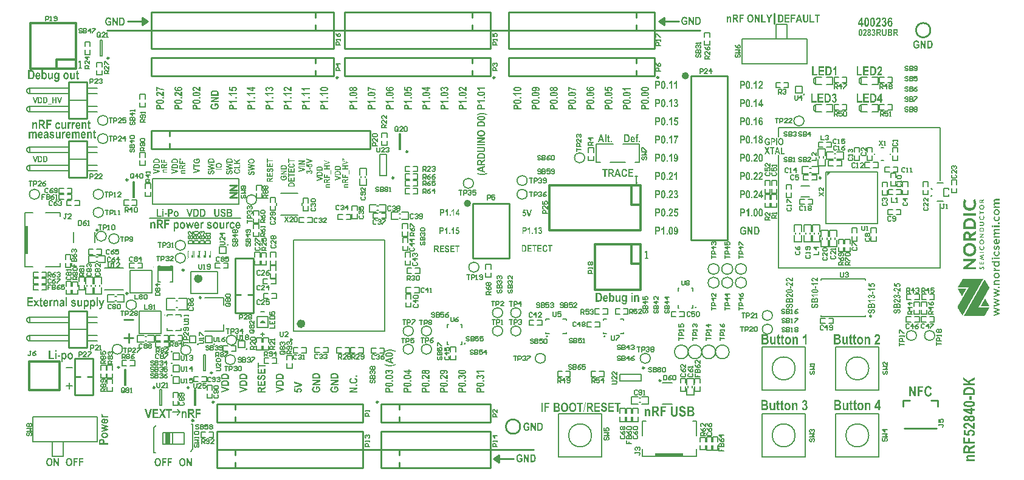
<source format=gto>
G04*
G04 #@! TF.GenerationSoftware,Altium Limited,Altium Designer,18.0.11 (651)*
G04*
G04 Layer_Color=65535*
%FSLAX24Y24*%
%MOIN*%
G70*
G01*
G75*
%ADD10C,0.0059*%
%ADD11C,0.0098*%
%ADD12C,0.0236*%
%ADD13C,0.0100*%
%ADD14C,0.0039*%
%ADD15C,0.0200*%
%ADD16C,0.0060*%
%ADD17C,0.0118*%
%ADD18C,0.0079*%
%ADD19C,0.0080*%
%ADD20C,0.0060*%
%ADD21C,0.0050*%
%ADD22C,0.0090*%
%ADD23R,0.0059X0.0039*%
%ADD24R,0.0059X0.0138*%
%ADD25R,0.0049X0.0138*%
%ADD26R,0.0059X0.0138*%
%ADD27R,0.0049X0.0138*%
%ADD28R,0.0827X0.0315*%
%ADD29R,0.0197X0.1575*%
%ADD30R,0.1575X0.0197*%
%ADD31R,0.0252X0.0630*%
G36*
X43962Y15991D02*
Y16188D01*
X44159Y16188D01*
X43962Y15991D01*
D02*
G37*
G36*
X52590Y14657D02*
X52487Y14586D01*
Y14569D01*
X52590D01*
Y14521D01*
X52330D01*
Y14617D01*
X52331Y14626D01*
X52331Y14631D01*
X52332Y14638D01*
X52335Y14649D01*
X52338Y14657D01*
X52342Y14664D01*
X52347Y14673D01*
X52351Y14677D01*
X52359Y14685D01*
X52365Y14689D01*
X52371Y14692D01*
X52376Y14694D01*
X52381Y14697D01*
X52392Y14699D01*
X52397Y14700D01*
X52406Y14701D01*
X52411Y14701D01*
X52416Y14700D01*
X52422Y14700D01*
X52427Y14699D01*
X52433Y14697D01*
X52441Y14695D01*
X52446Y14693D01*
X52452Y14689D01*
X52461Y14683D01*
X52467Y14676D01*
X52472Y14670D01*
X52476Y14663D01*
X52480Y14653D01*
X52483Y14645D01*
X52484Y14640D01*
X52590Y14717D01*
Y14657D01*
D02*
G37*
G36*
X53435Y14669D02*
X53258D01*
X53253Y14669D01*
X53248Y14668D01*
X53242Y14668D01*
X53238Y14667D01*
X53232Y14666D01*
X53226Y14665D01*
X53222Y14663D01*
X53216Y14661D01*
X53212Y14659D01*
X53207Y14657D01*
X53204Y14654D01*
X53200Y14651D01*
X53196Y14647D01*
X53193Y14643D01*
X53191Y14640D01*
X53188Y14635D01*
X53186Y14631D01*
X53185Y14626D01*
X53184Y14621D01*
X53183Y14617D01*
X53182Y14611D01*
X53182Y14606D01*
X53182Y14598D01*
X53183Y14594D01*
X53184Y14590D01*
X53185Y14584D01*
X53187Y14578D01*
X53189Y14574D01*
X53192Y14569D01*
X53196Y14564D01*
X53199Y14560D01*
X53202Y14557D01*
X53205Y14555D01*
X53207Y14553D01*
X53211Y14551D01*
X53216Y14548D01*
X53220Y14546D01*
X53225Y14544D01*
X53229Y14543D01*
X53233Y14542D01*
X53240Y14540D01*
X53245Y14540D01*
X53252Y14539D01*
X53259Y14539D01*
X53435D01*
Y14467D01*
X53256Y14467D01*
X53252Y14467D01*
X53246Y14467D01*
X53241Y14466D01*
X53235Y14466D01*
X53228Y14464D01*
X53223Y14462D01*
X53218Y14461D01*
X53214Y14459D01*
X53211Y14457D01*
X53206Y14454D01*
X53202Y14451D01*
X53199Y14448D01*
X53196Y14445D01*
X53193Y14441D01*
X53190Y14437D01*
X53189Y14435D01*
X53187Y14430D01*
X53185Y14425D01*
X53184Y14419D01*
X53183Y14414D01*
X53182Y14409D01*
X53182Y14404D01*
X53182Y14399D01*
X53183Y14395D01*
X53184Y14390D01*
X53185Y14385D01*
X53186Y14381D01*
X53188Y14377D01*
X53190Y14372D01*
X53192Y14368D01*
X53195Y14364D01*
X53198Y14361D01*
X53200Y14359D01*
X53204Y14355D01*
X53208Y14352D01*
X53212Y14349D01*
X53218Y14346D01*
X53223Y14344D01*
X53227Y14342D01*
X53232Y14341D01*
X53236Y14340D01*
X53239Y14339D01*
X53243Y14339D01*
X53248Y14338D01*
X53253Y14338D01*
X53259Y14338D01*
X53435Y14338D01*
Y14266D01*
X53124D01*
Y14338D01*
X53171D01*
X53167Y14341D01*
X53162Y14344D01*
X53159Y14347D01*
X53154Y14351D01*
X53150Y14355D01*
X53145Y14360D01*
X53140Y14366D01*
X53137Y14370D01*
X53134Y14375D01*
X53131Y14379D01*
X53128Y14384D01*
X53126Y14388D01*
X53124Y14392D01*
X53123Y14397D01*
X53120Y14406D01*
X53119Y14412D01*
X53118Y14419D01*
X53117Y14427D01*
X53117Y14434D01*
X53117Y14441D01*
X53118Y14446D01*
X53119Y14452D01*
X53120Y14459D01*
X53122Y14466D01*
X53123Y14469D01*
X53125Y14475D01*
X53126Y14479D01*
X53130Y14487D01*
X53133Y14491D01*
X53138Y14498D01*
X53141Y14501D01*
X53146Y14507D01*
X53151Y14512D01*
X53157Y14517D01*
X53161Y14519D01*
X53168Y14524D01*
X53172Y14526D01*
X53169Y14528D01*
X53164Y14532D01*
X53159Y14537D01*
X53155Y14540D01*
X53151Y14544D01*
X53147Y14549D01*
X53143Y14554D01*
X53140Y14558D01*
X53136Y14564D01*
X53133Y14569D01*
X53131Y14572D01*
X53129Y14577D01*
X53127Y14581D01*
X53123Y14590D01*
X53122Y14593D01*
X53120Y14603D01*
X53119Y14607D01*
X53118Y14613D01*
X53118Y14617D01*
X53117Y14622D01*
X53117Y14630D01*
X53117Y14637D01*
X53118Y14643D01*
X53118Y14647D01*
X53119Y14652D01*
X53119Y14657D01*
X53120Y14662D01*
X53122Y14667D01*
X53123Y14672D01*
X53125Y14677D01*
X53127Y14682D01*
X53130Y14687D01*
X53132Y14691D01*
X53135Y14695D01*
X53137Y14699D01*
X53142Y14705D01*
X53145Y14708D01*
X53149Y14712D01*
X53152Y14714D01*
X53155Y14717D01*
X53160Y14720D01*
X53163Y14722D01*
X53166Y14724D01*
X53174Y14728D01*
X53179Y14730D01*
X53187Y14733D01*
X53194Y14735D01*
X53199Y14736D01*
X53205Y14738D01*
X53212Y14739D01*
X53219Y14739D01*
X53227Y14740D01*
X53236Y14740D01*
X53435D01*
Y14669D01*
D02*
G37*
G36*
X52098Y14707D02*
X52109Y14688D01*
X52117Y14671D01*
X52126Y14653D01*
X52134Y14634D01*
X52140Y14616D01*
X52145Y14599D01*
X52147Y14590D01*
X52151Y14576D01*
X52154Y14561D01*
X52156Y14547D01*
X52158Y14533D01*
X52159Y14524D01*
X52160Y14512D01*
X52160Y14500D01*
X52161Y14481D01*
X52161Y14466D01*
X52160Y14451D01*
X52159Y14439D01*
X52158Y14428D01*
X52157Y14416D01*
X52155Y14405D01*
X52153Y14391D01*
X52151Y14380D01*
X52147Y14366D01*
X52144Y14354D01*
X52141Y14343D01*
X52137Y14331D01*
X52133Y14319D01*
X52127Y14307D01*
X52125Y14300D01*
X52118Y14287D01*
X52115Y14281D01*
X52102Y14258D01*
X52097Y14250D01*
X52091Y14242D01*
X52075Y14221D01*
X52063Y14207D01*
X52047Y14191D01*
X52034Y14179D01*
X52019Y14168D01*
X52007Y14159D01*
X51993Y14151D01*
X51982Y14144D01*
X51972Y14139D01*
X51954Y14130D01*
X51938Y14124D01*
X51925Y14119D01*
X51912Y14115D01*
X51900Y14112D01*
X51883Y14108D01*
X51866Y14104D01*
X51850Y14102D01*
X51835Y14100D01*
X51825Y14100D01*
X51810Y14099D01*
X51795Y14099D01*
X51780Y14099D01*
X51769Y14099D01*
X51756Y14100D01*
X51741Y14102D01*
X51731Y14103D01*
X51714Y14106D01*
X51704Y14108D01*
X51686Y14113D01*
X51668Y14118D01*
X51661Y14120D01*
X51647Y14125D01*
X51640Y14128D01*
X51632Y14132D01*
X51624Y14136D01*
X51615Y14140D01*
X51604Y14146D01*
X51592Y14154D01*
X51574Y14165D01*
X51555Y14180D01*
X51539Y14195D01*
X51525Y14210D01*
X51518Y14217D01*
X51508Y14229D01*
X51501Y14239D01*
X51495Y14248D01*
X51489Y14256D01*
X51484Y14264D01*
X51476Y14278D01*
X51472Y14285D01*
X51466Y14299D01*
X51460Y14311D01*
X51455Y14324D01*
X51451Y14336D01*
X51447Y14348D01*
X51444Y14360D01*
X51440Y14377D01*
X51436Y14394D01*
X51433Y14411D01*
X51431Y14428D01*
X51430Y14445D01*
X51429Y14457D01*
X51429Y14473D01*
X51429Y14485D01*
X51430Y14504D01*
X51431Y14520D01*
X51432Y14537D01*
X51434Y14552D01*
X51437Y14568D01*
X51442Y14588D01*
X51447Y14608D01*
X51455Y14631D01*
X51462Y14649D01*
X51470Y14666D01*
X51473Y14673D01*
X51479Y14685D01*
X51486Y14698D01*
X51493Y14708D01*
X51500Y14719D01*
X51506Y14728D01*
X51618Y14654D01*
X51617Y14652D01*
X51607Y14637D01*
X51601Y14626D01*
X51594Y14613D01*
X51586Y14598D01*
X51580Y14584D01*
X51576Y14572D01*
X51571Y14557D01*
X51568Y14544D01*
X51566Y14533D01*
X51564Y14522D01*
X51562Y14509D01*
X51561Y14496D01*
X51560Y14487D01*
X51560Y14480D01*
X51560Y14473D01*
X51561Y14461D01*
X51561Y14453D01*
X51562Y14445D01*
X51563Y14433D01*
X51565Y14426D01*
X51566Y14418D01*
X51569Y14405D01*
X51573Y14393D01*
X51576Y14384D01*
X51579Y14376D01*
X51585Y14362D01*
X51590Y14352D01*
X51597Y14341D01*
X51605Y14329D01*
X51611Y14321D01*
X51620Y14311D01*
X51627Y14304D01*
X51637Y14294D01*
X51650Y14283D01*
X51661Y14276D01*
X51676Y14267D01*
X51687Y14262D01*
X51697Y14257D01*
X51710Y14253D01*
X51718Y14250D01*
X51729Y14247D01*
X51740Y14244D01*
X51753Y14242D01*
X51766Y14240D01*
X51780Y14239D01*
X51798Y14239D01*
X51816Y14240D01*
X51833Y14241D01*
X51849Y14244D01*
X51863Y14247D01*
X51879Y14252D01*
X51892Y14257D01*
X51907Y14264D01*
X51919Y14270D01*
X51936Y14281D01*
X51952Y14294D01*
X51963Y14303D01*
X51972Y14313D01*
X51980Y14324D01*
X51986Y14331D01*
X51990Y14337D01*
X51994Y14343D01*
X52000Y14354D01*
X52005Y14364D01*
X52011Y14378D01*
X52016Y14391D01*
X52020Y14404D01*
X52023Y14416D01*
X52026Y14432D01*
X52028Y14452D01*
X52029Y14472D01*
X52029Y14484D01*
X52028Y14503D01*
X52026Y14519D01*
X52024Y14533D01*
X52021Y14546D01*
X52017Y14561D01*
X52015Y14569D01*
X52010Y14582D01*
X52006Y14592D01*
X51997Y14612D01*
X51986Y14631D01*
X51978Y14645D01*
X51971Y14654D01*
X52084Y14728D01*
X52098Y14707D01*
D02*
G37*
G36*
X52478Y14423D02*
X52490Y14421D01*
X52496Y14420D01*
X52504Y14417D01*
X52511Y14415D01*
X52518Y14412D01*
X52526Y14408D01*
X52532Y14405D01*
X52539Y14401D01*
X52544Y14397D01*
X52550Y14392D01*
X52556Y14387D01*
X52562Y14380D01*
X52570Y14371D01*
X52574Y14365D01*
X52577Y14360D01*
X52581Y14351D01*
X52585Y14344D01*
X52588Y14336D01*
X52590Y14329D01*
X52592Y14323D01*
X52593Y14313D01*
X52594Y14307D01*
X52595Y14298D01*
X52596Y14293D01*
X52595Y14279D01*
X52595Y14274D01*
X52594Y14268D01*
X52593Y14259D01*
X52591Y14250D01*
X52589Y14244D01*
X52585Y14233D01*
X52582Y14226D01*
X52578Y14217D01*
X52575Y14212D01*
X52571Y14207D01*
X52567Y14201D01*
X52562Y14195D01*
X52557Y14189D01*
X52552Y14185D01*
X52545Y14179D01*
X52538Y14174D01*
X52532Y14171D01*
X52522Y14165D01*
X52515Y14162D01*
X52508Y14160D01*
X52502Y14158D01*
X52494Y14155D01*
X52486Y14154D01*
X52479Y14153D01*
X52461Y14152D01*
X52456Y14152D01*
X52447Y14152D01*
X52435Y14154D01*
X52425Y14156D01*
X52417Y14158D01*
X52411Y14160D01*
X52400Y14164D01*
X52391Y14169D01*
X52386Y14172D01*
X52379Y14176D01*
X52372Y14182D01*
X52363Y14190D01*
X52358Y14196D01*
X52354Y14200D01*
X52350Y14205D01*
X52346Y14211D01*
X52343Y14216D01*
X52341Y14220D01*
X52335Y14232D01*
X52332Y14239D01*
X52329Y14250D01*
X52328Y14256D01*
X52327Y14262D01*
X52326Y14271D01*
X52325Y14276D01*
X52325Y14285D01*
Y14291D01*
X52325Y14296D01*
X52326Y14305D01*
X52326Y14311D01*
X52327Y14317D01*
X52329Y14323D01*
X52331Y14330D01*
X52333Y14337D01*
X52337Y14348D01*
X52341Y14356D01*
X52344Y14361D01*
X52347Y14366D01*
X52351Y14371D01*
X52356Y14378D01*
X52360Y14382D01*
X52364Y14387D01*
X52373Y14395D01*
X52378Y14398D01*
X52383Y14402D01*
X52388Y14405D01*
X52394Y14408D01*
X52402Y14412D01*
X52410Y14415D01*
X52416Y14417D01*
X52422Y14419D01*
X52427Y14420D01*
X52433Y14421D01*
X52442Y14423D01*
X52452Y14424D01*
X52463Y14424D01*
X52478Y14423D01*
D02*
G37*
G36*
X52375Y14008D02*
X52590Y14008D01*
X52590Y13961D01*
X52375D01*
X52375Y13890D01*
X52330D01*
Y14079D01*
X52375D01*
Y14008D01*
D02*
G37*
G36*
X53284Y14185D02*
X53293Y14184D01*
X53299Y14184D01*
X53305Y14183D01*
X53314Y14181D01*
X53320Y14180D01*
X53326Y14178D01*
X53333Y14176D01*
X53339Y14174D01*
X53346Y14171D01*
X53353Y14167D01*
X53360Y14164D01*
X53367Y14159D01*
X53373Y14155D01*
X53382Y14149D01*
X53387Y14145D01*
X53392Y14140D01*
X53397Y14135D01*
X53401Y14131D01*
X53409Y14121D01*
X53412Y14116D01*
X53416Y14111D01*
X53419Y14105D01*
X53424Y14097D01*
X53426Y14092D01*
X53430Y14083D01*
X53433Y14075D01*
X53435Y14070D01*
X53437Y14063D01*
X53438Y14056D01*
X53439Y14051D01*
X53440Y14045D01*
X53442Y14035D01*
X53442Y14026D01*
X53442Y14018D01*
X53442Y14010D01*
X53442Y14001D01*
X53441Y13992D01*
X53440Y13986D01*
X53439Y13981D01*
X53437Y13975D01*
X53436Y13968D01*
X53433Y13961D01*
X53430Y13953D01*
X53427Y13946D01*
X53423Y13938D01*
X53419Y13931D01*
X53414Y13922D01*
X53409Y13916D01*
X53404Y13909D01*
X53398Y13902D01*
X53394Y13898D01*
X53389Y13893D01*
X53380Y13886D01*
X53372Y13880D01*
X53365Y13876D01*
X53360Y13872D01*
X53352Y13869D01*
X53346Y13866D01*
X53339Y13863D01*
X53329Y13859D01*
X53321Y13857D01*
X53309Y13855D01*
X53299Y13853D01*
X53291Y13853D01*
X53280Y13852D01*
Y13924D01*
X53289Y13924D01*
X53296Y13925D01*
X53306Y13927D01*
X53315Y13930D01*
X53320Y13931D01*
X53327Y13934D01*
X53335Y13939D01*
X53342Y13943D01*
X53349Y13949D01*
X53354Y13954D01*
X53357Y13958D01*
X53361Y13962D01*
X53366Y13969D01*
X53369Y13974D01*
X53372Y13981D01*
X53375Y13987D01*
X53377Y13995D01*
X53378Y14002D01*
X53379Y14008D01*
X53380Y14015D01*
X53380Y14022D01*
X53379Y14029D01*
X53379Y14035D01*
X53377Y14042D01*
X53376Y14048D01*
X53374Y14053D01*
X53372Y14059D01*
X53368Y14066D01*
X53365Y14072D01*
X53360Y14078D01*
X53356Y14083D01*
X53351Y14088D01*
X53345Y14093D01*
X53340Y14096D01*
X53335Y14099D01*
X53330Y14102D01*
X53325Y14104D01*
X53321Y14106D01*
X53316Y14108D01*
X53311Y14109D01*
X53306Y14111D01*
X53301Y14112D01*
X53295Y14112D01*
X53289Y14113D01*
X53284Y14113D01*
X53276Y14113D01*
X53268Y14113D01*
X53260Y14111D01*
X53252Y14110D01*
X53244Y14107D01*
X53236Y14104D01*
X53229Y14101D01*
X53222Y14096D01*
X53215Y14091D01*
X53208Y14086D01*
X53205Y14082D01*
X53201Y14078D01*
X53196Y14072D01*
X53191Y14063D01*
X53189Y14058D01*
X53185Y14050D01*
X53183Y14042D01*
X53181Y14036D01*
X53181Y14031D01*
X53180Y14024D01*
X53180Y14016D01*
X53180Y14011D01*
X53181Y14004D01*
X53182Y13996D01*
X53184Y13990D01*
X53185Y13985D01*
X53188Y13978D01*
X53191Y13973D01*
X53195Y13965D01*
X53200Y13958D01*
X53206Y13952D01*
X53212Y13947D01*
X53216Y13943D01*
X53221Y13940D01*
X53228Y13936D01*
X53232Y13934D01*
X53241Y13930D01*
X53251Y13927D01*
X53260Y13925D01*
X53268Y13924D01*
X53274Y13924D01*
X53280Y13924D01*
X53280Y13852D01*
X53268Y13853D01*
X53261Y13853D01*
X53251Y13855D01*
X53239Y13857D01*
X53231Y13860D01*
X53225Y13862D01*
X53218Y13864D01*
X53209Y13868D01*
X53202Y13872D01*
X53196Y13876D01*
X53188Y13880D01*
X53181Y13885D01*
X53175Y13891D01*
X53169Y13896D01*
X53165Y13900D01*
X53161Y13904D01*
X53157Y13908D01*
X53150Y13917D01*
X53147Y13922D01*
X53142Y13929D01*
X53139Y13934D01*
X53135Y13942D01*
X53132Y13948D01*
X53129Y13954D01*
X53127Y13959D01*
X53125Y13968D01*
X53122Y13975D01*
X53121Y13982D01*
X53120Y13988D01*
X53119Y13993D01*
X53118Y13998D01*
X53117Y14007D01*
X53117Y14016D01*
X53117Y14023D01*
X53118Y14035D01*
X53119Y14043D01*
X53120Y14053D01*
X53121Y14058D01*
X53123Y14064D01*
X53124Y14070D01*
X53128Y14081D01*
X53131Y14087D01*
X53135Y14097D01*
X53139Y14103D01*
X53141Y14108D01*
X53145Y14113D01*
X53149Y14119D01*
X53153Y14124D01*
X53157Y14129D01*
X53161Y14133D01*
X53165Y14138D01*
X53170Y14143D01*
X53175Y14147D01*
X53179Y14150D01*
X53184Y14155D01*
X53189Y14158D01*
X53194Y14161D01*
X53198Y14164D01*
X53207Y14168D01*
X53211Y14170D01*
X53216Y14172D01*
X53222Y14175D01*
X53227Y14176D01*
X53234Y14178D01*
X53239Y14180D01*
X53249Y14182D01*
X53254Y14183D01*
X53263Y14184D01*
X53270Y14184D01*
X53276Y14185D01*
X53284Y14185D01*
D02*
G37*
G36*
X52146Y13831D02*
X51444D01*
Y13960D01*
X52146D01*
Y13831D01*
D02*
G37*
G36*
X52570Y13809D02*
X52573Y13803D01*
X52578Y13794D01*
X52583Y13785D01*
X52587Y13775D01*
X52590Y13764D01*
X52591Y13761D01*
X52592Y13755D01*
X52593Y13749D01*
X52594Y13741D01*
X52595Y13732D01*
X52596Y13725D01*
X52596Y13717D01*
X52596Y13711D01*
X52595Y13705D01*
X52594Y13696D01*
X52593Y13688D01*
X52592Y13682D01*
X52590Y13674D01*
X52588Y13669D01*
X52586Y13663D01*
X52583Y13656D01*
X52580Y13649D01*
X52576Y13641D01*
X52570Y13632D01*
X52564Y13624D01*
X52559Y13619D01*
X52551Y13610D01*
X52543Y13604D01*
X52534Y13599D01*
X52530Y13596D01*
X52526Y13594D01*
X52522Y13592D01*
X52516Y13590D01*
X52509Y13587D01*
X52499Y13584D01*
X52491Y13582D01*
X52483Y13581D01*
X52477Y13580D01*
X52469Y13579D01*
X52464Y13579D01*
X52458Y13579D01*
X52453Y13579D01*
X52450Y13579D01*
X52442Y13580D01*
X52437Y13581D01*
X52430Y13582D01*
X52424Y13583D01*
X52413Y13586D01*
X52408Y13588D01*
X52403Y13590D01*
X52397Y13593D01*
X52390Y13597D01*
X52385Y13599D01*
X52379Y13604D01*
X52365Y13615D01*
X52358Y13623D01*
X52354Y13627D01*
X52351Y13631D01*
X52347Y13637D01*
X52344Y13643D01*
X52341Y13648D01*
X52338Y13653D01*
X52336Y13658D01*
X52334Y13664D01*
X52332Y13669D01*
X52331Y13674D01*
X52330Y13679D01*
X52328Y13684D01*
X52327Y13691D01*
X52326Y13699D01*
X52325Y13707D01*
X52325Y13719D01*
X52325Y13728D01*
X52325Y13735D01*
X52327Y13745D01*
X52328Y13755D01*
X52332Y13768D01*
X52335Y13778D01*
X52340Y13789D01*
X52341Y13792D01*
X52345Y13799D01*
X52348Y13805D01*
X52353Y13812D01*
X52395Y13785D01*
X52394Y13783D01*
X52391Y13779D01*
X52388Y13774D01*
X52386Y13770D01*
X52384Y13766D01*
X52382Y13761D01*
X52379Y13753D01*
X52377Y13746D01*
X52374Y13735D01*
X52374Y13724D01*
X52373Y13721D01*
X52373Y13715D01*
X52374Y13707D01*
X52375Y13702D01*
X52376Y13696D01*
X52378Y13690D01*
X52380Y13683D01*
X52383Y13677D01*
X52387Y13669D01*
X52390Y13665D01*
X52395Y13658D01*
X52403Y13651D01*
X52411Y13645D01*
X52418Y13640D01*
X52422Y13639D01*
X52427Y13637D01*
X52435Y13634D01*
X52440Y13633D01*
X52446Y13632D01*
X52451Y13631D01*
X52457Y13631D01*
X52463Y13631D01*
X52468Y13631D01*
X52475Y13632D01*
X52482Y13633D01*
X52490Y13635D01*
X52498Y13638D01*
X52504Y13641D01*
X52512Y13646D01*
X52521Y13653D01*
X52529Y13663D01*
X52534Y13670D01*
X52535Y13672D01*
X52538Y13678D01*
X52540Y13683D01*
X52542Y13687D01*
X52544Y13695D01*
X52545Y13700D01*
X52546Y13707D01*
X52547Y13713D01*
X52547Y13722D01*
X52547Y13728D01*
X52546Y13735D01*
X52543Y13747D01*
X52542Y13751D01*
X52541Y13754D01*
X52539Y13760D01*
X52537Y13765D01*
X52535Y13770D01*
X52531Y13776D01*
X52529Y13780D01*
X52526Y13785D01*
X52567Y13812D01*
X52570Y13809D01*
D02*
G37*
G36*
X53387Y13802D02*
X53391Y13798D01*
X53395Y13794D01*
X53400Y13789D01*
X53404Y13784D01*
X53408Y13779D01*
X53413Y13773D01*
X53416Y13768D01*
X53419Y13764D01*
X53422Y13758D01*
X53426Y13752D01*
X53428Y13748D01*
X53431Y13742D01*
X53433Y13736D01*
X53435Y13730D01*
X53436Y13724D01*
X53437Y13721D01*
X53439Y13713D01*
X53440Y13708D01*
X53441Y13701D01*
X53442Y13696D01*
X53442Y13688D01*
X53442Y13684D01*
X53442Y13679D01*
X53442Y13672D01*
X53442Y13668D01*
X53442Y13660D01*
X53441Y13655D01*
X53440Y13650D01*
X53440Y13645D01*
X53438Y13639D01*
X53437Y13632D01*
X53434Y13624D01*
X53430Y13614D01*
X53426Y13603D01*
X53422Y13597D01*
X53418Y13589D01*
X53414Y13583D01*
X53408Y13576D01*
X53403Y13569D01*
X53397Y13563D01*
X53392Y13558D01*
X53386Y13553D01*
X53379Y13548D01*
X53373Y13543D01*
X53367Y13539D01*
X53360Y13535D01*
X53353Y13531D01*
X53345Y13528D01*
X53336Y13524D01*
X53328Y13522D01*
X53323Y13520D01*
X53312Y13518D01*
X53302Y13516D01*
X53294Y13516D01*
X53287Y13515D01*
X53280Y13515D01*
X53271Y13515D01*
X53261Y13516D01*
X53255Y13517D01*
X53248Y13518D01*
X53239Y13520D01*
X53232Y13522D01*
X53226Y13524D01*
X53220Y13526D01*
X53213Y13529D01*
X53204Y13533D01*
X53199Y13536D01*
X53193Y13540D01*
X53186Y13544D01*
X53180Y13549D01*
X53174Y13553D01*
X53168Y13559D01*
X53162Y13564D01*
X53156Y13571D01*
X53151Y13577D01*
X53147Y13583D01*
X53142Y13590D01*
X53138Y13597D01*
X53134Y13604D01*
X53131Y13610D01*
X53129Y13615D01*
X53126Y13623D01*
X53123Y13633D01*
X53121Y13640D01*
X53120Y13646D01*
X53118Y13657D01*
X53118Y13666D01*
X53117Y13670D01*
X53117Y13679D01*
X53117Y13688D01*
X53118Y13695D01*
X53119Y13703D01*
X53120Y13714D01*
X53121Y13718D01*
X53123Y13725D01*
X53126Y13735D01*
X53129Y13744D01*
X53133Y13753D01*
X53138Y13762D01*
X53140Y13765D01*
X53141Y13767D01*
X53143Y13771D01*
X53145Y13773D01*
X53147Y13776D01*
X53150Y13779D01*
X53153Y13783D01*
X53154Y13785D01*
X53157Y13788D01*
X53160Y13792D01*
X53166Y13797D01*
X53171Y13802D01*
X53219Y13757D01*
X53216Y13755D01*
X53214Y13752D01*
X53211Y13750D01*
X53209Y13747D01*
X53206Y13745D01*
X53203Y13740D01*
X53200Y13737D01*
X53196Y13732D01*
X53194Y13728D01*
X53191Y13723D01*
X53189Y13720D01*
X53188Y13717D01*
X53186Y13712D01*
X53184Y13707D01*
X53183Y13702D01*
X53182Y13700D01*
X53181Y13694D01*
X53180Y13688D01*
X53180Y13682D01*
X53180Y13677D01*
X53180Y13672D01*
X53180Y13667D01*
X53181Y13663D01*
X53182Y13659D01*
X53183Y13654D01*
X53184Y13650D01*
X53186Y13644D01*
X53189Y13639D01*
X53191Y13634D01*
X53193Y13630D01*
X53198Y13624D01*
X53200Y13622D01*
X53204Y13617D01*
X53208Y13613D01*
X53213Y13609D01*
X53218Y13605D01*
X53220Y13604D01*
X53226Y13600D01*
X53232Y13597D01*
X53238Y13594D01*
X53242Y13593D01*
X53246Y13592D01*
X53250Y13591D01*
X53254Y13589D01*
X53258Y13589D01*
X53262Y13588D01*
X53267Y13587D01*
X53271Y13587D01*
X53275Y13587D01*
X53280Y13587D01*
X53286Y13587D01*
X53291Y13587D01*
X53297Y13588D01*
X53302Y13589D01*
X53307Y13590D01*
X53313Y13591D01*
X53318Y13593D01*
X53323Y13595D01*
X53329Y13598D01*
X53334Y13600D01*
X53339Y13603D01*
X53341Y13605D01*
X53344Y13607D01*
X53346Y13609D01*
X53349Y13611D01*
X53352Y13613D01*
X53354Y13616D01*
X53358Y13620D01*
X53361Y13624D01*
X53364Y13628D01*
X53366Y13631D01*
X53370Y13637D01*
X53372Y13641D01*
X53374Y13647D01*
X53376Y13652D01*
X53377Y13655D01*
X53378Y13661D01*
X53379Y13666D01*
X53379Y13670D01*
X53380Y13675D01*
X53380Y13679D01*
X53380Y13685D01*
X53379Y13690D01*
X53379Y13695D01*
X53378Y13699D01*
X53377Y13702D01*
X53376Y13708D01*
X53374Y13715D01*
X53372Y13718D01*
X53370Y13724D01*
X53367Y13729D01*
X53364Y13734D01*
X53361Y13739D01*
X53358Y13742D01*
X53354Y13747D01*
X53351Y13750D01*
X53348Y13754D01*
X53344Y13759D01*
X53341Y13761D01*
X53384Y13804D01*
X53387Y13802D01*
D02*
G37*
G36*
X53435Y13372D02*
X53354D01*
Y13450D01*
X53435D01*
Y13372D01*
D02*
G37*
G36*
X52494Y13480D02*
X52501Y13480D01*
X52507Y13479D01*
X52516Y13478D01*
X52524Y13476D01*
X52530Y13474D01*
X52537Y13472D01*
X52544Y13468D01*
X52552Y13464D01*
X52558Y13460D01*
X52564Y13454D01*
X52574Y13443D01*
X52578Y13439D01*
X52581Y13433D01*
X52584Y13428D01*
X52586Y13424D01*
X52589Y13416D01*
X52591Y13408D01*
X52593Y13402D01*
X52594Y13395D01*
X52595Y13388D01*
X52595Y13381D01*
X52595Y13374D01*
X52595Y13364D01*
X52595Y13358D01*
X52594Y13350D01*
X52592Y13344D01*
X52591Y13338D01*
X52589Y13331D01*
X52586Y13324D01*
X52582Y13316D01*
X52579Y13310D01*
X52571Y13300D01*
X52560Y13289D01*
X52551Y13283D01*
X52547Y13280D01*
X52541Y13277D01*
X52535Y13275D01*
X52527Y13272D01*
X52520Y13270D01*
X52510Y13268D01*
X52502Y13267D01*
X52495Y13267D01*
X52488Y13266D01*
X52330D01*
X52330Y13316D01*
X52485D01*
X52486Y13316D01*
X52495Y13317D01*
X52503Y13318D01*
X52510Y13320D01*
X52516Y13323D01*
X52522Y13326D01*
X52527Y13330D01*
X52531Y13334D01*
X52538Y13342D01*
X52541Y13348D01*
X52543Y13354D01*
X52545Y13362D01*
X52546Y13367D01*
X52546Y13372D01*
X52546Y13379D01*
X52546Y13384D01*
X52544Y13391D01*
X52542Y13397D01*
X52539Y13403D01*
X52536Y13407D01*
X52529Y13416D01*
X52523Y13420D01*
X52517Y13423D01*
X52510Y13426D01*
X52504Y13428D01*
X52498Y13429D01*
X52490Y13430D01*
X52485Y13430D01*
X52330D01*
Y13480D01*
X52488D01*
X52494Y13480D01*
D02*
G37*
G36*
X53435Y13203D02*
X53124D01*
Y13274D01*
X53435D01*
X53435Y13203D01*
D02*
G37*
G36*
X53076Y13200D02*
X53008D01*
Y13277D01*
X53076D01*
Y13200D01*
D02*
G37*
G36*
X51811Y13694D02*
X51823Y13694D01*
X51832Y13693D01*
X51845Y13692D01*
X51858Y13690D01*
X51871Y13688D01*
X51885Y13685D01*
X51890Y13684D01*
X51899Y13682D01*
X51909Y13679D01*
X51925Y13674D01*
X51936Y13670D01*
X51949Y13665D01*
X51962Y13658D01*
X51970Y13654D01*
X51988Y13644D01*
X52001Y13636D01*
X52014Y13626D01*
X52027Y13616D01*
X52040Y13605D01*
X52054Y13590D01*
X52061Y13582D01*
X52075Y13564D01*
X52085Y13550D01*
X52093Y13536D01*
X52100Y13525D01*
X52106Y13513D01*
X52111Y13502D01*
X52116Y13491D01*
X52120Y13481D01*
X52124Y13470D01*
X52129Y13455D01*
X52133Y13440D01*
X52136Y13425D01*
X52138Y13414D01*
X52140Y13404D01*
X52144Y13370D01*
X52146Y13345D01*
X52146Y13330D01*
Y13105D01*
X51444D01*
X51444Y13340D01*
X51445Y13355D01*
X51446Y13370D01*
X51447Y13385D01*
X51449Y13399D01*
X51452Y13419D01*
X51456Y13434D01*
X51458Y13444D01*
X51460Y13449D01*
X51462Y13459D01*
X51466Y13469D01*
X51469Y13480D01*
X51473Y13490D01*
X51478Y13500D01*
X51486Y13517D01*
X51492Y13528D01*
X51495Y13534D01*
X51499Y13541D01*
X51507Y13554D01*
X51512Y13561D01*
X51518Y13568D01*
X51525Y13577D01*
X51533Y13587D01*
X51547Y13602D01*
X51559Y13613D01*
X51571Y13622D01*
X51584Y13632D01*
X51596Y13640D01*
X51607Y13647D01*
X51624Y13657D01*
X51639Y13664D01*
X51651Y13669D01*
X51663Y13673D01*
X51679Y13679D01*
X51689Y13681D01*
X51704Y13685D01*
X51718Y13688D01*
X51731Y13690D01*
X51744Y13692D01*
X51753Y13693D01*
X51766Y13694D01*
X51775Y13694D01*
X51786Y13695D01*
X51799Y13695D01*
X51811Y13694D01*
D02*
G37*
G36*
X52465Y13167D02*
X52472Y13167D01*
X52479Y13166D01*
X52487Y13165D01*
X52492Y13164D01*
X52503Y13162D01*
X52513Y13158D01*
X52520Y13155D01*
X52525Y13153D01*
X52532Y13149D01*
X52537Y13146D01*
X52549Y13136D01*
X52559Y13126D01*
X52568Y13114D01*
X52575Y13100D01*
X52580Y13090D01*
X52584Y13079D01*
X52586Y13069D01*
X52588Y13061D01*
X52589Y13056D01*
X52590Y13045D01*
X52590Y13032D01*
Y12949D01*
X52330D01*
Y13032D01*
X52331Y13040D01*
X52331Y13047D01*
X52332Y13056D01*
X52333Y13062D01*
X52334Y13067D01*
X52335Y13074D01*
X52337Y13080D01*
X52339Y13086D01*
X52341Y13090D01*
X52345Y13100D01*
X52348Y13106D01*
X52351Y13110D01*
X52356Y13118D01*
X52360Y13124D01*
X52364Y13128D01*
X52369Y13133D01*
X52378Y13142D01*
X52387Y13147D01*
X52397Y13153D01*
X52402Y13156D01*
X52409Y13159D01*
X52415Y13161D01*
X52421Y13163D01*
X52428Y13164D01*
X52433Y13165D01*
X52443Y13167D01*
X52450Y13167D01*
X52459Y13167D01*
X52465Y13167D01*
D02*
G37*
G36*
X52146Y12833D02*
X51866Y12643D01*
Y12595D01*
X52146D01*
Y12466D01*
X51444D01*
Y12725D01*
X51444Y12735D01*
X51445Y12747D01*
X51446Y12759D01*
X51448Y12775D01*
X51450Y12785D01*
X51453Y12798D01*
X51455Y12806D01*
X51459Y12820D01*
X51465Y12834D01*
X51471Y12846D01*
X51477Y12856D01*
X51481Y12863D01*
X51487Y12871D01*
X51494Y12881D01*
X51499Y12886D01*
X51507Y12895D01*
X51516Y12903D01*
X51524Y12909D01*
X51537Y12919D01*
X51550Y12926D01*
X51559Y12931D01*
X51568Y12935D01*
X51575Y12938D01*
X51582Y12940D01*
X51589Y12942D01*
X51599Y12945D01*
X51608Y12947D01*
X51617Y12949D01*
X51622Y12949D01*
X51634Y12951D01*
X51643Y12951D01*
X51650Y12952D01*
X51660Y12952D01*
X51668Y12951D01*
X51682Y12950D01*
X51694Y12949D01*
X51706Y12947D01*
X51715Y12945D01*
X51721Y12943D01*
X51728Y12941D01*
X51735Y12938D01*
X51747Y12934D01*
X51756Y12930D01*
X51766Y12924D01*
X51772Y12920D01*
X51781Y12915D01*
X51790Y12907D01*
X51800Y12900D01*
X51805Y12894D01*
X51814Y12884D01*
X51822Y12874D01*
X51829Y12865D01*
X51835Y12854D01*
X51839Y12848D01*
X51844Y12838D01*
X51847Y12829D01*
X51852Y12818D01*
X51854Y12810D01*
X51856Y12802D01*
X51858Y12794D01*
X51860Y12787D01*
X52146Y12995D01*
Y12833D01*
D02*
G37*
G36*
X53435Y13032D02*
X53258Y13032D01*
X53253Y13032D01*
X53248Y13031D01*
X53242Y13031D01*
X53238Y13030D01*
X53232Y13029D01*
X53226Y13028D01*
X53222Y13026D01*
X53216Y13024D01*
X53212Y13022D01*
X53207Y13020D01*
X53204Y13017D01*
X53200Y13014D01*
X53196Y13010D01*
X53193Y13006D01*
X53191Y13003D01*
X53188Y12998D01*
X53186Y12994D01*
X53185Y12989D01*
X53184Y12984D01*
X53183Y12980D01*
X53182Y12974D01*
X53182Y12969D01*
X53182Y12961D01*
X53183Y12957D01*
X53184Y12953D01*
X53185Y12947D01*
X53187Y12941D01*
X53189Y12937D01*
X53192Y12932D01*
X53196Y12927D01*
X53199Y12923D01*
X53202Y12920D01*
X53205Y12918D01*
X53207Y12916D01*
X53211Y12914D01*
X53216Y12911D01*
X53220Y12909D01*
X53225Y12907D01*
X53229Y12906D01*
X53233Y12905D01*
X53240Y12903D01*
X53245Y12903D01*
X53252Y12902D01*
X53259Y12902D01*
X53435D01*
Y12830D01*
X53256Y12830D01*
X53252Y12830D01*
X53246Y12830D01*
X53241Y12829D01*
X53235Y12828D01*
X53228Y12827D01*
X53223Y12825D01*
X53218Y12823D01*
X53214Y12822D01*
X53211Y12820D01*
X53206Y12817D01*
X53202Y12814D01*
X53199Y12811D01*
X53196Y12808D01*
X53193Y12804D01*
X53190Y12800D01*
X53189Y12797D01*
X53187Y12793D01*
X53185Y12788D01*
X53184Y12782D01*
X53183Y12777D01*
X53182Y12772D01*
X53182Y12767D01*
X53182Y12762D01*
X53183Y12757D01*
X53184Y12752D01*
X53185Y12748D01*
X53186Y12744D01*
X53188Y12739D01*
X53190Y12735D01*
X53192Y12731D01*
X53195Y12727D01*
X53198Y12723D01*
X53200Y12722D01*
X53204Y12718D01*
X53208Y12715D01*
X53212Y12712D01*
X53218Y12709D01*
X53223Y12707D01*
X53227Y12705D01*
X53232Y12704D01*
X53236Y12703D01*
X53239Y12702D01*
X53243Y12702D01*
X53248Y12701D01*
X53253Y12701D01*
X53259Y12701D01*
X53435D01*
Y12629D01*
X53124D01*
X53124Y12701D01*
X53171D01*
X53167Y12703D01*
X53162Y12707D01*
X53159Y12710D01*
X53154Y12714D01*
X53150Y12718D01*
X53145Y12723D01*
X53140Y12729D01*
X53137Y12733D01*
X53134Y12738D01*
X53131Y12742D01*
X53128Y12746D01*
X53126Y12751D01*
X53124Y12755D01*
X53123Y12760D01*
X53120Y12769D01*
X53119Y12775D01*
X53118Y12782D01*
X53117Y12789D01*
X53117Y12797D01*
X53117Y12804D01*
X53118Y12809D01*
X53119Y12815D01*
X53120Y12822D01*
X53122Y12829D01*
X53123Y12832D01*
X53125Y12838D01*
X53126Y12842D01*
X53130Y12850D01*
X53133Y12854D01*
X53138Y12861D01*
X53141Y12864D01*
X53146Y12870D01*
X53151Y12875D01*
X53157Y12880D01*
X53161Y12882D01*
X53168Y12886D01*
X53172Y12889D01*
X53169Y12891D01*
X53164Y12895D01*
X53159Y12900D01*
X53155Y12903D01*
X53151Y12907D01*
X53147Y12912D01*
X53143Y12917D01*
X53140Y12921D01*
X53136Y12927D01*
X53133Y12932D01*
X53131Y12935D01*
X53129Y12940D01*
X53127Y12944D01*
X53123Y12953D01*
X53122Y12956D01*
X53120Y12966D01*
X53119Y12970D01*
X53118Y12975D01*
X53118Y12980D01*
X53117Y12985D01*
X53117Y12993D01*
X53117Y13000D01*
X53118Y13006D01*
X53118Y13010D01*
X53119Y13015D01*
X53119Y13020D01*
X53120Y13024D01*
X53122Y13030D01*
X53123Y13035D01*
X53125Y13040D01*
X53127Y13045D01*
X53130Y13050D01*
X53132Y13054D01*
X53135Y13058D01*
X53137Y13061D01*
X53142Y13068D01*
X53145Y13071D01*
X53149Y13075D01*
X53152Y13077D01*
X53155Y13080D01*
X53160Y13083D01*
X53163Y13085D01*
X53166Y13087D01*
X53174Y13091D01*
X53179Y13093D01*
X53187Y13096D01*
X53194Y13098D01*
X53199Y13099D01*
X53205Y13101D01*
X53212Y13102D01*
X53219Y13102D01*
X53227Y13103D01*
X53236Y13103D01*
X53435D01*
Y13032D01*
D02*
G37*
G36*
X52591Y12788D02*
X52413Y12661D01*
X52591D01*
X52591Y12613D01*
X52331D01*
Y12658D01*
X52510Y12784D01*
X52331D01*
Y12832D01*
X52591D01*
Y12788D01*
D02*
G37*
G36*
X53292Y12548D02*
X53296Y12548D01*
X53301Y12547D01*
X53305Y12547D01*
Y12318D01*
X53307Y12318D01*
X53311Y12319D01*
X53313Y12320D01*
X53318Y12321D01*
X53321Y12322D01*
X53324Y12323D01*
X53329Y12324D01*
X53332Y12326D01*
X53336Y12327D01*
X53341Y12330D01*
X53345Y12333D01*
X53348Y12335D01*
X53352Y12337D01*
X53357Y12342D01*
X53360Y12345D01*
X53362Y12347D01*
X53365Y12350D01*
X53368Y12354D01*
X53371Y12359D01*
X53373Y12362D01*
X53375Y12366D01*
X53376Y12369D01*
X53378Y12372D01*
X53379Y12376D01*
X53380Y12379D01*
X53381Y12384D01*
X53382Y12388D01*
X53383Y12391D01*
X53383Y12396D01*
X53384Y12400D01*
X53384Y12402D01*
X53384Y12406D01*
X53384Y12410D01*
X53384Y12414D01*
X53384Y12418D01*
X53383Y12421D01*
X53383Y12425D01*
X53382Y12429D01*
X53382Y12433D01*
X53381Y12435D01*
X53380Y12440D01*
X53378Y12444D01*
X53377Y12448D01*
X53375Y12453D01*
X53373Y12457D01*
X53370Y12462D01*
X53368Y12465D01*
X53367Y12467D01*
X53366Y12470D01*
X53363Y12473D01*
X53361Y12476D01*
X53358Y12480D01*
X53355Y12483D01*
X53352Y12487D01*
X53349Y12490D01*
X53347Y12492D01*
X53384Y12534D01*
X53388Y12531D01*
X53391Y12528D01*
X53395Y12524D01*
X53399Y12520D01*
X53403Y12516D01*
X53406Y12513D01*
X53409Y12509D01*
X53412Y12504D01*
X53414Y12501D01*
X53417Y12498D01*
X53420Y12493D01*
X53421Y12491D01*
X53423Y12487D01*
X53426Y12483D01*
X53427Y12479D01*
X53430Y12474D01*
X53431Y12469D01*
X53433Y12465D01*
X53435Y12459D01*
X53436Y12454D01*
X53438Y12447D01*
X53439Y12443D01*
X53440Y12438D01*
X53441Y12431D01*
X53442Y12426D01*
X53442Y12421D01*
X53442Y12418D01*
X53442Y12413D01*
X53442Y12409D01*
X53442Y12403D01*
X53442Y12399D01*
X53442Y12396D01*
X53442Y12393D01*
X53442Y12389D01*
X53441Y12385D01*
X53441Y12382D01*
X53440Y12378D01*
X53439Y12374D01*
X53439Y12370D01*
X53438Y12366D01*
X53437Y12362D01*
X53436Y12357D01*
X53434Y12353D01*
X53433Y12349D01*
X53431Y12344D01*
X53429Y12339D01*
X53427Y12336D01*
X53425Y12331D01*
X53423Y12327D01*
X53422Y12324D01*
X53420Y12321D01*
X53417Y12316D01*
X53415Y12313D01*
X53412Y12309D01*
X53409Y12306D01*
X53407Y12303D01*
X53404Y12299D01*
X53402Y12297D01*
X53399Y12294D01*
X53396Y12291D01*
X53393Y12288D01*
X53390Y12286D01*
X53387Y12283D01*
X53384Y12280D01*
X53380Y12278D01*
X53378Y12276D01*
X53375Y12274D01*
X53371Y12272D01*
X53368Y12269D01*
X53362Y12266D01*
X53357Y12263D01*
X53352Y12261D01*
X53348Y12259D01*
X53343Y12258D01*
X53340Y12256D01*
X53336Y12255D01*
X53332Y12254D01*
X53329Y12253D01*
X53326Y12252D01*
X53322Y12251D01*
X53316Y12250D01*
X53307Y12248D01*
X53302Y12248D01*
X53296Y12247D01*
X53293Y12247D01*
X53291Y12247D01*
X53288Y12247D01*
X53283Y12247D01*
X53279Y12247D01*
X53274Y12247D01*
X53268Y12247D01*
X53262Y12247D01*
X53259Y12248D01*
X53256Y12248D01*
X53250Y12249D01*
X53244Y12250D01*
X53238Y12251D01*
X53232Y12253D01*
X53227Y12254D01*
X53221Y12256D01*
X53216Y12258D01*
X53210Y12260D01*
X53205Y12263D01*
X53200Y12265D01*
X53195Y12268D01*
X53190Y12270D01*
X53185Y12273D01*
X53181Y12277D01*
X53176Y12280D01*
X53171Y12284D01*
X53169Y12285D01*
X53167Y12287D01*
X53165Y12289D01*
X53162Y12292D01*
X53160Y12294D01*
X53158Y12296D01*
X53156Y12299D01*
X53153Y12302D01*
X53150Y12305D01*
X53147Y12308D01*
X53145Y12311D01*
X53143Y12314D01*
X53141Y12317D01*
X53139Y12321D01*
X53136Y12325D01*
X53135Y12328D01*
X53133Y12332D01*
X53131Y12335D01*
X53130Y12338D01*
X53128Y12342D01*
X53126Y12346D01*
X53125Y12350D01*
X53124Y12353D01*
X53123Y12357D01*
X53121Y12364D01*
X53120Y12369D01*
X53119Y12374D01*
X53118Y12378D01*
X53118Y12382D01*
X53118Y12386D01*
X53117Y12392D01*
X53117Y12398D01*
X53117Y12404D01*
X53117Y12408D01*
X53118Y12413D01*
X53118Y12418D01*
X53119Y12423D01*
X53120Y12429D01*
X53121Y12436D01*
X53122Y12440D01*
X53123Y12445D01*
X53125Y12449D01*
X53127Y12454D01*
X53128Y12457D01*
X53129Y12460D01*
X53131Y12464D01*
X53133Y12468D01*
X53134Y12471D01*
X53136Y12475D01*
X53140Y12480D01*
X53143Y12484D01*
X53145Y12488D01*
X53148Y12491D01*
X53150Y12494D01*
X53154Y12498D01*
X53157Y12501D01*
X53160Y12504D01*
X53162Y12506D01*
X53164Y12508D01*
X53169Y12512D01*
X53173Y12515D01*
X53177Y12518D01*
X53181Y12521D01*
X53185Y12523D01*
X53189Y12525D01*
X53194Y12528D01*
X53198Y12530D01*
X53202Y12532D01*
X53207Y12534D01*
X53211Y12535D01*
X53215Y12537D01*
X53219Y12538D01*
X53223Y12540D01*
X53227Y12541D01*
X53230Y12541D01*
X53234Y12543D01*
X53239Y12544D01*
X53244Y12545D01*
X53249Y12545D01*
X53254Y12546D01*
X53257Y12547D01*
X53262Y12547D01*
X53267Y12548D01*
X53271Y12548D01*
X53275Y12548D01*
X53278Y12548D01*
X53281Y12548D01*
X53287Y12548D01*
X53292Y12548D01*
D02*
G37*
G36*
X52479Y12513D02*
X52491Y12511D01*
X52497Y12510D01*
X52505Y12507D01*
X52512Y12505D01*
X52519Y12502D01*
X52527Y12498D01*
X52533Y12495D01*
X52539Y12491D01*
X52545Y12487D01*
X52551Y12482D01*
X52557Y12477D01*
X52563Y12470D01*
X52571Y12461D01*
X52575Y12455D01*
X52578Y12450D01*
X52582Y12441D01*
X52586Y12434D01*
X52589Y12426D01*
X52591Y12419D01*
X52593Y12413D01*
X52594Y12403D01*
X52595Y12397D01*
X52596Y12388D01*
X52596Y12383D01*
X52596Y12369D01*
X52596Y12364D01*
X52595Y12358D01*
X52594Y12349D01*
X52592Y12340D01*
X52590Y12334D01*
X52586Y12323D01*
X52583Y12316D01*
X52579Y12307D01*
X52576Y12302D01*
X52572Y12297D01*
X52568Y12291D01*
X52563Y12285D01*
X52558Y12279D01*
X52553Y12275D01*
X52545Y12269D01*
X52539Y12265D01*
X52533Y12261D01*
X52523Y12255D01*
X52516Y12252D01*
X52509Y12250D01*
X52503Y12248D01*
X52495Y12246D01*
X52487Y12244D01*
X52480Y12243D01*
X52462Y12242D01*
X52457Y12242D01*
X52448Y12242D01*
X52436Y12244D01*
X52426Y12246D01*
X52418Y12248D01*
X52412Y12250D01*
X52401Y12254D01*
X52392Y12259D01*
X52387Y12262D01*
X52380Y12267D01*
X52373Y12272D01*
X52364Y12280D01*
X52358Y12286D01*
X52354Y12290D01*
X52351Y12295D01*
X52347Y12301D01*
X52344Y12306D01*
X52342Y12310D01*
X52336Y12322D01*
X52333Y12330D01*
X52330Y12340D01*
X52329Y12346D01*
X52328Y12352D01*
X52327Y12361D01*
X52326Y12367D01*
X52326Y12375D01*
Y12381D01*
X52326Y12386D01*
X52327Y12395D01*
X52327Y12401D01*
X52328Y12407D01*
X52330Y12413D01*
X52331Y12420D01*
X52334Y12427D01*
X52338Y12438D01*
X52342Y12446D01*
X52345Y12451D01*
X52348Y12456D01*
X52352Y12461D01*
X52357Y12468D01*
X52361Y12472D01*
X52365Y12477D01*
X52374Y12485D01*
X52379Y12488D01*
X52384Y12492D01*
X52389Y12495D01*
X52395Y12498D01*
X52403Y12502D01*
X52411Y12505D01*
X52417Y12507D01*
X52423Y12509D01*
X52428Y12510D01*
X52434Y12512D01*
X52443Y12513D01*
X52452Y12514D01*
X52463Y12514D01*
X52479Y12513D01*
D02*
G37*
G36*
X53348Y12181D02*
X53354Y12181D01*
X53358Y12181D01*
X53362Y12180D01*
X53368Y12179D01*
X53374Y12177D01*
X53380Y12175D01*
X53385Y12173D01*
X53390Y12171D01*
X53394Y12168D01*
X53398Y12166D01*
X53402Y12163D01*
X53407Y12158D01*
X53411Y12155D01*
X53415Y12151D01*
X53418Y12146D01*
X53421Y12142D01*
X53425Y12136D01*
X53428Y12130D01*
X53430Y12126D01*
X53433Y12119D01*
X53435Y12111D01*
X53437Y12103D01*
X53439Y12096D01*
X53440Y12087D01*
X53441Y12080D01*
X53441Y12075D01*
X53441Y12067D01*
X53441Y12060D01*
X53441Y12053D01*
X53440Y12048D01*
X53440Y12043D01*
X53439Y12036D01*
X53438Y12029D01*
X53437Y12025D01*
X53436Y12020D01*
X53435Y12015D01*
X53433Y12008D01*
X53430Y12001D01*
X53428Y11994D01*
X53424Y11983D01*
X53421Y11977D01*
X53418Y11970D01*
X53414Y11962D01*
X53410Y11956D01*
X53407Y11951D01*
X53405Y11948D01*
X53401Y11942D01*
X53398Y11938D01*
X53395Y11934D01*
X53346Y11965D01*
X53353Y11975D01*
X53357Y11982D01*
X53361Y11988D01*
X53365Y11995D01*
X53368Y12001D01*
X53371Y12008D01*
X53374Y12016D01*
X53376Y12021D01*
X53378Y12028D01*
X53380Y12034D01*
X53382Y12041D01*
X53383Y12045D01*
X53383Y12050D01*
X53384Y12055D01*
X53384Y12059D01*
X53385Y12063D01*
X53385Y12069D01*
X53384Y12075D01*
X53384Y12079D01*
X53383Y12084D01*
X53383Y12086D01*
X53382Y12088D01*
X53381Y12093D01*
X53379Y12097D01*
X53378Y12099D01*
X53376Y12102D01*
X53374Y12105D01*
X53372Y12107D01*
X53369Y12110D01*
X53367Y12112D01*
X53365Y12113D01*
X53362Y12114D01*
X53360Y12115D01*
X53358Y12115D01*
X53356Y12116D01*
X53353Y12116D01*
X53349Y12116D01*
X53347Y12116D01*
X53344Y12115D01*
X53340Y12114D01*
X53337Y12112D01*
X53335Y12111D01*
X53332Y12108D01*
X53329Y12105D01*
X53327Y12102D01*
X53324Y12097D01*
X53321Y12091D01*
X53317Y12082D01*
X53315Y12075D01*
X53314Y12071D01*
X53311Y12064D01*
X53309Y12058D01*
X53307Y12050D01*
X53305Y12043D01*
X53302Y12034D01*
X53298Y12022D01*
X53295Y12013D01*
X53292Y12005D01*
X53289Y11998D01*
X53284Y11990D01*
X53282Y11986D01*
X53279Y11982D01*
X53275Y11977D01*
X53272Y11974D01*
X53269Y11970D01*
X53265Y11967D01*
X53261Y11963D01*
X53255Y11960D01*
X53250Y11957D01*
X53244Y11954D01*
X53240Y11953D01*
X53233Y11951D01*
X53230Y11950D01*
X53224Y11949D01*
X53220Y11949D01*
X53217Y11949D01*
X53214Y11949D01*
X53208Y11949D01*
X53202Y11950D01*
X53196Y11951D01*
X53190Y11952D01*
X53181Y11955D01*
X53177Y11956D01*
X53171Y11959D01*
X53164Y11963D01*
X53158Y11967D01*
X53153Y11971D01*
X53149Y11976D01*
X53145Y11980D01*
X53140Y11986D01*
X53138Y11990D01*
X53134Y11995D01*
X53131Y12002D01*
X53128Y12007D01*
X53126Y12013D01*
X53125Y12017D01*
X53123Y12023D01*
X53122Y12028D01*
X53121Y12033D01*
X53120Y12038D01*
X53119Y12044D01*
X53119Y12050D01*
X53118Y12056D01*
X53118Y12063D01*
X53119Y12068D01*
X53119Y12073D01*
X53119Y12079D01*
X53120Y12085D01*
X53121Y12090D01*
X53122Y12097D01*
X53123Y12103D01*
X53125Y12109D01*
X53126Y12113D01*
X53128Y12119D01*
X53130Y12125D01*
X53132Y12133D01*
X53135Y12139D01*
X53138Y12147D01*
X53142Y12154D01*
X53144Y12159D01*
X53149Y12167D01*
X53154Y12175D01*
X53205Y12146D01*
X53199Y12136D01*
X53195Y12129D01*
X53193Y12125D01*
X53190Y12118D01*
X53187Y12113D01*
X53185Y12107D01*
X53183Y12102D01*
X53182Y12098D01*
X53181Y12093D01*
X53178Y12085D01*
X53177Y12079D01*
X53176Y12073D01*
X53176Y12069D01*
X53175Y12063D01*
X53175Y12060D01*
X53175Y12056D01*
X53175Y12054D01*
X53175Y12050D01*
X53176Y12048D01*
X53176Y12044D01*
X53177Y12040D01*
X53178Y12037D01*
X53179Y12034D01*
X53180Y12032D01*
X53182Y12028D01*
X53185Y12024D01*
X53187Y12022D01*
X53189Y12020D01*
X53192Y12018D01*
X53194Y12017D01*
X53198Y12016D01*
X53201Y12015D01*
X53204Y12015D01*
X53207Y12015D01*
X53211Y12015D01*
X53215Y12016D01*
X53219Y12018D01*
X53221Y12019D01*
X53224Y12022D01*
X53225Y12023D01*
X53227Y12026D01*
X53230Y12030D01*
X53233Y12035D01*
X53235Y12040D01*
X53237Y12045D01*
X53240Y12051D01*
X53242Y12056D01*
X53245Y12065D01*
X53254Y12094D01*
X53258Y12104D01*
X53260Y12112D01*
X53263Y12118D01*
X53267Y12126D01*
X53268Y12130D01*
X53272Y12136D01*
X53275Y12142D01*
X53278Y12146D01*
X53281Y12150D01*
X53284Y12155D01*
X53288Y12158D01*
X53292Y12162D01*
X53295Y12166D01*
X53301Y12170D01*
X53307Y12173D01*
X53312Y12176D01*
X53319Y12178D01*
X53322Y12179D01*
X53327Y12180D01*
X53331Y12181D01*
X53336Y12181D01*
X53342Y12182D01*
X53348Y12181D01*
D02*
G37*
G36*
X52570Y12158D02*
X52574Y12153D01*
X52579Y12144D01*
X52583Y12135D01*
X52587Y12125D01*
X52591Y12114D01*
X52592Y12110D01*
X52593Y12105D01*
X52594Y12099D01*
X52595Y12091D01*
X52596Y12082D01*
X52596Y12075D01*
X52597Y12067D01*
X52596Y12061D01*
X52596Y12055D01*
X52595Y12046D01*
X52594Y12038D01*
X52593Y12032D01*
X52590Y12023D01*
X52589Y12019D01*
X52587Y12013D01*
X52584Y12006D01*
X52581Y11999D01*
X52576Y11991D01*
X52571Y11982D01*
X52565Y11974D01*
X52560Y11969D01*
X52551Y11960D01*
X52544Y11954D01*
X52535Y11948D01*
X52530Y11946D01*
X52527Y11944D01*
X52523Y11942D01*
X52517Y11940D01*
X52509Y11937D01*
X52500Y11934D01*
X52492Y11932D01*
X52483Y11931D01*
X52478Y11930D01*
X52470Y11929D01*
X52465Y11929D01*
X52459Y11929D01*
X52454Y11929D01*
X52450Y11929D01*
X52443Y11930D01*
X52437Y11931D01*
X52431Y11932D01*
X52425Y11933D01*
X52414Y11936D01*
X52409Y11938D01*
X52404Y11940D01*
X52398Y11943D01*
X52390Y11947D01*
X52386Y11949D01*
X52379Y11954D01*
X52366Y11965D01*
X52358Y11973D01*
X52355Y11977D01*
X52352Y11981D01*
X52348Y11987D01*
X52345Y11993D01*
X52342Y11998D01*
X52339Y12003D01*
X52337Y12008D01*
X52335Y12013D01*
X52333Y12019D01*
X52332Y12023D01*
X52330Y12029D01*
X52329Y12034D01*
X52328Y12040D01*
X52327Y12049D01*
X52326Y12057D01*
X52326Y12069D01*
X52326Y12078D01*
X52326Y12085D01*
X52327Y12095D01*
X52329Y12105D01*
X52332Y12118D01*
X52336Y12128D01*
X52341Y12139D01*
X52342Y12142D01*
X52346Y12149D01*
X52349Y12155D01*
X52354Y12162D01*
X52396Y12135D01*
X52395Y12133D01*
X52392Y12128D01*
X52389Y12124D01*
X52387Y12120D01*
X52385Y12116D01*
X52383Y12111D01*
X52380Y12103D01*
X52378Y12096D01*
X52375Y12085D01*
X52374Y12074D01*
X52374Y12071D01*
X52374Y12065D01*
X52375Y12057D01*
X52376Y12052D01*
X52377Y12046D01*
X52378Y12040D01*
X52381Y12033D01*
X52383Y12027D01*
X52388Y12019D01*
X52391Y12014D01*
X52396Y12008D01*
X52403Y12001D01*
X52412Y11994D01*
X52419Y11990D01*
X52423Y11988D01*
X52428Y11986D01*
X52435Y11984D01*
X52441Y11983D01*
X52447Y11982D01*
X52452Y11981D01*
X52458Y11981D01*
X52463Y11981D01*
X52469Y11981D01*
X52476Y11982D01*
X52482Y11983D01*
X52491Y11985D01*
X52499Y11988D01*
X52505Y11991D01*
X52513Y11996D01*
X52522Y12003D01*
X52530Y12012D01*
X52535Y12020D01*
X52536Y12022D01*
X52539Y12027D01*
X52541Y12033D01*
X52543Y12037D01*
X52545Y12045D01*
X52546Y12050D01*
X52547Y12057D01*
X52548Y12063D01*
X52548Y12072D01*
X52548Y12078D01*
X52547Y12085D01*
X52544Y12097D01*
X52543Y12101D01*
X52542Y12104D01*
X52540Y12110D01*
X52538Y12115D01*
X52535Y12120D01*
X52532Y12126D01*
X52530Y12130D01*
X52526Y12135D01*
X52568Y12162D01*
X52570Y12158D01*
D02*
G37*
G36*
X52591Y11784D02*
X52331D01*
Y11833D01*
X52591D01*
Y11784D01*
D02*
G37*
G36*
X53387Y11882D02*
X53391Y11879D01*
X53395Y11874D01*
X53400Y11869D01*
X53404Y11865D01*
X53408Y11860D01*
X53413Y11854D01*
X53416Y11849D01*
X53419Y11845D01*
X53422Y11839D01*
X53426Y11833D01*
X53428Y11828D01*
X53431Y11823D01*
X53433Y11817D01*
X53435Y11811D01*
X53436Y11805D01*
X53437Y11801D01*
X53439Y11794D01*
X53440Y11788D01*
X53441Y11782D01*
X53442Y11776D01*
X53442Y11769D01*
X53442Y11765D01*
X53442Y11760D01*
X53442Y11753D01*
X53442Y11749D01*
X53442Y11741D01*
X53441Y11736D01*
X53440Y11731D01*
X53440Y11726D01*
X53438Y11720D01*
X53437Y11713D01*
X53434Y11705D01*
X53430Y11694D01*
X53426Y11684D01*
X53422Y11677D01*
X53418Y11670D01*
X53414Y11664D01*
X53408Y11657D01*
X53403Y11650D01*
X53397Y11644D01*
X53392Y11639D01*
X53386Y11633D01*
X53379Y11628D01*
X53373Y11624D01*
X53367Y11620D01*
X53360Y11616D01*
X53353Y11612D01*
X53345Y11609D01*
X53336Y11605D01*
X53328Y11602D01*
X53323Y11601D01*
X53312Y11599D01*
X53302Y11597D01*
X53294Y11596D01*
X53287Y11596D01*
X53280Y11596D01*
X53271Y11596D01*
X53261Y11597D01*
X53255Y11598D01*
X53248Y11599D01*
X53239Y11601D01*
X53232Y11603D01*
X53226Y11605D01*
X53220Y11607D01*
X53213Y11610D01*
X53204Y11614D01*
X53199Y11617D01*
X53193Y11621D01*
X53186Y11625D01*
X53180Y11629D01*
X53174Y11634D01*
X53168Y11640D01*
X53162Y11645D01*
X53156Y11652D01*
X53151Y11658D01*
X53147Y11664D01*
X53142Y11671D01*
X53138Y11677D01*
X53134Y11685D01*
X53131Y11691D01*
X53129Y11696D01*
X53126Y11704D01*
X53123Y11713D01*
X53121Y11720D01*
X53120Y11727D01*
X53118Y11737D01*
X53118Y11746D01*
X53117Y11750D01*
X53117Y11760D01*
X53117Y11769D01*
X53118Y11776D01*
X53119Y11784D01*
X53120Y11795D01*
X53121Y11799D01*
X53123Y11805D01*
X53126Y11815D01*
X53129Y11825D01*
X53133Y11833D01*
X53138Y11843D01*
X53140Y11845D01*
X53141Y11848D01*
X53143Y11851D01*
X53145Y11854D01*
X53147Y11857D01*
X53150Y11860D01*
X53153Y11864D01*
X53154Y11866D01*
X53157Y11869D01*
X53160Y11872D01*
X53166Y11878D01*
X53171Y11883D01*
X53219Y11838D01*
X53216Y11836D01*
X53214Y11833D01*
X53211Y11830D01*
X53209Y11828D01*
X53206Y11825D01*
X53203Y11821D01*
X53200Y11817D01*
X53196Y11813D01*
X53194Y11809D01*
X53191Y11804D01*
X53189Y11800D01*
X53188Y11798D01*
X53186Y11793D01*
X53184Y11788D01*
X53183Y11783D01*
X53182Y11781D01*
X53181Y11775D01*
X53180Y11769D01*
X53180Y11763D01*
X53180Y11758D01*
X53180Y11753D01*
X53180Y11748D01*
X53181Y11744D01*
X53182Y11740D01*
X53183Y11735D01*
X53184Y11730D01*
X53186Y11725D01*
X53189Y11720D01*
X53191Y11715D01*
X53193Y11711D01*
X53198Y11705D01*
X53200Y11702D01*
X53204Y11698D01*
X53208Y11694D01*
X53213Y11690D01*
X53218Y11686D01*
X53220Y11684D01*
X53226Y11681D01*
X53232Y11678D01*
X53238Y11675D01*
X53242Y11674D01*
X53246Y11672D01*
X53250Y11671D01*
X53254Y11670D01*
X53258Y11669D01*
X53262Y11669D01*
X53267Y11668D01*
X53271Y11668D01*
X53275Y11667D01*
X53280Y11667D01*
X53286Y11667D01*
X53291Y11668D01*
X53297Y11669D01*
X53302Y11669D01*
X53307Y11671D01*
X53313Y11672D01*
X53318Y11674D01*
X53323Y11676D01*
X53329Y11678D01*
X53334Y11681D01*
X53339Y11684D01*
X53341Y11686D01*
X53344Y11688D01*
X53346Y11690D01*
X53349Y11692D01*
X53352Y11694D01*
X53354Y11697D01*
X53358Y11700D01*
X53361Y11705D01*
X53364Y11708D01*
X53366Y11712D01*
X53370Y11717D01*
X53372Y11722D01*
X53374Y11728D01*
X53376Y11732D01*
X53377Y11736D01*
X53378Y11741D01*
X53379Y11746D01*
X53379Y11750D01*
X53380Y11756D01*
X53380Y11760D01*
X53380Y11766D01*
X53379Y11771D01*
X53379Y11775D01*
X53378Y11780D01*
X53377Y11783D01*
X53376Y11789D01*
X53374Y11795D01*
X53372Y11799D01*
X53370Y11804D01*
X53367Y11810D01*
X53364Y11814D01*
X53361Y11819D01*
X53358Y11823D01*
X53354Y11828D01*
X53351Y11831D01*
X53348Y11835D01*
X53344Y11840D01*
X53341Y11842D01*
X53384Y11885D01*
X53387Y11882D01*
D02*
G37*
G36*
X51807Y12327D02*
X51819Y12327D01*
X51831Y12326D01*
X51843Y12325D01*
X51856Y12323D01*
X51869Y12321D01*
X51877Y12320D01*
X51891Y12316D01*
X51898Y12314D01*
X51906Y12312D01*
X51914Y12310D01*
X51923Y12307D01*
X51931Y12304D01*
X51941Y12301D01*
X51951Y12296D01*
X51962Y12291D01*
X51974Y12285D01*
X51988Y12277D01*
X51998Y12272D01*
X52007Y12266D01*
X52021Y12256D01*
X52033Y12246D01*
X52047Y12234D01*
X52060Y12221D01*
X52070Y12210D01*
X52081Y12197D01*
X52091Y12184D01*
X52102Y12169D01*
X52110Y12155D01*
X52117Y12143D01*
X52123Y12131D01*
X52128Y12121D01*
X52132Y12110D01*
X52140Y12090D01*
X52143Y12081D01*
X52145Y12072D01*
X52148Y12063D01*
X52150Y12054D01*
X52152Y12045D01*
X52155Y12028D01*
X52157Y12020D01*
X52159Y12004D01*
X52159Y11996D01*
X52160Y11980D01*
X52161Y11965D01*
X52161Y11959D01*
X52161Y11944D01*
X52160Y11937D01*
X52159Y11922D01*
X52158Y11906D01*
X52156Y11899D01*
X52155Y11891D01*
X52154Y11883D01*
X52152Y11875D01*
X52150Y11867D01*
X52148Y11858D01*
X52146Y11850D01*
X52140Y11831D01*
X52137Y11822D01*
X52134Y11813D01*
X52129Y11803D01*
X52125Y11792D01*
X52119Y11781D01*
X52113Y11769D01*
X52106Y11757D01*
X52096Y11743D01*
X52083Y11725D01*
X52074Y11713D01*
X52059Y11697D01*
X52047Y11685D01*
X52036Y11676D01*
X52026Y11668D01*
X52014Y11659D01*
X52005Y11653D01*
X51988Y11642D01*
X51963Y11629D01*
X51952Y11624D01*
X51942Y11620D01*
X51924Y11613D01*
X51907Y11608D01*
X51892Y11604D01*
X51878Y11601D01*
X51858Y11597D01*
X51839Y11595D01*
X51826Y11594D01*
X51809Y11593D01*
X51795Y11593D01*
X51783Y11593D01*
X51765Y11594D01*
X51753Y11595D01*
X51734Y11597D01*
X51721Y11599D01*
X51707Y11602D01*
X51700Y11603D01*
X51685Y11607D01*
X51669Y11612D01*
X51661Y11615D01*
X51643Y11622D01*
X51633Y11626D01*
X51622Y11631D01*
X51609Y11638D01*
X51595Y11646D01*
X51576Y11659D01*
X51558Y11673D01*
X51540Y11688D01*
X51525Y11703D01*
X51513Y11717D01*
X51498Y11736D01*
X51487Y11752D01*
X51479Y11765D01*
X51472Y11777D01*
X51467Y11789D01*
X51457Y11810D01*
X51450Y11829D01*
X51444Y11847D01*
X51440Y11865D01*
X51436Y11882D01*
X51433Y11898D01*
X51431Y11913D01*
X51430Y11929D01*
X51429Y11944D01*
X51429Y11959D01*
X51429Y11979D01*
X51431Y11998D01*
X51432Y12014D01*
X51434Y12022D01*
X51436Y12039D01*
X51440Y12056D01*
X51445Y12073D01*
X51454Y12102D01*
X51458Y12112D01*
X51463Y12122D01*
X51468Y12133D01*
X51474Y12144D01*
X51481Y12157D01*
X51489Y12170D01*
X51499Y12185D01*
X51514Y12204D01*
X51530Y12221D01*
X51545Y12235D01*
X51558Y12247D01*
X51579Y12263D01*
X51601Y12277D01*
X51615Y12285D01*
X51628Y12291D01*
X51639Y12296D01*
X51649Y12301D01*
X51659Y12304D01*
X51668Y12307D01*
X51684Y12312D01*
X51692Y12315D01*
X51707Y12318D01*
X51714Y12320D01*
X51728Y12322D01*
X51742Y12324D01*
X51754Y12326D01*
X51760Y12326D01*
X51772Y12327D01*
X51784Y12327D01*
X51795Y12327D01*
X51807Y12327D01*
D02*
G37*
G36*
X53435Y11439D02*
X53124D01*
Y11511D01*
X53435Y11511D01*
Y11439D01*
D02*
G37*
G36*
X53076Y11437D02*
X53008D01*
Y11513D01*
X53076D01*
Y11437D01*
D02*
G37*
G36*
X52591Y11631D02*
X52423Y11606D01*
X52552Y11556D01*
Y11521D01*
X52423Y11471D01*
X52591Y11446D01*
Y11398D01*
X52331Y11444D01*
Y11479D01*
X52478Y11538D01*
X52331Y11598D01*
Y11633D01*
X52591Y11679D01*
Y11631D01*
D02*
G37*
G36*
X52591Y11140D02*
X52331D01*
Y11294D01*
X52376Y11294D01*
Y11188D01*
X52428D01*
X52428Y11285D01*
X52471D01*
X52471Y11188D01*
X52546D01*
Y11296D01*
X52591D01*
Y11140D01*
D02*
G37*
G36*
X53435Y11265D02*
X53383D01*
X53394Y11258D01*
X53398Y11254D01*
X53405Y11248D01*
X53409Y11244D01*
X53413Y11239D01*
X53421Y11229D01*
X53425Y11222D01*
X53428Y11217D01*
X53430Y11213D01*
X53435Y11203D01*
X53437Y11195D01*
X53438Y11190D01*
X53440Y11182D01*
X53441Y11176D01*
X53441Y11171D01*
X53442Y11166D01*
X53442Y11156D01*
X53441Y11147D01*
X53440Y11137D01*
X53439Y11131D01*
X53437Y11124D01*
X53436Y11118D01*
X53433Y11111D01*
X53431Y11106D01*
X53427Y11097D01*
X53425Y11092D01*
X53422Y11088D01*
X53419Y11082D01*
X53416Y11078D01*
X53411Y11071D01*
X53406Y11066D01*
X53403Y11062D01*
X53397Y11057D01*
X53393Y11053D01*
X53388Y11049D01*
X53383Y11045D01*
X53378Y11042D01*
X53372Y11038D01*
X53363Y11033D01*
X53357Y11030D01*
X53351Y11027D01*
X53341Y11024D01*
X53332Y11021D01*
X53322Y11019D01*
X53315Y11017D01*
X53304Y11016D01*
X53295Y11015D01*
X53287Y11015D01*
X53280Y11014D01*
X53272Y11015D01*
X53264Y11015D01*
X53259Y11015D01*
X53254Y11016D01*
X53243Y11018D01*
X53234Y11019D01*
X53222Y11022D01*
X53216Y11024D01*
X53209Y11027D01*
X53204Y11029D01*
X53198Y11032D01*
X53192Y11035D01*
X53186Y11039D01*
X53178Y11043D01*
X53174Y11046D01*
X53170Y11050D01*
X53165Y11054D01*
X53160Y11058D01*
X53157Y11061D01*
X53151Y11068D01*
X53147Y11073D01*
X53141Y11081D01*
X53136Y11089D01*
X53133Y11095D01*
X53129Y11103D01*
X53125Y11111D01*
X53124Y11116D01*
X53122Y11122D01*
X53120Y11132D01*
X53119Y11138D01*
X53118Y11144D01*
X53117Y11155D01*
X53117Y11165D01*
X53118Y11175D01*
X53119Y11181D01*
X53120Y11186D01*
X53121Y11192D01*
X53122Y11197D01*
X53126Y11208D01*
X53128Y11213D01*
X53133Y11222D01*
X53138Y11231D01*
X53143Y11237D01*
X53146Y11241D01*
X53151Y11246D01*
X53155Y11250D01*
X53159Y11254D01*
X53165Y11260D01*
X53172Y11265D01*
X53004D01*
Y11337D01*
X53282Y11337D01*
X53282Y11267D01*
X53274Y11266D01*
X53267Y11266D01*
X53262Y11265D01*
X53254Y11264D01*
X53248Y11263D01*
X53240Y11260D01*
X53235Y11258D01*
X53230Y11256D01*
X53225Y11253D01*
X53219Y11249D01*
X53212Y11244D01*
X53205Y11238D01*
X53202Y11235D01*
X53198Y11230D01*
X53194Y11225D01*
X53190Y11218D01*
X53186Y11209D01*
X53183Y11203D01*
X53181Y11196D01*
X53180Y11189D01*
X53179Y11181D01*
X53179Y11171D01*
X53180Y11166D01*
X53180Y11161D01*
X53182Y11154D01*
X53184Y11147D01*
X53188Y11138D01*
X53191Y11132D01*
X53195Y11125D01*
X53200Y11119D01*
X53206Y11113D01*
X53211Y11108D01*
X53216Y11105D01*
X53223Y11100D01*
X53230Y11097D01*
X53240Y11093D01*
X53247Y11091D01*
X53254Y11089D01*
X53259Y11088D01*
X53269Y11087D01*
X53276Y11086D01*
X53285Y11087D01*
X53293Y11087D01*
X53300Y11088D01*
X53307Y11089D01*
X53314Y11091D01*
X53322Y11094D01*
X53331Y11098D01*
X53335Y11100D01*
X53340Y11103D01*
X53345Y11107D01*
X53350Y11111D01*
X53356Y11117D01*
X53361Y11122D01*
X53365Y11128D01*
X53369Y11134D01*
X53373Y11142D01*
X53375Y11147D01*
X53377Y11152D01*
X53378Y11159D01*
X53379Y11166D01*
X53380Y11171D01*
X53380Y11180D01*
X53379Y11187D01*
X53378Y11194D01*
X53376Y11200D01*
X53374Y11208D01*
X53371Y11215D01*
X53367Y11221D01*
X53364Y11226D01*
X53361Y11230D01*
X53356Y11236D01*
X53350Y11241D01*
X53344Y11247D01*
X53337Y11251D01*
X53331Y11255D01*
X53325Y11257D01*
X53317Y11260D01*
X53313Y11262D01*
X53306Y11264D01*
X53299Y11265D01*
X53293Y11266D01*
X53288Y11266D01*
X53282Y11267D01*
X53282Y11337D01*
X53435Y11337D01*
X53435Y11265D01*
D02*
G37*
G36*
X52525Y11036D02*
X52529Y11036D01*
X52533Y11036D01*
X52536Y11035D01*
X52540Y11035D01*
X52545Y11033D01*
X52550Y11032D01*
X52554Y11030D01*
X52558Y11028D01*
X52565Y11024D01*
X52572Y11018D01*
X52576Y11014D01*
X52578Y11012D01*
X52580Y11009D01*
X52582Y11006D01*
X52585Y11001D01*
X52587Y10996D01*
X52589Y10994D01*
X52590Y10989D01*
X52592Y10985D01*
X52593Y10979D01*
X52595Y10972D01*
X52595Y10968D01*
X52596Y10962D01*
X52596Y10955D01*
X52597Y10948D01*
X52596Y10935D01*
X52595Y10927D01*
X52594Y10919D01*
X52592Y10909D01*
X52591Y10902D01*
X52587Y10891D01*
X52585Y10885D01*
X52583Y10880D01*
X52581Y10877D01*
X52579Y10871D01*
X52576Y10866D01*
X52574Y10862D01*
X52571Y10858D01*
X52528Y10879D01*
X52532Y10886D01*
X52534Y10890D01*
X52537Y10896D01*
X52540Y10902D01*
X52542Y10907D01*
X52544Y10913D01*
X52547Y10923D01*
X52548Y10929D01*
X52549Y10934D01*
X52550Y10940D01*
X52550Y10943D01*
X52550Y10948D01*
X52550Y10953D01*
X52550Y10957D01*
X52550Y10960D01*
X52548Y10966D01*
X52547Y10970D01*
X52546Y10973D01*
X52544Y10976D01*
X52542Y10978D01*
X52540Y10980D01*
X52538Y10982D01*
X52534Y10984D01*
X52532Y10985D01*
X52528Y10986D01*
X52526Y10986D01*
X52522Y10986D01*
X52519Y10986D01*
X52516Y10985D01*
X52514Y10984D01*
X52512Y10983D01*
X52510Y10982D01*
X52507Y10980D01*
X52504Y10977D01*
X52502Y10975D01*
X52499Y10971D01*
X52494Y10965D01*
X52490Y10960D01*
X52460Y10918D01*
X52459Y10916D01*
X52456Y10912D01*
X52453Y10909D01*
X52450Y10905D01*
X52447Y10902D01*
X52442Y10897D01*
X52439Y10894D01*
X52432Y10889D01*
X52429Y10887D01*
X52425Y10884D01*
X52421Y10882D01*
X52410Y10879D01*
X52409Y10878D01*
X52406Y10878D01*
X52401Y10877D01*
X52396Y10877D01*
X52390Y10877D01*
X52387Y10877D01*
X52383Y10877D01*
X52379Y10878D01*
X52373Y10879D01*
X52368Y10880D01*
X52364Y10882D01*
X52360Y10884D01*
X52355Y10886D01*
X52346Y10894D01*
X52345Y10895D01*
X52343Y10897D01*
X52340Y10901D01*
X52337Y10905D01*
X52334Y10911D01*
X52332Y10915D01*
X52331Y10920D01*
X52329Y10927D01*
X52327Y10933D01*
X52326Y10941D01*
X52326Y10947D01*
X52326Y10952D01*
X52326Y10957D01*
X52326Y10964D01*
X52327Y10972D01*
X52328Y10982D01*
X52330Y10989D01*
X52332Y10996D01*
X52333Y11003D01*
X52336Y11010D01*
X52339Y11019D01*
X52344Y11030D01*
X52387Y11009D01*
X52385Y11004D01*
X52383Y11001D01*
X52382Y10999D01*
X52381Y10996D01*
X52380Y10993D01*
X52378Y10989D01*
X52377Y10986D01*
X52376Y10981D01*
X52375Y10977D01*
X52374Y10974D01*
X52373Y10970D01*
X52372Y10967D01*
X52372Y10963D01*
X52372Y10961D01*
X52371Y10958D01*
X52371Y10953D01*
X52371Y10950D01*
X52372Y10946D01*
X52372Y10943D01*
X52374Y10938D01*
X52375Y10936D01*
X52376Y10934D01*
X52377Y10932D01*
X52379Y10930D01*
X52381Y10929D01*
X52383Y10928D01*
X52386Y10927D01*
X52388Y10927D01*
X52390Y10927D01*
X52392Y10927D01*
X52395Y10927D01*
X52399Y10929D01*
X52403Y10931D01*
X52407Y10935D01*
X52410Y10938D01*
X52414Y10943D01*
X52433Y10969D01*
X52452Y10996D01*
X52455Y11001D01*
X52458Y11005D01*
X52461Y11008D01*
X52464Y11012D01*
X52466Y11013D01*
X52468Y11016D01*
X52472Y11019D01*
X52476Y11022D01*
X52481Y11025D01*
X52488Y11029D01*
X52496Y11033D01*
X52499Y11034D01*
X52502Y11034D01*
X52504Y11035D01*
X52509Y11036D01*
X52512Y11036D01*
X52516Y11036D01*
X52519Y11036D01*
X52522Y11036D01*
X52525Y11036D01*
D02*
G37*
G36*
X52146Y11464D02*
Y11344D01*
X51665Y11003D01*
X52146D01*
Y10874D01*
X51444Y10874D01*
Y10994D01*
X51926Y11335D01*
X51444D01*
X51444Y11464D01*
X52146Y11464D01*
D02*
G37*
G36*
X53194Y10953D02*
X53195Y10946D01*
X53196Y10940D01*
X53197Y10934D01*
X53199Y10926D01*
X53202Y10919D01*
X53205Y10912D01*
X53210Y10904D01*
X53216Y10896D01*
X53224Y10887D01*
X53231Y10882D01*
X53237Y10878D01*
X53245Y10873D01*
X53251Y10870D01*
X53259Y10867D01*
X53271Y10863D01*
X53278Y10862D01*
X53290Y10860D01*
X53301Y10859D01*
X53308Y10858D01*
X53317Y10858D01*
X53435Y10858D01*
Y10787D01*
X53124Y10787D01*
Y10858D01*
X53190Y10860D01*
X53185Y10862D01*
X53178Y10866D01*
X53170Y10871D01*
X53162Y10876D01*
X53157Y10879D01*
X53151Y10884D01*
X53145Y10891D01*
X53139Y10897D01*
X53135Y10903D01*
X53131Y10909D01*
X53128Y10916D01*
X53125Y10923D01*
X53121Y10934D01*
X53120Y10941D01*
X53118Y10949D01*
X53118Y10954D01*
X53118Y10962D01*
X53118Y10968D01*
X53193D01*
X53194Y10953D01*
D02*
G37*
G36*
X53284Y10705D02*
X53293Y10705D01*
X53299Y10704D01*
X53305Y10703D01*
X53314Y10702D01*
X53320Y10700D01*
X53326Y10699D01*
X53333Y10696D01*
X53339Y10694D01*
X53346Y10691D01*
X53353Y10688D01*
X53360Y10684D01*
X53367Y10680D01*
X53373Y10676D01*
X53382Y10669D01*
X53387Y10665D01*
X53392Y10660D01*
X53397Y10655D01*
X53401Y10651D01*
X53409Y10641D01*
X53412Y10636D01*
X53416Y10631D01*
X53419Y10625D01*
X53424Y10617D01*
X53426Y10612D01*
X53430Y10603D01*
X53433Y10596D01*
X53435Y10590D01*
X53437Y10583D01*
X53438Y10577D01*
X53439Y10571D01*
X53440Y10566D01*
X53442Y10556D01*
X53442Y10547D01*
X53442Y10539D01*
X53442Y10530D01*
X53442Y10521D01*
X53441Y10512D01*
X53440Y10507D01*
X53439Y10501D01*
X53437Y10495D01*
X53436Y10489D01*
X53433Y10482D01*
X53430Y10473D01*
X53427Y10466D01*
X53423Y10458D01*
X53419Y10451D01*
X53414Y10442D01*
X53409Y10436D01*
X53404Y10429D01*
X53398Y10423D01*
X53394Y10419D01*
X53389Y10414D01*
X53380Y10407D01*
X53372Y10401D01*
X53365Y10396D01*
X53360Y10393D01*
X53352Y10389D01*
X53346Y10386D01*
X53339Y10383D01*
X53329Y10380D01*
X53321Y10377D01*
X53309Y10375D01*
X53299Y10374D01*
X53291Y10373D01*
X53280Y10373D01*
Y10444D01*
X53289Y10445D01*
X53296Y10445D01*
X53306Y10447D01*
X53315Y10450D01*
X53320Y10452D01*
X53327Y10455D01*
X53335Y10459D01*
X53342Y10464D01*
X53349Y10469D01*
X53354Y10474D01*
X53357Y10478D01*
X53361Y10482D01*
X53366Y10489D01*
X53369Y10495D01*
X53372Y10502D01*
X53375Y10508D01*
X53377Y10515D01*
X53378Y10522D01*
X53379Y10528D01*
X53380Y10535D01*
X53380Y10542D01*
X53379Y10549D01*
X53379Y10555D01*
X53377Y10562D01*
X53376Y10568D01*
X53374Y10573D01*
X53372Y10579D01*
X53368Y10587D01*
X53365Y10592D01*
X53360Y10598D01*
X53356Y10603D01*
X53351Y10608D01*
X53345Y10613D01*
X53340Y10617D01*
X53335Y10620D01*
X53330Y10622D01*
X53325Y10625D01*
X53321Y10627D01*
X53316Y10628D01*
X53311Y10630D01*
X53306Y10631D01*
X53301Y10632D01*
X53295Y10633D01*
X53289Y10633D01*
X53284Y10634D01*
X53276Y10634D01*
X53268Y10633D01*
X53260Y10632D01*
X53252Y10630D01*
X53244Y10628D01*
X53236Y10625D01*
X53229Y10621D01*
X53222Y10617D01*
X53215Y10612D01*
X53208Y10606D01*
X53205Y10602D01*
X53201Y10598D01*
X53196Y10592D01*
X53191Y10583D01*
X53189Y10579D01*
X53185Y10570D01*
X53183Y10563D01*
X53181Y10556D01*
X53181Y10551D01*
X53180Y10544D01*
X53180Y10536D01*
X53180Y10531D01*
X53181Y10524D01*
X53182Y10516D01*
X53184Y10510D01*
X53185Y10505D01*
X53188Y10498D01*
X53191Y10493D01*
X53195Y10485D01*
X53200Y10479D01*
X53206Y10472D01*
X53212Y10467D01*
X53216Y10464D01*
X53221Y10460D01*
X53228Y10456D01*
X53232Y10454D01*
X53241Y10450D01*
X53251Y10448D01*
X53260Y10446D01*
X53268Y10445D01*
X53274Y10444D01*
X53280Y10444D01*
X53280Y10373D01*
X53268Y10373D01*
X53261Y10374D01*
X53251Y10375D01*
X53239Y10378D01*
X53231Y10380D01*
X53225Y10382D01*
X53218Y10385D01*
X53209Y10389D01*
X53202Y10392D01*
X53196Y10396D01*
X53188Y10401D01*
X53181Y10406D01*
X53175Y10411D01*
X53169Y10416D01*
X53165Y10420D01*
X53161Y10424D01*
X53157Y10428D01*
X53150Y10437D01*
X53147Y10443D01*
X53142Y10450D01*
X53139Y10454D01*
X53135Y10463D01*
X53132Y10469D01*
X53129Y10475D01*
X53127Y10479D01*
X53125Y10488D01*
X53122Y10496D01*
X53121Y10502D01*
X53120Y10508D01*
X53119Y10513D01*
X53118Y10519D01*
X53117Y10528D01*
X53117Y10536D01*
X53117Y10543D01*
X53118Y10555D01*
X53119Y10564D01*
X53120Y10573D01*
X53121Y10578D01*
X53123Y10584D01*
X53124Y10590D01*
X53128Y10601D01*
X53131Y10607D01*
X53135Y10618D01*
X53139Y10624D01*
X53141Y10628D01*
X53145Y10633D01*
X53149Y10639D01*
X53153Y10645D01*
X53157Y10649D01*
X53161Y10654D01*
X53165Y10659D01*
X53170Y10663D01*
X53175Y10667D01*
X53179Y10671D01*
X53184Y10675D01*
X53189Y10678D01*
X53194Y10681D01*
X53198Y10684D01*
X53207Y10688D01*
X53211Y10691D01*
X53216Y10693D01*
X53222Y10695D01*
X53227Y10697D01*
X53234Y10699D01*
X53239Y10700D01*
X53249Y10702D01*
X53254Y10703D01*
X53263Y10704D01*
X53270Y10705D01*
X53276Y10705D01*
X53284Y10705D01*
D02*
G37*
G36*
X53435Y10223D02*
X53258Y10223D01*
X53255Y10223D01*
X53250Y10223D01*
X53246Y10223D01*
X53242Y10222D01*
X53237Y10222D01*
X53233Y10221D01*
X53229Y10220D01*
X53224Y10218D01*
X53219Y10216D01*
X53215Y10214D01*
X53212Y10213D01*
X53207Y10210D01*
X53203Y10207D01*
X53199Y10203D01*
X53195Y10198D01*
X53192Y10194D01*
X53191Y10192D01*
X53189Y10189D01*
X53187Y10185D01*
X53185Y10180D01*
X53184Y10173D01*
X53183Y10169D01*
X53182Y10163D01*
X53182Y10157D01*
X53182Y10152D01*
X53183Y10145D01*
X53183Y10142D01*
X53185Y10136D01*
X53186Y10131D01*
X53188Y10127D01*
X53190Y10122D01*
X53194Y10116D01*
X53199Y10110D01*
X53202Y10106D01*
X53207Y10102D01*
X53212Y10099D01*
X53219Y10095D01*
X53225Y10092D01*
X53232Y10090D01*
X53240Y10088D01*
X53247Y10087D01*
X53253Y10087D01*
X53259Y10086D01*
X53435Y10086D01*
Y10015D01*
X53124D01*
Y10086D01*
X53171D01*
X53169Y10088D01*
X53166Y10090D01*
X53163Y10093D01*
X53158Y10096D01*
X53155Y10099D01*
X53151Y10103D01*
X53147Y10107D01*
X53143Y10111D01*
X53141Y10115D01*
X53138Y10118D01*
X53134Y10123D01*
X53131Y10129D01*
X53128Y10133D01*
X53126Y10139D01*
X53123Y10146D01*
X53122Y10151D01*
X53120Y10158D01*
X53119Y10164D01*
X53118Y10170D01*
X53117Y10180D01*
X53117Y10186D01*
X53117Y10194D01*
X53118Y10202D01*
X53119Y10209D01*
X53121Y10217D01*
X53124Y10226D01*
X53126Y10232D01*
X53128Y10237D01*
X53132Y10243D01*
X53135Y10249D01*
X53138Y10253D01*
X53143Y10259D01*
X53149Y10265D01*
X53152Y10267D01*
X53158Y10272D01*
X53161Y10275D01*
X53169Y10279D01*
X53174Y10282D01*
X53182Y10285D01*
X53186Y10287D01*
X53191Y10289D01*
X53198Y10290D01*
X53206Y10292D01*
X53212Y10293D01*
X53219Y10294D01*
X53226Y10295D01*
X53235Y10295D01*
X53435Y10295D01*
Y10223D01*
D02*
G37*
G36*
X53435Y9843D02*
X53354D01*
Y9921D01*
X53435D01*
Y9843D01*
D02*
G37*
G36*
X51610Y9810D02*
X51370Y9397D01*
X51133Y9810D01*
X51610Y9810D01*
D02*
G37*
G36*
X53438Y9714D02*
Y9650D01*
X53225Y9580D01*
X53438Y9510D01*
Y9446D01*
X53124Y9345D01*
Y9419D01*
X53337Y9481D01*
X53122Y9550D01*
Y9612D01*
X53337Y9681D01*
X53124Y9745D01*
Y9817D01*
X53438Y9714D01*
D02*
G37*
G36*
X52881Y8862D02*
X52403Y8861D01*
X52642Y9275D01*
X52881Y8862D01*
D02*
G37*
G36*
X53438Y9203D02*
Y9139D01*
X53225Y9069D01*
X53438Y8999D01*
Y8935D01*
X53124Y8834D01*
Y8907D01*
X53337Y8970D01*
X53122Y9039D01*
Y9100D01*
X53337Y9170D01*
X53124Y9233D01*
Y9305D01*
X53438Y9203D01*
D02*
G37*
G36*
X51394Y8348D02*
X51391Y8350D01*
X51384Y8355D01*
X51379Y8361D01*
X51374Y8366D01*
X51369Y8374D01*
X51363Y8382D01*
X51143Y8761D01*
X51140Y8768D01*
X51137Y8774D01*
X51135Y8779D01*
X51132Y8787D01*
X51130Y8793D01*
X51129Y8800D01*
X51128Y8804D01*
X51128Y8810D01*
X51128Y8817D01*
X51129Y8823D01*
X51130Y8829D01*
X51132Y8838D01*
X51134Y8843D01*
X51138Y8852D01*
X51143Y8861D01*
X51733Y9882D01*
X51131D01*
X51134Y9890D01*
X51138Y9898D01*
X51140Y9903D01*
X51364Y10290D01*
X51368Y10297D01*
X51375Y10306D01*
X51382Y10314D01*
X51396Y10326D01*
X51408Y10334D01*
X51422Y10340D01*
X51433Y10344D01*
X51443Y10346D01*
X51453Y10347D01*
X51462Y10348D01*
X52548Y10348D01*
X51394Y8348D01*
D02*
G37*
G36*
X52881Y9885D02*
X52884Y9881D01*
X52885Y9878D01*
X52887Y9874D01*
X52888Y9871D01*
X52889Y9866D01*
X52890Y9863D01*
X52890Y9861D01*
X52890Y9859D01*
X52890Y9855D01*
X52890Y9852D01*
X52889Y9849D01*
X52887Y9845D01*
X52885Y9842D01*
X52884Y9839D01*
X52280Y8790D01*
X52883Y8790D01*
X52629Y8355D01*
X52623Y8346D01*
X52618Y8341D01*
X52612Y8336D01*
X52606Y8331D01*
X52597Y8328D01*
X52590Y8326D01*
X52582Y8324D01*
X52576Y8324D01*
X51463Y8324D01*
X52620Y10329D01*
X52881Y9885D01*
D02*
G37*
G36*
X53438Y8692D02*
X53438Y8628D01*
X53225Y8558D01*
X53438Y8488D01*
Y8424D01*
X53124Y8323D01*
Y8396D01*
X53337Y8459D01*
X53122Y8528D01*
Y8589D01*
X53337Y8658D01*
X53124Y8722D01*
Y8794D01*
X53438Y8692D01*
D02*
G37*
G36*
X13128Y7943D02*
X12908D01*
X13018Y8053D01*
X13128Y7943D01*
D02*
G37*
G36*
X15747Y16845D02*
Y16783D01*
X15403Y16683D01*
Y16744D01*
X15658Y16815D01*
X15403Y16884D01*
Y16945D01*
X15747Y16845D01*
D02*
G37*
G36*
X15333Y16792D02*
X15109Y16678D01*
X15333D01*
Y16625D01*
X14989D01*
Y16681D01*
X15219Y16796D01*
X14989D01*
Y16849D01*
X15333D01*
Y16792D01*
D02*
G37*
G36*
X15640Y16670D02*
X15644Y16670D01*
X15649Y16669D01*
X15654Y16668D01*
X15660Y16667D01*
X15673Y16665D01*
X15687Y16660D01*
X15694Y16657D01*
X15701Y16654D01*
X15709Y16650D01*
X15716Y16645D01*
X15716Y16645D01*
X15717Y16644D01*
X15720Y16643D01*
X15722Y16641D01*
X15725Y16638D01*
X15728Y16635D01*
X15731Y16631D01*
X15735Y16627D01*
X15738Y16622D01*
X15742Y16617D01*
X15745Y16611D01*
X15747Y16605D01*
X15750Y16597D01*
X15752Y16590D01*
X15753Y16582D01*
X15753Y16574D01*
Y16570D01*
X15753Y16567D01*
X15753Y16564D01*
X15752Y16560D01*
X15750Y16552D01*
X15747Y16542D01*
X15743Y16531D01*
X15741Y16526D01*
X15737Y16521D01*
X15733Y16516D01*
X15729Y16511D01*
X15729Y16510D01*
X15728Y16510D01*
X15726Y16508D01*
X15725Y16507D01*
X15722Y16505D01*
X15719Y16503D01*
X15715Y16500D01*
X15711Y16497D01*
X15706Y16495D01*
X15701Y16492D01*
X15695Y16490D01*
X15689Y16487D01*
X15682Y16485D01*
X15675Y16483D01*
X15667Y16482D01*
X15659Y16481D01*
X15652Y16535D01*
X15652D01*
X15653D01*
X15655Y16535D01*
X15660Y16536D01*
X15665Y16537D01*
X15671Y16539D01*
X15676Y16541D01*
X15682Y16544D01*
X15687Y16548D01*
X15688Y16549D01*
X15689Y16551D01*
X15692Y16553D01*
X15694Y16556D01*
X15696Y16560D01*
X15698Y16564D01*
X15700Y16569D01*
X15700Y16574D01*
Y16575D01*
X15700Y16577D01*
X15699Y16580D01*
X15698Y16584D01*
X15696Y16589D01*
X15693Y16593D01*
X15690Y16598D01*
X15684Y16603D01*
X15683Y16603D01*
X15681Y16605D01*
X15677Y16607D01*
X15672Y16609D01*
X15665Y16611D01*
X15656Y16613D01*
X15646Y16615D01*
X15634Y16615D01*
X15633D01*
X15633D01*
X15631D01*
X15628D01*
X15626Y16615D01*
X15623D01*
X15616Y16614D01*
X15608Y16612D01*
X15600Y16610D01*
X15593Y16607D01*
X15586Y16603D01*
X15586Y16603D01*
X15584Y16601D01*
X15581Y16599D01*
X15578Y16595D01*
X15576Y16590D01*
X15573Y16585D01*
X15571Y16579D01*
X15571Y16573D01*
Y16570D01*
X15571Y16568D01*
X15572Y16564D01*
X15574Y16559D01*
X15577Y16552D01*
X15581Y16545D01*
X15584Y16541D01*
X15588Y16538D01*
X15591Y16535D01*
X15596Y16531D01*
X15588Y16487D01*
X15408Y16515D01*
Y16658D01*
X15470D01*
Y16556D01*
X15529Y16547D01*
X15528Y16548D01*
X15527Y16550D01*
X15525Y16554D01*
X15523Y16558D01*
X15521Y16564D01*
X15519Y16570D01*
X15518Y16577D01*
X15518Y16584D01*
Y16587D01*
X15518Y16590D01*
X15518Y16593D01*
X15519Y16596D01*
X15521Y16604D01*
X15524Y16612D01*
X15526Y16617D01*
X15529Y16622D01*
X15532Y16627D01*
X15535Y16632D01*
X15540Y16636D01*
X15544Y16641D01*
X15545Y16641D01*
X15546Y16642D01*
X15547Y16644D01*
X15550Y16645D01*
X15554Y16648D01*
X15557Y16650D01*
X15562Y16653D01*
X15567Y16656D01*
X15574Y16659D01*
X15580Y16661D01*
X15588Y16664D01*
X15595Y16666D01*
X15604Y16668D01*
X15613Y16669D01*
X15622Y16670D01*
X15633Y16671D01*
X15633D01*
X15634D01*
X15637D01*
X15640Y16670D01*
D02*
G37*
G36*
X15333Y16513D02*
X14989D01*
Y16570D01*
X15333D01*
Y16513D01*
D02*
G37*
G36*
X15656Y16344D02*
X15590D01*
Y16451D01*
X15656D01*
Y16344D01*
D02*
G37*
G36*
X15653Y16315D02*
X15657Y16314D01*
X15661Y16314D01*
X15666Y16313D01*
X15672Y16312D01*
X15685Y16308D01*
X15691Y16306D01*
X15698Y16303D01*
X15704Y16300D01*
X15710Y16296D01*
X15717Y16292D01*
X15723Y16287D01*
X15723Y16286D01*
X15724Y16285D01*
X15725Y16284D01*
X15727Y16282D01*
X15730Y16279D01*
X15732Y16276D01*
X15735Y16272D01*
X15738Y16268D01*
X15744Y16258D01*
X15748Y16247D01*
X15751Y16241D01*
X15752Y16234D01*
X15753Y16227D01*
X15753Y16220D01*
Y16216D01*
X15753Y16214D01*
X15753Y16210D01*
X15752Y16207D01*
X15750Y16198D01*
X15747Y16188D01*
X15742Y16177D01*
X15740Y16172D01*
X15736Y16167D01*
X15732Y16162D01*
X15728Y16157D01*
X15727Y16156D01*
X15726Y16156D01*
X15725Y16154D01*
X15723Y16153D01*
X15720Y16151D01*
X15717Y16149D01*
X15714Y16146D01*
X15709Y16143D01*
X15704Y16141D01*
X15699Y16138D01*
X15693Y16136D01*
X15687Y16133D01*
X15680Y16131D01*
X15673Y16129D01*
X15665Y16128D01*
X15657Y16127D01*
X15649Y16179D01*
X15649D01*
X15650D01*
X15651Y16180D01*
X15653D01*
X15657Y16181D01*
X15663Y16181D01*
X15669Y16183D01*
X15675Y16186D01*
X15681Y16189D01*
X15686Y16192D01*
X15687Y16193D01*
X15688Y16194D01*
X15690Y16197D01*
X15693Y16200D01*
X15695Y16204D01*
X15697Y16208D01*
X15698Y16214D01*
X15699Y16219D01*
Y16220D01*
X15698Y16222D01*
X15698Y16225D01*
X15697Y16229D01*
X15695Y16233D01*
X15693Y16238D01*
X15689Y16243D01*
X15684Y16247D01*
X15683Y16248D01*
X15681Y16249D01*
X15677Y16251D01*
X15673Y16253D01*
X15667Y16256D01*
X15660Y16257D01*
X15651Y16259D01*
X15642Y16259D01*
X15641D01*
X15641D01*
X15639D01*
X15638D01*
X15633Y16259D01*
X15627Y16258D01*
X15621Y16257D01*
X15614Y16254D01*
X15608Y16252D01*
X15602Y16248D01*
X15602Y16247D01*
X15600Y16246D01*
X15598Y16244D01*
X15595Y16241D01*
X15592Y16236D01*
X15590Y16232D01*
X15588Y16227D01*
X15588Y16221D01*
Y16219D01*
X15588Y16217D01*
Y16214D01*
X15589Y16211D01*
X15590Y16207D01*
X15591Y16202D01*
X15593Y16197D01*
X15539Y16202D01*
Y16206D01*
X15538Y16209D01*
X15538Y16214D01*
X15536Y16220D01*
X15535Y16225D01*
X15531Y16231D01*
X15528Y16236D01*
X15527Y16236D01*
X15525Y16238D01*
X15523Y16240D01*
X15519Y16242D01*
X15514Y16244D01*
X15509Y16247D01*
X15502Y16248D01*
X15495Y16248D01*
X15494D01*
X15492D01*
X15488Y16248D01*
X15485Y16247D01*
X15480Y16246D01*
X15475Y16245D01*
X15471Y16242D01*
X15467Y16239D01*
X15466Y16239D01*
X15465Y16238D01*
X15464Y16236D01*
X15461Y16233D01*
X15459Y16230D01*
X15458Y16226D01*
X15457Y16221D01*
X15456Y16216D01*
Y16214D01*
X15457Y16211D01*
X15458Y16208D01*
X15459Y16204D01*
X15461Y16200D01*
X15464Y16197D01*
X15468Y16192D01*
X15469Y16192D01*
X15470Y16191D01*
X15473Y16189D01*
X15477Y16187D01*
X15481Y16185D01*
X15487Y16183D01*
X15494Y16181D01*
X15502Y16181D01*
X15491Y16131D01*
X15491D01*
X15489Y16131D01*
X15487Y16132D01*
X15484Y16132D01*
X15480Y16133D01*
X15475Y16134D01*
X15471Y16136D01*
X15465Y16138D01*
X15454Y16142D01*
X15443Y16147D01*
X15433Y16153D01*
X15428Y16157D01*
X15424Y16161D01*
X15423Y16161D01*
X15423Y16162D01*
X15422Y16163D01*
X15420Y16165D01*
X15419Y16167D01*
X15417Y16170D01*
X15413Y16176D01*
X15409Y16185D01*
X15405Y16195D01*
X15403Y16206D01*
X15402Y16212D01*
Y16222D01*
X15403Y16225D01*
X15403Y16228D01*
X15404Y16232D01*
X15405Y16241D01*
X15409Y16250D01*
X15411Y16256D01*
X15414Y16261D01*
X15417Y16266D01*
X15420Y16271D01*
X15425Y16275D01*
X15430Y16280D01*
X15430Y16280D01*
X15431Y16281D01*
X15432Y16282D01*
X15434Y16284D01*
X15437Y16285D01*
X15440Y16287D01*
X15447Y16291D01*
X15457Y16296D01*
X15467Y16299D01*
X15478Y16302D01*
X15484Y16302D01*
X15491Y16303D01*
X15491D01*
X15491D01*
X15494D01*
X15499Y16302D01*
X15504Y16301D01*
X15510Y16300D01*
X15517Y16298D01*
X15524Y16296D01*
X15531Y16292D01*
X15532Y16292D01*
X15535Y16290D01*
X15538Y16288D01*
X15542Y16285D01*
X15547Y16280D01*
X15552Y16275D01*
X15557Y16269D01*
X15563Y16262D01*
Y16262D01*
X15563Y16263D01*
X15564Y16264D01*
X15564Y16266D01*
X15566Y16270D01*
X15569Y16275D01*
X15573Y16281D01*
X15578Y16288D01*
X15584Y16294D01*
X15591Y16300D01*
X15591D01*
X15592Y16301D01*
X15593Y16301D01*
X15595Y16302D01*
X15600Y16305D01*
X15605Y16308D01*
X15613Y16311D01*
X15623Y16313D01*
X15633Y16315D01*
X15645Y16315D01*
X15645D01*
X15647D01*
X15649D01*
X15653Y16315D01*
D02*
G37*
G36*
X15333Y16385D02*
Y16323D01*
X14989Y16223D01*
Y16285D01*
X15244Y16356D01*
X14989Y16425D01*
Y16486D01*
X15333Y16385D01*
D02*
G37*
G36*
X17498Y16938D02*
Y16898D01*
X17434Y16888D01*
X17376D01*
Y16947D01*
X17434D01*
X17498Y16938D01*
D02*
G37*
G36*
X17720Y16770D02*
Y16708D01*
X17376Y16608D01*
Y16669D01*
X17631Y16741D01*
X17376Y16809D01*
Y16871D01*
X17720Y16770D01*
D02*
G37*
G36*
Y16521D02*
X17569D01*
Y16409D01*
X17720D01*
Y16352D01*
X17376D01*
Y16409D01*
X17511D01*
Y16521D01*
X17376D01*
Y16578D01*
X17720D01*
Y16521D01*
D02*
G37*
G36*
X17150Y16562D02*
X17154D01*
X17159Y16561D01*
X17165Y16561D01*
X17177Y16559D01*
X17190Y16558D01*
X17203Y16555D01*
X17216Y16552D01*
X17216D01*
X17217Y16551D01*
X17219Y16551D01*
X17222Y16550D01*
X17224Y16549D01*
X17227Y16548D01*
X17235Y16545D01*
X17243Y16541D01*
X17252Y16537D01*
X17260Y16532D01*
X17268Y16526D01*
X17269Y16526D01*
X17271Y16523D01*
X17275Y16520D01*
X17279Y16516D01*
X17284Y16510D01*
X17288Y16504D01*
X17293Y16497D01*
X17297Y16489D01*
Y16488D01*
X17298Y16488D01*
X17298Y16487D01*
X17298Y16485D01*
X17299Y16483D01*
X17300Y16480D01*
X17302Y16474D01*
X17303Y16466D01*
X17305Y16456D01*
X17306Y16445D01*
X17307Y16433D01*
Y16326D01*
X16962D01*
Y16436D01*
X16963Y16439D01*
Y16443D01*
X16963Y16452D01*
X16965Y16461D01*
X16966Y16471D01*
X16968Y16481D01*
X16971Y16489D01*
Y16489D01*
X16972Y16490D01*
X16973Y16492D01*
X16975Y16496D01*
X16978Y16501D01*
X16982Y16507D01*
X16987Y16513D01*
X16994Y16520D01*
X17001Y16526D01*
X17002Y16527D01*
X17004Y16528D01*
X17005Y16529D01*
X17009Y16532D01*
X17016Y16536D01*
X17024Y16540D01*
X17033Y16544D01*
X17043Y16549D01*
X17055Y16553D01*
X17056D01*
X17057Y16553D01*
X17058Y16554D01*
X17061Y16554D01*
X17064Y16555D01*
X17069Y16556D01*
X17073Y16557D01*
X17078Y16558D01*
X17084Y16558D01*
X17090Y16559D01*
X17097Y16560D01*
X17104Y16561D01*
X17112Y16561D01*
X17120Y16562D01*
X17138Y16562D01*
X17139D01*
X17140D01*
X17142D01*
X17145D01*
X17150Y16562D01*
D02*
G37*
G36*
X17780Y16101D02*
X17756D01*
Y16327D01*
X17780D01*
Y16101D01*
D02*
G37*
G36*
X17150Y16277D02*
X17154D01*
X17159Y16277D01*
X17165Y16276D01*
X17177Y16275D01*
X17190Y16273D01*
X17203Y16271D01*
X17216Y16267D01*
X17216D01*
X17217Y16267D01*
X17219Y16266D01*
X17222Y16265D01*
X17224Y16265D01*
X17227Y16263D01*
X17235Y16260D01*
X17243Y16257D01*
X17252Y16252D01*
X17260Y16247D01*
X17268Y16242D01*
X17269Y16241D01*
X17271Y16239D01*
X17275Y16236D01*
X17279Y16232D01*
X17284Y16226D01*
X17288Y16220D01*
X17293Y16212D01*
X17297Y16205D01*
Y16204D01*
X17298Y16204D01*
X17298Y16202D01*
X17298Y16200D01*
X17299Y16199D01*
X17300Y16196D01*
X17302Y16189D01*
X17303Y16181D01*
X17305Y16172D01*
X17306Y16161D01*
X17307Y16148D01*
Y16041D01*
X16962D01*
Y16151D01*
X16963Y16155D01*
Y16159D01*
X16963Y16167D01*
X16965Y16177D01*
X16966Y16187D01*
X16968Y16196D01*
X16971Y16205D01*
Y16205D01*
X16972Y16205D01*
X16973Y16208D01*
X16975Y16212D01*
X16978Y16217D01*
X16982Y16222D01*
X16987Y16229D01*
X16994Y16235D01*
X17001Y16242D01*
X17002Y16243D01*
X17004Y16243D01*
X17005Y16244D01*
X17009Y16248D01*
X17016Y16251D01*
X17024Y16255D01*
X17033Y16260D01*
X17043Y16265D01*
X17055Y16268D01*
X17056D01*
X17057Y16269D01*
X17058Y16269D01*
X17061Y16270D01*
X17064Y16270D01*
X17069Y16271D01*
X17073Y16272D01*
X17078Y16273D01*
X17084Y16274D01*
X17090Y16275D01*
X17097Y16276D01*
X17104Y16276D01*
X17112Y16277D01*
X17120Y16277D01*
X17138Y16278D01*
X17139D01*
X17140D01*
X17142D01*
X17145D01*
X17150Y16277D01*
D02*
G37*
G36*
X17434Y15949D02*
X17515D01*
Y16067D01*
X17573D01*
Y15949D01*
X17720D01*
Y15892D01*
X17376D01*
Y16086D01*
X17434D01*
Y15949D01*
D02*
G37*
G36*
X17720Y15792D02*
X17645Y15751D01*
X17645Y15751D01*
X17644Y15750D01*
X17642Y15749D01*
X17639Y15748D01*
X17636Y15746D01*
X17632Y15744D01*
X17624Y15739D01*
X17615Y15734D01*
X17607Y15729D01*
X17603Y15727D01*
X17600Y15725D01*
X17597Y15723D01*
X17595Y15721D01*
X17594Y15721D01*
X17593Y15720D01*
X17591Y15718D01*
X17589Y15716D01*
X17584Y15711D01*
X17582Y15707D01*
X17580Y15704D01*
Y15704D01*
X17580Y15702D01*
X17579Y15700D01*
X17578Y15697D01*
X17578Y15694D01*
X17577Y15689D01*
X17576Y15683D01*
Y15664D01*
X17720D01*
Y15608D01*
X17376D01*
Y15735D01*
X17376Y15739D01*
Y15743D01*
X17377Y15753D01*
X17378Y15764D01*
X17380Y15775D01*
X17382Y15785D01*
X17383Y15789D01*
X17385Y15793D01*
Y15793D01*
X17386Y15794D01*
X17387Y15796D01*
X17389Y15800D01*
X17393Y15804D01*
X17397Y15809D01*
X17403Y15815D01*
X17409Y15820D01*
X17417Y15826D01*
X17418D01*
X17418Y15826D01*
X17420Y15827D01*
X17421Y15827D01*
X17426Y15830D01*
X17433Y15832D01*
X17441Y15834D01*
X17450Y15837D01*
X17461Y15838D01*
X17472Y15838D01*
X17473D01*
X17474D01*
X17476D01*
X17479Y15838D01*
X17482D01*
X17486Y15837D01*
X17496Y15836D01*
X17506Y15834D01*
X17517Y15830D01*
X17527Y15825D01*
X17532Y15822D01*
X17537Y15819D01*
X17538D01*
X17538Y15818D01*
X17541Y15815D01*
X17545Y15811D01*
X17551Y15804D01*
X17556Y15797D01*
X17561Y15788D01*
X17565Y15777D01*
X17568Y15764D01*
X17569Y15765D01*
X17571Y15767D01*
X17573Y15770D01*
X17577Y15774D01*
X17581Y15779D01*
X17586Y15784D01*
X17591Y15789D01*
X17597Y15794D01*
X17598Y15794D01*
X17600Y15796D01*
X17604Y15799D01*
X17607Y15800D01*
X17610Y15803D01*
X17614Y15804D01*
X17618Y15807D01*
X17622Y15810D01*
X17627Y15813D01*
X17633Y15816D01*
X17639Y15819D01*
X17646Y15823D01*
X17653Y15826D01*
X17720Y15861D01*
Y15792D01*
D02*
G37*
G36*
X17307Y15912D02*
Y15850D01*
X16962Y15750D01*
Y15812D01*
X17217Y15883D01*
X16962Y15952D01*
Y16013D01*
X17307Y15912D01*
D02*
G37*
G36*
X17720Y15498D02*
X17593D01*
X17592D01*
X17591D01*
X17589D01*
X17587D01*
X17584D01*
X17580D01*
X17572Y15497D01*
X17563Y15497D01*
X17555Y15496D01*
X17548Y15495D01*
X17545Y15495D01*
X17542Y15494D01*
X17541D01*
X17540Y15494D01*
X17537Y15493D01*
X17535Y15492D01*
X17528Y15488D01*
X17525Y15486D01*
X17522Y15483D01*
X17522Y15482D01*
X17521Y15482D01*
X17520Y15480D01*
X17518Y15477D01*
X17518Y15475D01*
X17516Y15471D01*
X17516Y15468D01*
X17515Y15464D01*
Y15461D01*
X17516Y15459D01*
X17516Y15455D01*
X17518Y15452D01*
X17519Y15448D01*
X17521Y15443D01*
X17524Y15439D01*
X17525Y15439D01*
X17526Y15437D01*
X17528Y15435D01*
X17531Y15433D01*
X17534Y15430D01*
X17538Y15428D01*
X17543Y15425D01*
X17549Y15423D01*
X17550D01*
X17552Y15423D01*
X17554Y15422D01*
X17556Y15422D01*
X17559Y15422D01*
X17562D01*
X17566Y15421D01*
X17570Y15421D01*
X17575Y15420D01*
X17580Y15420D01*
X17586D01*
X17592Y15419D01*
X17600D01*
X17607D01*
X17720D01*
Y15365D01*
X17471D01*
Y15415D01*
X17507D01*
X17507Y15416D01*
X17504Y15417D01*
X17500Y15420D01*
X17496Y15424D01*
X17491Y15428D01*
X17485Y15433D01*
X17480Y15439D01*
X17476Y15445D01*
X17475Y15446D01*
X17474Y15448D01*
X17472Y15451D01*
X17470Y15456D01*
X17469Y15461D01*
X17467Y15468D01*
X17465Y15475D01*
X17465Y15482D01*
Y15487D01*
X17465Y15491D01*
X17466Y15496D01*
X17468Y15503D01*
X17470Y15510D01*
X17473Y15516D01*
X17477Y15522D01*
X17478Y15523D01*
X17480Y15525D01*
X17482Y15528D01*
X17486Y15531D01*
X17491Y15535D01*
X17496Y15539D01*
X17502Y15542D01*
X17509Y15545D01*
X17510Y15546D01*
X17513Y15546D01*
X17517Y15547D01*
X17524Y15548D01*
X17531Y15550D01*
X17541Y15551D01*
X17552Y15551D01*
X17565Y15552D01*
X17720D01*
Y15498D01*
D02*
G37*
G36*
X8558Y16940D02*
Y16900D01*
X8494Y16890D01*
X8436D01*
Y16949D01*
X8494D01*
X8558Y16940D01*
D02*
G37*
G36*
X8210Y16947D02*
X8214D01*
X8219Y16947D01*
X8225Y16946D01*
X8237Y16945D01*
X8250Y16943D01*
X8263Y16941D01*
X8276Y16937D01*
X8276D01*
X8277Y16937D01*
X8279Y16936D01*
X8282Y16935D01*
X8284Y16934D01*
X8287Y16933D01*
X8295Y16930D01*
X8303Y16927D01*
X8312Y16922D01*
X8320Y16917D01*
X8328Y16912D01*
X8329Y16911D01*
X8331Y16909D01*
X8335Y16906D01*
X8339Y16901D01*
X8344Y16896D01*
X8348Y16890D01*
X8353Y16882D01*
X8357Y16874D01*
Y16874D01*
X8358Y16874D01*
X8358Y16872D01*
X8358Y16870D01*
X8359Y16868D01*
X8360Y16866D01*
X8362Y16859D01*
X8363Y16851D01*
X8365Y16841D01*
X8366Y16830D01*
X8367Y16818D01*
Y16711D01*
X8022D01*
Y16821D01*
X8023Y16825D01*
Y16829D01*
X8023Y16837D01*
X8025Y16847D01*
X8026Y16857D01*
X8028Y16866D01*
X8031Y16874D01*
Y16875D01*
X8032Y16875D01*
X8033Y16878D01*
X8035Y16882D01*
X8038Y16887D01*
X8042Y16892D01*
X8047Y16899D01*
X8054Y16905D01*
X8061Y16912D01*
X8062Y16912D01*
X8063Y16913D01*
X8065Y16914D01*
X8069Y16917D01*
X8076Y16921D01*
X8084Y16925D01*
X8093Y16930D01*
X8103Y16934D01*
X8115Y16938D01*
X8116D01*
X8117Y16939D01*
X8118Y16939D01*
X8121Y16939D01*
X8124Y16940D01*
X8129Y16941D01*
X8133Y16942D01*
X8138Y16943D01*
X8144Y16944D01*
X8150Y16945D01*
X8157Y16945D01*
X8164Y16946D01*
X8172Y16947D01*
X8180Y16947D01*
X8198Y16948D01*
X8199D01*
X8200D01*
X8202D01*
X8205D01*
X8210Y16947D01*
D02*
G37*
G36*
X8494Y16718D02*
X8575D01*
Y16836D01*
X8633D01*
Y16718D01*
X8780D01*
Y16661D01*
X8436D01*
Y16855D01*
X8494D01*
Y16718D01*
D02*
G37*
G36*
X8780Y16561D02*
X8705Y16520D01*
X8705Y16520D01*
X8704Y16519D01*
X8702Y16518D01*
X8699Y16517D01*
X8696Y16515D01*
X8692Y16513D01*
X8684Y16508D01*
X8675Y16503D01*
X8667Y16498D01*
X8663Y16496D01*
X8660Y16494D01*
X8657Y16492D01*
X8655Y16490D01*
X8654Y16489D01*
X8653Y16489D01*
X8651Y16487D01*
X8649Y16485D01*
X8644Y16479D01*
X8642Y16476D01*
X8640Y16473D01*
Y16473D01*
X8640Y16471D01*
X8639Y16469D01*
X8638Y16466D01*
X8638Y16462D01*
X8637Y16457D01*
X8636Y16451D01*
Y16433D01*
X8780D01*
Y16376D01*
X8436D01*
Y16504D01*
X8436Y16508D01*
Y16512D01*
X8437Y16522D01*
X8438Y16533D01*
X8440Y16544D01*
X8442Y16554D01*
X8443Y16558D01*
X8445Y16562D01*
Y16562D01*
X8446Y16563D01*
X8447Y16565D01*
X8449Y16569D01*
X8453Y16573D01*
X8457Y16578D01*
X8463Y16584D01*
X8469Y16589D01*
X8477Y16594D01*
X8478D01*
X8478Y16595D01*
X8480Y16596D01*
X8481Y16596D01*
X8486Y16599D01*
X8493Y16601D01*
X8501Y16603D01*
X8510Y16605D01*
X8521Y16607D01*
X8532Y16607D01*
X8533D01*
X8534D01*
X8536D01*
X8539Y16607D01*
X8542D01*
X8546Y16606D01*
X8556Y16605D01*
X8566Y16603D01*
X8577Y16599D01*
X8587Y16594D01*
X8592Y16591D01*
X8597Y16588D01*
X8598D01*
X8598Y16587D01*
X8601Y16584D01*
X8605Y16580D01*
X8611Y16573D01*
X8616Y16566D01*
X8621Y16556D01*
X8625Y16545D01*
X8628Y16533D01*
X8629Y16533D01*
X8631Y16536D01*
X8633Y16539D01*
X8637Y16543D01*
X8641Y16548D01*
X8646Y16553D01*
X8651Y16558D01*
X8657Y16563D01*
X8658Y16563D01*
X8660Y16565D01*
X8664Y16568D01*
X8667Y16569D01*
X8670Y16571D01*
X8674Y16573D01*
X8678Y16576D01*
X8682Y16579D01*
X8687Y16582D01*
X8693Y16585D01*
X8699Y16588D01*
X8706Y16592D01*
X8713Y16595D01*
X8780Y16630D01*
Y16561D01*
D02*
G37*
G36*
X8210Y16663D02*
X8214D01*
X8219Y16662D01*
X8225Y16662D01*
X8237Y16661D01*
X8250Y16659D01*
X8263Y16656D01*
X8276Y16653D01*
X8276D01*
X8277Y16652D01*
X8279Y16652D01*
X8282Y16651D01*
X8284Y16650D01*
X8287Y16649D01*
X8295Y16646D01*
X8303Y16642D01*
X8312Y16638D01*
X8320Y16633D01*
X8328Y16627D01*
X8329Y16627D01*
X8331Y16624D01*
X8335Y16621D01*
X8339Y16617D01*
X8344Y16612D01*
X8348Y16605D01*
X8353Y16598D01*
X8357Y16590D01*
Y16590D01*
X8358Y16589D01*
X8358Y16588D01*
X8358Y16586D01*
X8359Y16584D01*
X8360Y16581D01*
X8362Y16575D01*
X8363Y16567D01*
X8365Y16557D01*
X8366Y16546D01*
X8367Y16534D01*
Y16427D01*
X8022D01*
Y16537D01*
X8023Y16540D01*
Y16544D01*
X8023Y16553D01*
X8025Y16563D01*
X8026Y16572D01*
X8028Y16582D01*
X8031Y16590D01*
Y16590D01*
X8032Y16591D01*
X8033Y16593D01*
X8035Y16597D01*
X8038Y16602D01*
X8042Y16608D01*
X8047Y16614D01*
X8054Y16621D01*
X8061Y16627D01*
X8062Y16628D01*
X8063Y16629D01*
X8065Y16630D01*
X8069Y16633D01*
X8076Y16637D01*
X8084Y16641D01*
X8093Y16645D01*
X8103Y16650D01*
X8115Y16654D01*
X8116D01*
X8117Y16654D01*
X8118Y16655D01*
X8121Y16655D01*
X8124Y16656D01*
X8129Y16657D01*
X8133Y16658D01*
X8138Y16659D01*
X8144Y16659D01*
X8150Y16660D01*
X8157Y16661D01*
X8164Y16662D01*
X8172Y16662D01*
X8180Y16663D01*
X8198Y16663D01*
X8199D01*
X8200D01*
X8202D01*
X8205D01*
X8210Y16663D01*
D02*
G37*
G36*
X8367Y16298D02*
Y16236D01*
X8022Y16136D01*
Y16197D01*
X8277Y16269D01*
X8022Y16337D01*
Y16399D01*
X8367Y16298D01*
D02*
G37*
G36*
X8780Y16266D02*
X8653D01*
X8652D01*
X8651D01*
X8649D01*
X8647D01*
X8644D01*
X8640D01*
X8632Y16266D01*
X8623Y16266D01*
X8615Y16265D01*
X8608Y16264D01*
X8605Y16264D01*
X8602Y16263D01*
X8601D01*
X8600Y16263D01*
X8597Y16262D01*
X8594Y16260D01*
X8588Y16257D01*
X8585Y16255D01*
X8582Y16252D01*
X8582Y16251D01*
X8581Y16250D01*
X8580Y16249D01*
X8578Y16246D01*
X8578Y16244D01*
X8576Y16240D01*
X8576Y16237D01*
X8575Y16233D01*
Y16230D01*
X8576Y16228D01*
X8576Y16224D01*
X8578Y16221D01*
X8579Y16217D01*
X8581Y16212D01*
X8584Y16208D01*
X8585Y16207D01*
X8586Y16206D01*
X8588Y16204D01*
X8591Y16202D01*
X8594Y16199D01*
X8598Y16197D01*
X8603Y16194D01*
X8609Y16192D01*
X8610D01*
X8612Y16192D01*
X8614Y16191D01*
X8616Y16191D01*
X8619Y16190D01*
X8622D01*
X8626Y16190D01*
X8630Y16190D01*
X8635Y16189D01*
X8640Y16189D01*
X8646D01*
X8652Y16188D01*
X8660D01*
X8667D01*
X8780D01*
Y16134D01*
X8531D01*
Y16184D01*
X8567D01*
X8567Y16184D01*
X8564Y16186D01*
X8560Y16189D01*
X8556Y16193D01*
X8551Y16197D01*
X8545Y16202D01*
X8540Y16208D01*
X8536Y16214D01*
X8535Y16215D01*
X8534Y16217D01*
X8532Y16220D01*
X8530Y16225D01*
X8529Y16230D01*
X8527Y16237D01*
X8525Y16244D01*
X8525Y16251D01*
Y16255D01*
X8525Y16260D01*
X8526Y16265D01*
X8528Y16271D01*
X8530Y16278D01*
X8533Y16285D01*
X8537Y16291D01*
X8538Y16292D01*
X8540Y16294D01*
X8542Y16297D01*
X8546Y16300D01*
X8551Y16304D01*
X8556Y16308D01*
X8562Y16311D01*
X8569Y16314D01*
X8570Y16315D01*
X8573Y16315D01*
X8577Y16316D01*
X8584Y16317D01*
X8591Y16319D01*
X8601Y16320D01*
X8612Y16320D01*
X8625Y16320D01*
X8780D01*
Y16266D01*
D02*
G37*
G36*
X11787Y16849D02*
X11625Y16771D01*
X11683Y16725D01*
X11787D01*
Y16668D01*
X11442D01*
Y16725D01*
X11596D01*
X11442Y16841D01*
Y16917D01*
X11577Y16811D01*
X11787Y16923D01*
Y16849D01*
D02*
G37*
G36*
X11205Y16969D02*
X11209D01*
X11214Y16969D01*
X11220Y16969D01*
X11232Y16967D01*
X11245Y16965D01*
X11258Y16963D01*
X11271Y16959D01*
X11271D01*
X11272Y16959D01*
X11274Y16958D01*
X11277Y16958D01*
X11279Y16957D01*
X11282Y16955D01*
X11290Y16953D01*
X11298Y16949D01*
X11307Y16944D01*
X11315Y16939D01*
X11323Y16934D01*
X11324Y16933D01*
X11326Y16931D01*
X11330Y16928D01*
X11334Y16924D01*
X11339Y16918D01*
X11343Y16912D01*
X11348Y16904D01*
X11352Y16897D01*
Y16896D01*
X11353Y16896D01*
X11353Y16894D01*
X11353Y16892D01*
X11354Y16891D01*
X11355Y16888D01*
X11357Y16882D01*
X11358Y16873D01*
X11360Y16864D01*
X11361Y16853D01*
X11362Y16840D01*
Y16734D01*
X11017D01*
Y16844D01*
X11018Y16847D01*
Y16851D01*
X11018Y16860D01*
X11020Y16869D01*
X11021Y16879D01*
X11023Y16888D01*
X11026Y16897D01*
Y16897D01*
X11027Y16898D01*
X11028Y16900D01*
X11030Y16904D01*
X11033Y16909D01*
X11037Y16914D01*
X11042Y16921D01*
X11049Y16927D01*
X11056Y16934D01*
X11057Y16935D01*
X11058Y16936D01*
X11060Y16936D01*
X11064Y16940D01*
X11071Y16943D01*
X11079Y16947D01*
X11088Y16952D01*
X11098Y16957D01*
X11110Y16960D01*
X11111D01*
X11112Y16961D01*
X11113Y16961D01*
X11116Y16962D01*
X11119Y16963D01*
X11124Y16963D01*
X11128Y16964D01*
X11133Y16965D01*
X11139Y16966D01*
X11145Y16967D01*
X11152Y16968D01*
X11159Y16969D01*
X11167Y16969D01*
X11175Y16969D01*
X11193Y16970D01*
X11194D01*
X11195D01*
X11197D01*
X11200D01*
X11205Y16969D01*
D02*
G37*
G36*
X11787Y16427D02*
X11446D01*
Y16484D01*
X11729D01*
Y16626D01*
X11787D01*
Y16427D01*
D02*
G37*
G36*
X11362Y16636D02*
Y16576D01*
X11104Y16519D01*
X11362Y16463D01*
Y16402D01*
X11017Y16334D01*
Y16392D01*
X11254Y16435D01*
X11017Y16486D01*
Y16554D01*
X11258Y16604D01*
X11017Y16647D01*
Y16705D01*
X11362Y16636D01*
D02*
G37*
G36*
X11684Y16377D02*
X11688Y16377D01*
X11692Y16375D01*
X11696Y16374D01*
X11702Y16372D01*
X11708Y16370D01*
X11714Y16367D01*
X11728Y16361D01*
X11742Y16354D01*
X11748Y16350D01*
X11755Y16345D01*
X11761Y16340D01*
X11766Y16334D01*
X11767Y16334D01*
X11767Y16333D01*
X11769Y16331D01*
X11770Y16329D01*
X11772Y16326D01*
X11775Y16323D01*
X11777Y16319D01*
X11780Y16314D01*
X11782Y16309D01*
X11785Y16303D01*
X11787Y16297D01*
X11789Y16291D01*
X11791Y16284D01*
X11791Y16277D01*
X11792Y16269D01*
X11793Y16261D01*
Y16258D01*
X11792Y16255D01*
Y16252D01*
X11791Y16247D01*
X11791Y16241D01*
X11789Y16236D01*
X11787Y16229D01*
X11786Y16222D01*
X11783Y16215D01*
X11779Y16207D01*
X11775Y16200D01*
X11770Y16192D01*
X11764Y16185D01*
X11758Y16178D01*
X11751Y16171D01*
X11750Y16171D01*
X11748Y16170D01*
X11746Y16168D01*
X11742Y16165D01*
X11737Y16162D01*
X11731Y16159D01*
X11724Y16155D01*
X11715Y16152D01*
X11707Y16148D01*
X11697Y16144D01*
X11686Y16141D01*
X11674Y16138D01*
X11661Y16136D01*
X11648Y16134D01*
X11633Y16132D01*
X11618Y16132D01*
X11617D01*
X11617D01*
X11616D01*
X11614D01*
X11610Y16132D01*
X11603D01*
X11596Y16133D01*
X11587Y16134D01*
X11578Y16135D01*
X11568Y16137D01*
X11557Y16139D01*
X11546Y16142D01*
X11534Y16145D01*
X11523Y16148D01*
X11511Y16153D01*
X11500Y16159D01*
X11490Y16165D01*
X11480Y16171D01*
X11480Y16172D01*
X11478Y16173D01*
X11476Y16175D01*
X11473Y16178D01*
X11470Y16181D01*
X11466Y16186D01*
X11462Y16191D01*
X11458Y16196D01*
X11454Y16203D01*
X11450Y16209D01*
X11447Y16217D01*
X11443Y16225D01*
X11441Y16234D01*
X11438Y16244D01*
X11437Y16254D01*
X11437Y16264D01*
Y16269D01*
X11437Y16272D01*
X11437Y16276D01*
X11438Y16281D01*
X11439Y16286D01*
X11441Y16292D01*
X11442Y16298D01*
X11444Y16305D01*
X11447Y16312D01*
X11450Y16318D01*
X11454Y16325D01*
X11459Y16331D01*
X11463Y16338D01*
X11469Y16344D01*
X11470Y16344D01*
X11470Y16345D01*
X11471Y16346D01*
X11473Y16348D01*
X11476Y16350D01*
X11479Y16352D01*
X11482Y16354D01*
X11486Y16357D01*
X11491Y16359D01*
X11496Y16362D01*
X11502Y16365D01*
X11508Y16368D01*
X11514Y16370D01*
X11521Y16373D01*
X11529Y16375D01*
X11537Y16377D01*
X11554Y16321D01*
X11553D01*
X11552Y16321D01*
X11551D01*
X11549Y16320D01*
X11544Y16318D01*
X11538Y16317D01*
X11531Y16313D01*
X11524Y16310D01*
X11517Y16305D01*
X11511Y16299D01*
X11511Y16298D01*
X11509Y16296D01*
X11507Y16293D01*
X11503Y16289D01*
X11501Y16283D01*
X11498Y16276D01*
X11497Y16269D01*
X11496Y16261D01*
Y16258D01*
X11497Y16256D01*
X11497Y16253D01*
X11497Y16250D01*
X11499Y16243D01*
X11503Y16235D01*
X11505Y16231D01*
X11508Y16227D01*
X11511Y16222D01*
X11514Y16218D01*
X11519Y16214D01*
X11524Y16210D01*
X11524D01*
X11525Y16209D01*
X11526Y16208D01*
X11529Y16207D01*
X11532Y16206D01*
X11535Y16204D01*
X11540Y16203D01*
X11545Y16201D01*
X11551Y16199D01*
X11557Y16197D01*
X11565Y16195D01*
X11573Y16194D01*
X11582Y16192D01*
X11591Y16192D01*
X11602Y16191D01*
X11613Y16191D01*
X11614D01*
X11616D01*
X11619D01*
X11624Y16191D01*
X11629D01*
X11635Y16192D01*
X11642Y16192D01*
X11649Y16193D01*
X11665Y16195D01*
X11680Y16199D01*
X11687Y16201D01*
X11694Y16203D01*
X11700Y16207D01*
X11706Y16210D01*
X11706Y16210D01*
X11707Y16211D01*
X11709Y16212D01*
X11710Y16214D01*
X11715Y16218D01*
X11720Y16223D01*
X11725Y16230D01*
X11729Y16239D01*
X11731Y16244D01*
X11732Y16249D01*
X11733Y16254D01*
X11733Y16260D01*
Y16261D01*
X11733Y16263D01*
X11732Y16268D01*
X11731Y16273D01*
X11729Y16279D01*
X11726Y16286D01*
X11722Y16292D01*
X11716Y16299D01*
X11715Y16300D01*
X11713Y16301D01*
X11709Y16304D01*
X11703Y16308D01*
X11695Y16312D01*
X11690Y16314D01*
X11685Y16316D01*
X11680Y16317D01*
X11674Y16319D01*
X11667Y16321D01*
X11660Y16323D01*
X11682Y16378D01*
X11682D01*
X11684Y16377D01*
D02*
G37*
G36*
X11269Y16313D02*
X11273Y16313D01*
X11278Y16312D01*
X11282Y16311D01*
X11288Y16310D01*
X11300Y16307D01*
X11306Y16304D01*
X11313Y16302D01*
X11319Y16298D01*
X11326Y16295D01*
X11331Y16291D01*
X11337Y16286D01*
X11338Y16285D01*
X11339Y16284D01*
X11340Y16283D01*
X11342Y16281D01*
X11344Y16277D01*
X11347Y16274D01*
X11350Y16270D01*
X11353Y16265D01*
X11355Y16259D01*
X11358Y16253D01*
X11361Y16245D01*
X11363Y16238D01*
X11365Y16229D01*
X11366Y16220D01*
X11367Y16210D01*
X11368Y16200D01*
Y16197D01*
X11367Y16195D01*
Y16193D01*
X11367Y16190D01*
X11366Y16183D01*
X11364Y16175D01*
X11361Y16166D01*
X11358Y16156D01*
X11353Y16146D01*
X11347Y16136D01*
X11339Y16126D01*
X11334Y16121D01*
X11329Y16116D01*
X11324Y16112D01*
X11318Y16107D01*
X11311Y16103D01*
X11304Y16099D01*
X11297Y16096D01*
X11288Y16093D01*
X11280Y16090D01*
X11270Y16088D01*
X11260Y16086D01*
X11249Y16085D01*
X11243Y16140D01*
X11244D01*
X11246Y16140D01*
X11249Y16141D01*
X11253Y16142D01*
X11258Y16144D01*
X11264Y16145D01*
X11270Y16148D01*
X11276Y16151D01*
X11282Y16155D01*
X11288Y16159D01*
X11294Y16164D01*
X11298Y16170D01*
X11303Y16176D01*
X11306Y16184D01*
X11308Y16192D01*
X11309Y16201D01*
Y16206D01*
X11308Y16210D01*
X11307Y16216D01*
X11306Y16222D01*
X11304Y16229D01*
X11300Y16236D01*
X11296Y16242D01*
X11295Y16242D01*
X11293Y16244D01*
X11290Y16246D01*
X11287Y16249D01*
X11282Y16252D01*
X11276Y16255D01*
X11270Y16256D01*
X11262Y16257D01*
X11262D01*
X11260D01*
X11258Y16256D01*
X11255D01*
X11249Y16255D01*
X11245Y16253D01*
X11242Y16251D01*
X11242D01*
X11241Y16250D01*
X11239Y16249D01*
X11238Y16248D01*
X11235Y16245D01*
X11233Y16243D01*
X11231Y16239D01*
X11229Y16236D01*
X11228Y16235D01*
X11228Y16233D01*
X11227Y16230D01*
X11226Y16228D01*
X11225Y16225D01*
X11223Y16222D01*
X11222Y16219D01*
X11221Y16214D01*
X11219Y16210D01*
X11217Y16204D01*
X11215Y16198D01*
X11213Y16192D01*
X11211Y16184D01*
Y16184D01*
X11211Y16183D01*
X11210Y16181D01*
X11209Y16178D01*
X11208Y16176D01*
X11207Y16172D01*
X11204Y16164D01*
X11200Y16156D01*
X11196Y16147D01*
X11192Y16139D01*
X11187Y16131D01*
X11187Y16130D01*
X11185Y16129D01*
X11182Y16125D01*
X11178Y16122D01*
X11173Y16117D01*
X11168Y16113D01*
X11161Y16108D01*
X11153Y16104D01*
X11153D01*
X11152Y16104D01*
X11150Y16103D01*
X11146Y16101D01*
X11140Y16100D01*
X11133Y16098D01*
X11125Y16096D01*
X11117Y16095D01*
X11108Y16095D01*
X11108D01*
X11107D01*
X11105D01*
X11103D01*
X11101Y16095D01*
X11098D01*
X11091Y16096D01*
X11083Y16098D01*
X11075Y16100D01*
X11066Y16103D01*
X11057Y16107D01*
X11057D01*
X11056Y16107D01*
X11053Y16109D01*
X11049Y16112D01*
X11044Y16116D01*
X11039Y16121D01*
X11033Y16127D01*
X11028Y16135D01*
X11023Y16142D01*
Y16143D01*
X11023Y16143D01*
X11022Y16145D01*
X11021Y16146D01*
X11020Y16149D01*
X11020Y16151D01*
X11017Y16158D01*
X11015Y16166D01*
X11013Y16176D01*
X11012Y16186D01*
X11011Y16198D01*
Y16203D01*
X11012Y16206D01*
X11012Y16211D01*
X11013Y16216D01*
X11014Y16221D01*
X11015Y16227D01*
X11018Y16239D01*
X11020Y16246D01*
X11023Y16252D01*
X11026Y16259D01*
X11029Y16265D01*
X11034Y16271D01*
X11038Y16276D01*
X11039Y16276D01*
X11040Y16277D01*
X11041Y16279D01*
X11043Y16281D01*
X11046Y16282D01*
X11049Y16285D01*
X11053Y16287D01*
X11058Y16290D01*
X11063Y16293D01*
X11069Y16296D01*
X11075Y16298D01*
X11082Y16300D01*
X11090Y16303D01*
X11097Y16304D01*
X11106Y16305D01*
X11115Y16306D01*
X11119Y16249D01*
X11118D01*
X11117D01*
X11116Y16248D01*
X11114Y16248D01*
X11109Y16247D01*
X11103Y16245D01*
X11097Y16243D01*
X11091Y16240D01*
X11085Y16236D01*
X11080Y16232D01*
X11080Y16232D01*
X11078Y16230D01*
X11076Y16227D01*
X11075Y16223D01*
X11073Y16218D01*
X11071Y16212D01*
X11069Y16205D01*
X11069Y16197D01*
Y16193D01*
X11069Y16189D01*
X11070Y16184D01*
X11071Y16178D01*
X11073Y16172D01*
X11075Y16167D01*
X11079Y16162D01*
X11079Y16161D01*
X11080Y16160D01*
X11082Y16157D01*
X11085Y16156D01*
X11089Y16153D01*
X11093Y16151D01*
X11098Y16150D01*
X11103Y16149D01*
X11103D01*
X11105D01*
X11108Y16150D01*
X11111Y16151D01*
X11115Y16152D01*
X11119Y16154D01*
X11123Y16156D01*
X11126Y16160D01*
X11127Y16161D01*
X11128Y16162D01*
X11130Y16166D01*
X11131Y16168D01*
X11133Y16171D01*
X11134Y16174D01*
X11136Y16178D01*
X11138Y16182D01*
X11140Y16187D01*
X11141Y16192D01*
X11143Y16198D01*
X11146Y16205D01*
X11148Y16212D01*
Y16212D01*
X11148Y16214D01*
X11149Y16216D01*
X11150Y16219D01*
X11151Y16222D01*
X11152Y16227D01*
X11156Y16236D01*
X11160Y16246D01*
X11164Y16256D01*
X11169Y16265D01*
X11171Y16270D01*
X11174Y16274D01*
X11174Y16275D01*
X11176Y16277D01*
X11179Y16280D01*
X11184Y16285D01*
X11189Y16289D01*
X11195Y16294D01*
X11202Y16299D01*
X11210Y16303D01*
X11210D01*
X11211Y16304D01*
X11212Y16304D01*
X11213Y16305D01*
X11218Y16306D01*
X11224Y16309D01*
X11232Y16310D01*
X11241Y16312D01*
X11251Y16313D01*
X11262Y16314D01*
X11262D01*
X11264D01*
X11266D01*
X11269Y16313D01*
D02*
G37*
G36*
X7210Y16946D02*
X7214D01*
X7219Y16946D01*
X7225Y16945D01*
X7237Y16944D01*
X7250Y16942D01*
X7263Y16940D01*
X7276Y16936D01*
X7276D01*
X7277Y16935D01*
X7279Y16935D01*
X7282Y16934D01*
X7284Y16933D01*
X7287Y16932D01*
X7295Y16929D01*
X7303Y16925D01*
X7312Y16921D01*
X7320Y16916D01*
X7328Y16910D01*
X7329Y16910D01*
X7331Y16908D01*
X7335Y16904D01*
X7339Y16900D01*
X7344Y16895D01*
X7348Y16888D01*
X7353Y16881D01*
X7357Y16873D01*
Y16873D01*
X7358Y16872D01*
X7358Y16871D01*
X7358Y16869D01*
X7359Y16867D01*
X7360Y16864D01*
X7362Y16858D01*
X7363Y16850D01*
X7365Y16840D01*
X7366Y16829D01*
X7367Y16817D01*
Y16710D01*
X7022D01*
Y16820D01*
X7023Y16823D01*
Y16827D01*
X7023Y16836D01*
X7025Y16846D01*
X7026Y16855D01*
X7028Y16865D01*
X7031Y16873D01*
Y16874D01*
X7032Y16874D01*
X7033Y16876D01*
X7035Y16881D01*
X7038Y16886D01*
X7042Y16891D01*
X7047Y16897D01*
X7054Y16904D01*
X7061Y16910D01*
X7062Y16911D01*
X7064Y16912D01*
X7065Y16913D01*
X7069Y16916D01*
X7076Y16920D01*
X7084Y16924D01*
X7093Y16929D01*
X7103Y16933D01*
X7115Y16937D01*
X7116D01*
X7117Y16937D01*
X7118Y16938D01*
X7121Y16938D01*
X7124Y16939D01*
X7129Y16940D01*
X7133Y16941D01*
X7138Y16942D01*
X7144Y16942D01*
X7150Y16943D01*
X7157Y16944D01*
X7164Y16945D01*
X7172Y16946D01*
X7180Y16946D01*
X7198Y16946D01*
X7199D01*
X7200D01*
X7202D01*
X7205D01*
X7210Y16946D01*
D02*
G37*
G36*
X7494Y16764D02*
X7575D01*
Y16882D01*
X7633D01*
Y16764D01*
X7780D01*
Y16707D01*
X7436D01*
Y16901D01*
X7494D01*
Y16764D01*
D02*
G37*
G36*
X7780Y16607D02*
X7705Y16566D01*
X7705Y16566D01*
X7704Y16565D01*
X7702Y16564D01*
X7699Y16563D01*
X7696Y16561D01*
X7692Y16559D01*
X7684Y16554D01*
X7675Y16549D01*
X7667Y16544D01*
X7663Y16542D01*
X7660Y16540D01*
X7657Y16538D01*
X7655Y16536D01*
X7654Y16536D01*
X7653Y16535D01*
X7651Y16533D01*
X7649Y16531D01*
X7644Y16526D01*
X7642Y16522D01*
X7640Y16519D01*
Y16519D01*
X7640Y16517D01*
X7639Y16515D01*
X7638Y16512D01*
X7638Y16509D01*
X7637Y16504D01*
X7636Y16498D01*
Y16479D01*
X7780D01*
Y16422D01*
X7436D01*
Y16550D01*
X7436Y16554D01*
Y16558D01*
X7437Y16568D01*
X7438Y16579D01*
X7440Y16590D01*
X7442Y16600D01*
X7443Y16604D01*
X7445Y16608D01*
Y16608D01*
X7446Y16609D01*
X7447Y16611D01*
X7449Y16615D01*
X7453Y16619D01*
X7457Y16624D01*
X7463Y16630D01*
X7469Y16635D01*
X7477Y16641D01*
X7478D01*
X7478Y16641D01*
X7480Y16642D01*
X7481Y16642D01*
X7486Y16645D01*
X7493Y16647D01*
X7501Y16649D01*
X7510Y16652D01*
X7521Y16653D01*
X7532Y16653D01*
X7533D01*
X7534D01*
X7536D01*
X7539Y16653D01*
X7542D01*
X7546Y16652D01*
X7556Y16651D01*
X7566Y16649D01*
X7577Y16645D01*
X7587Y16640D01*
X7592Y16637D01*
X7597Y16634D01*
X7598D01*
X7598Y16633D01*
X7601Y16630D01*
X7606Y16626D01*
X7611Y16619D01*
X7616Y16612D01*
X7621Y16602D01*
X7625Y16592D01*
X7628Y16579D01*
X7629Y16580D01*
X7631Y16582D01*
X7633Y16585D01*
X7637Y16589D01*
X7641Y16594D01*
X7646Y16599D01*
X7651Y16604D01*
X7657Y16609D01*
X7658Y16609D01*
X7660Y16611D01*
X7664Y16614D01*
X7667Y16615D01*
X7670Y16618D01*
X7674Y16619D01*
X7678Y16622D01*
X7682Y16625D01*
X7687Y16628D01*
X7693Y16631D01*
X7699Y16634D01*
X7706Y16638D01*
X7713Y16641D01*
X7780Y16676D01*
Y16607D01*
D02*
G37*
G36*
X7210Y16662D02*
X7214D01*
X7219Y16661D01*
X7225Y16661D01*
X7237Y16659D01*
X7250Y16657D01*
X7263Y16655D01*
X7276Y16652D01*
X7276D01*
X7277Y16651D01*
X7279Y16651D01*
X7282Y16650D01*
X7284Y16649D01*
X7287Y16647D01*
X7295Y16645D01*
X7303Y16641D01*
X7312Y16636D01*
X7320Y16631D01*
X7328Y16626D01*
X7329Y16625D01*
X7331Y16623D01*
X7335Y16620D01*
X7339Y16616D01*
X7344Y16610D01*
X7348Y16604D01*
X7353Y16597D01*
X7357Y16589D01*
Y16588D01*
X7358Y16588D01*
X7358Y16586D01*
X7358Y16585D01*
X7359Y16583D01*
X7360Y16580D01*
X7362Y16574D01*
X7363Y16565D01*
X7365Y16556D01*
X7366Y16545D01*
X7367Y16532D01*
Y16426D01*
X7022D01*
Y16536D01*
X7023Y16539D01*
Y16543D01*
X7023Y16552D01*
X7025Y16561D01*
X7026Y16571D01*
X7028Y16581D01*
X7031Y16589D01*
Y16589D01*
X7032Y16590D01*
X7033Y16592D01*
X7035Y16596D01*
X7038Y16601D01*
X7042Y16607D01*
X7047Y16613D01*
X7054Y16619D01*
X7061Y16626D01*
X7062Y16627D01*
X7064Y16628D01*
X7065Y16629D01*
X7069Y16632D01*
X7076Y16635D01*
X7084Y16640D01*
X7093Y16644D01*
X7103Y16649D01*
X7115Y16652D01*
X7116D01*
X7117Y16653D01*
X7118Y16653D01*
X7121Y16654D01*
X7124Y16655D01*
X7129Y16656D01*
X7133Y16657D01*
X7138Y16657D01*
X7144Y16658D01*
X7150Y16659D01*
X7157Y16660D01*
X7164Y16661D01*
X7172Y16661D01*
X7180Y16662D01*
X7198Y16662D01*
X7199D01*
X7200D01*
X7202D01*
X7205D01*
X7210Y16662D01*
D02*
G37*
G36*
X7780Y16313D02*
X7653D01*
X7652D01*
X7651D01*
X7649D01*
X7647D01*
X7644D01*
X7640D01*
X7632Y16312D01*
X7623Y16312D01*
X7615Y16311D01*
X7608Y16310D01*
X7605Y16310D01*
X7602Y16309D01*
X7601D01*
X7600Y16309D01*
X7597Y16308D01*
X7595Y16307D01*
X7588Y16303D01*
X7585Y16301D01*
X7582Y16298D01*
X7582Y16297D01*
X7581Y16297D01*
X7580Y16295D01*
X7578Y16292D01*
X7578Y16290D01*
X7576Y16286D01*
X7576Y16283D01*
X7575Y16279D01*
Y16276D01*
X7576Y16274D01*
X7576Y16270D01*
X7578Y16267D01*
X7579Y16263D01*
X7581Y16258D01*
X7584Y16254D01*
X7585Y16253D01*
X7586Y16252D01*
X7588Y16250D01*
X7591Y16248D01*
X7594Y16245D01*
X7598Y16243D01*
X7603Y16240D01*
X7609Y16238D01*
X7610D01*
X7612Y16238D01*
X7614Y16237D01*
X7616Y16237D01*
X7619Y16237D01*
X7622D01*
X7626Y16236D01*
X7630Y16236D01*
X7635Y16235D01*
X7640Y16235D01*
X7646D01*
X7652Y16234D01*
X7660D01*
X7667D01*
X7780D01*
Y16180D01*
X7531D01*
Y16230D01*
X7567D01*
X7567Y16231D01*
X7564Y16232D01*
X7560Y16235D01*
X7556Y16239D01*
X7551Y16243D01*
X7545Y16248D01*
X7540Y16254D01*
X7536Y16260D01*
X7535Y16261D01*
X7534Y16263D01*
X7532Y16266D01*
X7530Y16271D01*
X7529Y16276D01*
X7527Y16283D01*
X7525Y16290D01*
X7525Y16297D01*
Y16302D01*
X7525Y16306D01*
X7526Y16311D01*
X7528Y16318D01*
X7530Y16324D01*
X7533Y16331D01*
X7537Y16337D01*
X7538Y16338D01*
X7540Y16340D01*
X7542Y16343D01*
X7546Y16346D01*
X7551Y16350D01*
X7556Y16354D01*
X7562Y16357D01*
X7569Y16360D01*
X7570Y16361D01*
X7573Y16361D01*
X7577Y16362D01*
X7584Y16363D01*
X7591Y16365D01*
X7601Y16366D01*
X7612Y16366D01*
X7625Y16367D01*
X7780D01*
Y16313D01*
D02*
G37*
G36*
X7367Y16297D02*
Y16235D01*
X7022Y16134D01*
Y16196D01*
X7277Y16267D01*
X7022Y16336D01*
Y16397D01*
X7367Y16297D01*
D02*
G37*
G36*
X16720Y16770D02*
Y16708D01*
X16376Y16608D01*
Y16669D01*
X16631Y16741D01*
X16376Y16809D01*
Y16871D01*
X16720Y16770D01*
D02*
G37*
G36*
Y16521D02*
X16569D01*
Y16409D01*
X16720D01*
Y16352D01*
X16376D01*
Y16409D01*
X16511D01*
Y16521D01*
X16376D01*
Y16578D01*
X16720D01*
Y16521D01*
D02*
G37*
G36*
X16150Y16524D02*
X16154D01*
X16159Y16523D01*
X16165Y16523D01*
X16177Y16521D01*
X16190Y16519D01*
X16203Y16517D01*
X16216Y16513D01*
X16216D01*
X16217Y16513D01*
X16219Y16513D01*
X16222Y16512D01*
X16224Y16511D01*
X16227Y16509D01*
X16235Y16507D01*
X16243Y16503D01*
X16252Y16498D01*
X16260Y16493D01*
X16268Y16488D01*
X16269Y16487D01*
X16271Y16485D01*
X16275Y16482D01*
X16279Y16478D01*
X16284Y16472D01*
X16288Y16466D01*
X16293Y16458D01*
X16297Y16451D01*
Y16450D01*
X16298Y16450D01*
X16298Y16448D01*
X16298Y16447D01*
X16299Y16445D01*
X16300Y16442D01*
X16302Y16436D01*
X16303Y16427D01*
X16305Y16418D01*
X16306Y16407D01*
X16307Y16394D01*
Y16288D01*
X15962D01*
Y16398D01*
X15963Y16401D01*
Y16405D01*
X15963Y16414D01*
X15965Y16423D01*
X15966Y16433D01*
X15968Y16442D01*
X15971Y16451D01*
Y16451D01*
X15972Y16452D01*
X15973Y16454D01*
X15975Y16458D01*
X15978Y16463D01*
X15982Y16469D01*
X15987Y16475D01*
X15994Y16481D01*
X16001Y16488D01*
X16002Y16489D01*
X16004Y16490D01*
X16005Y16491D01*
X16009Y16494D01*
X16016Y16497D01*
X16024Y16502D01*
X16033Y16506D01*
X16043Y16511D01*
X16055Y16514D01*
X16056D01*
X16057Y16515D01*
X16058Y16515D01*
X16061Y16516D01*
X16064Y16517D01*
X16069Y16518D01*
X16073Y16518D01*
X16078Y16519D01*
X16084Y16520D01*
X16090Y16521D01*
X16097Y16522D01*
X16104Y16523D01*
X16112Y16523D01*
X16120Y16524D01*
X16138Y16524D01*
X16139D01*
X16140D01*
X16142D01*
X16145D01*
X16150Y16524D01*
D02*
G37*
G36*
X16780Y16101D02*
X16756D01*
Y16327D01*
X16780D01*
Y16101D01*
D02*
G37*
G36*
X16150Y16239D02*
X16154D01*
X16159Y16239D01*
X16165Y16238D01*
X16177Y16237D01*
X16190Y16235D01*
X16203Y16233D01*
X16216Y16229D01*
X16216D01*
X16217Y16229D01*
X16219Y16228D01*
X16222Y16227D01*
X16224Y16226D01*
X16227Y16225D01*
X16235Y16222D01*
X16243Y16218D01*
X16252Y16214D01*
X16260Y16209D01*
X16268Y16203D01*
X16269Y16203D01*
X16271Y16201D01*
X16275Y16197D01*
X16279Y16193D01*
X16284Y16188D01*
X16288Y16181D01*
X16293Y16174D01*
X16297Y16166D01*
Y16166D01*
X16298Y16165D01*
X16298Y16164D01*
X16298Y16162D01*
X16299Y16160D01*
X16300Y16158D01*
X16302Y16151D01*
X16303Y16143D01*
X16305Y16133D01*
X16306Y16122D01*
X16307Y16110D01*
Y16003D01*
X15962D01*
Y16113D01*
X15963Y16116D01*
Y16120D01*
X15963Y16129D01*
X15965Y16139D01*
X15966Y16148D01*
X15968Y16158D01*
X15971Y16166D01*
Y16167D01*
X15972Y16167D01*
X15973Y16169D01*
X15975Y16174D01*
X15978Y16179D01*
X15982Y16184D01*
X15987Y16191D01*
X15994Y16197D01*
X16001Y16203D01*
X16002Y16204D01*
X16004Y16205D01*
X16005Y16206D01*
X16009Y16209D01*
X16016Y16213D01*
X16024Y16217D01*
X16033Y16222D01*
X16043Y16226D01*
X16055Y16230D01*
X16056D01*
X16057Y16230D01*
X16058Y16231D01*
X16061Y16231D01*
X16064Y16232D01*
X16069Y16233D01*
X16073Y16234D01*
X16078Y16235D01*
X16084Y16235D01*
X16090Y16236D01*
X16097Y16237D01*
X16104Y16238D01*
X16112Y16239D01*
X16120Y16239D01*
X16138Y16240D01*
X16139D01*
X16140D01*
X16142D01*
X16145D01*
X16150Y16239D01*
D02*
G37*
G36*
X16434Y15949D02*
X16515D01*
Y16067D01*
X16573D01*
Y15949D01*
X16720D01*
Y15892D01*
X16376D01*
Y16086D01*
X16434D01*
Y15949D01*
D02*
G37*
G36*
X16720Y15792D02*
X16645Y15751D01*
X16645Y15751D01*
X16644Y15750D01*
X16642Y15749D01*
X16639Y15748D01*
X16636Y15746D01*
X16632Y15744D01*
X16624Y15739D01*
X16615Y15734D01*
X16607Y15729D01*
X16603Y15727D01*
X16600Y15725D01*
X16597Y15723D01*
X16595Y15721D01*
X16594Y15721D01*
X16593Y15720D01*
X16591Y15718D01*
X16589Y15716D01*
X16584Y15711D01*
X16582Y15707D01*
X16580Y15704D01*
Y15704D01*
X16580Y15702D01*
X16579Y15700D01*
X16578Y15697D01*
X16578Y15694D01*
X16577Y15689D01*
X16576Y15683D01*
Y15664D01*
X16720D01*
Y15608D01*
X16376D01*
Y15735D01*
X16376Y15739D01*
Y15743D01*
X16377Y15753D01*
X16378Y15764D01*
X16380Y15775D01*
X16382Y15785D01*
X16383Y15789D01*
X16385Y15793D01*
Y15793D01*
X16386Y15794D01*
X16387Y15796D01*
X16389Y15800D01*
X16393Y15804D01*
X16397Y15809D01*
X16403Y15815D01*
X16409Y15820D01*
X16417Y15826D01*
X16418D01*
X16418Y15826D01*
X16420Y15827D01*
X16421Y15827D01*
X16426Y15830D01*
X16433Y15832D01*
X16441Y15834D01*
X16450Y15837D01*
X16461Y15838D01*
X16472Y15838D01*
X16473D01*
X16474D01*
X16476D01*
X16479Y15838D01*
X16482D01*
X16486Y15837D01*
X16496Y15836D01*
X16506Y15834D01*
X16517Y15830D01*
X16527Y15825D01*
X16532Y15822D01*
X16537Y15819D01*
X16538D01*
X16538Y15818D01*
X16541Y15815D01*
X16545Y15811D01*
X16551Y15804D01*
X16556Y15797D01*
X16561Y15788D01*
X16565Y15777D01*
X16568Y15764D01*
X16569Y15765D01*
X16571Y15767D01*
X16573Y15770D01*
X16577Y15774D01*
X16581Y15779D01*
X16586Y15784D01*
X16591Y15789D01*
X16597Y15794D01*
X16598Y15794D01*
X16600Y15796D01*
X16604Y15799D01*
X16607Y15800D01*
X16610Y15803D01*
X16614Y15804D01*
X16618Y15807D01*
X16622Y15810D01*
X16627Y15813D01*
X16633Y15816D01*
X16639Y15819D01*
X16646Y15823D01*
X16653Y15826D01*
X16720Y15861D01*
Y15792D01*
D02*
G37*
G36*
X16307Y15874D02*
Y15812D01*
X15962Y15712D01*
Y15773D01*
X16217Y15845D01*
X15962Y15913D01*
Y15975D01*
X16307Y15874D01*
D02*
G37*
G36*
X16720Y15498D02*
X16593D01*
X16592D01*
X16591D01*
X16589D01*
X16587D01*
X16584D01*
X16580D01*
X16572Y15497D01*
X16563Y15497D01*
X16555Y15496D01*
X16548Y15495D01*
X16545Y15495D01*
X16542Y15494D01*
X16541D01*
X16540Y15494D01*
X16537Y15493D01*
X16535Y15492D01*
X16528Y15488D01*
X16525Y15486D01*
X16522Y15483D01*
X16522Y15482D01*
X16521Y15482D01*
X16520Y15480D01*
X16518Y15477D01*
X16518Y15475D01*
X16516Y15471D01*
X16516Y15468D01*
X16515Y15464D01*
Y15461D01*
X16516Y15459D01*
X16516Y15455D01*
X16518Y15452D01*
X16519Y15448D01*
X16521Y15443D01*
X16524Y15439D01*
X16525Y15439D01*
X16526Y15437D01*
X16528Y15435D01*
X16531Y15433D01*
X16534Y15430D01*
X16538Y15428D01*
X16543Y15425D01*
X16549Y15423D01*
X16550D01*
X16552Y15423D01*
X16554Y15422D01*
X16556Y15422D01*
X16559Y15422D01*
X16562D01*
X16566Y15421D01*
X16570Y15421D01*
X16575Y15420D01*
X16580Y15420D01*
X16586D01*
X16592Y15419D01*
X16600D01*
X16607D01*
X16720D01*
Y15365D01*
X16471D01*
Y15415D01*
X16507D01*
X16507Y15416D01*
X16504Y15417D01*
X16500Y15420D01*
X16496Y15424D01*
X16491Y15428D01*
X16485Y15433D01*
X16480Y15439D01*
X16476Y15445D01*
X16475Y15446D01*
X16474Y15448D01*
X16472Y15451D01*
X16470Y15456D01*
X16469Y15461D01*
X16467Y15468D01*
X16465Y15475D01*
X16465Y15482D01*
Y15487D01*
X16465Y15491D01*
X16466Y15496D01*
X16468Y15503D01*
X16470Y15510D01*
X16473Y15516D01*
X16477Y15522D01*
X16478Y15523D01*
X16480Y15525D01*
X16482Y15528D01*
X16486Y15531D01*
X16491Y15535D01*
X16496Y15539D01*
X16502Y15542D01*
X16509Y15545D01*
X16510Y15546D01*
X16513Y15546D01*
X16517Y15547D01*
X16524Y15548D01*
X16531Y15550D01*
X16541Y15551D01*
X16552Y15551D01*
X16565Y15552D01*
X16720D01*
Y15498D01*
D02*
G37*
G36*
X14481Y16866D02*
X14767D01*
Y16809D01*
X14481D01*
Y16726D01*
X14422D01*
Y16950D01*
X14481D01*
Y16866D01*
D02*
G37*
G36*
X14664Y16697D02*
X14668Y16696D01*
X14672Y16695D01*
X14676Y16694D01*
X14682Y16692D01*
X14688Y16690D01*
X14694Y16687D01*
X14708Y16681D01*
X14722Y16674D01*
X14728Y16669D01*
X14735Y16665D01*
X14741Y16660D01*
X14746Y16654D01*
X14747Y16654D01*
X14747Y16653D01*
X14749Y16651D01*
X14750Y16649D01*
X14752Y16646D01*
X14755Y16642D01*
X14757Y16639D01*
X14760Y16634D01*
X14762Y16629D01*
X14765Y16623D01*
X14767Y16617D01*
X14769Y16611D01*
X14771Y16604D01*
X14771Y16596D01*
X14772Y16589D01*
X14773Y16580D01*
Y16578D01*
X14772Y16575D01*
Y16571D01*
X14771Y16567D01*
X14771Y16561D01*
X14769Y16555D01*
X14767Y16549D01*
X14766Y16542D01*
X14763Y16535D01*
X14759Y16527D01*
X14755Y16520D01*
X14750Y16512D01*
X14744Y16505D01*
X14738Y16498D01*
X14731Y16491D01*
X14730Y16491D01*
X14728Y16489D01*
X14726Y16487D01*
X14722Y16485D01*
X14717Y16482D01*
X14711Y16479D01*
X14704Y16475D01*
X14695Y16471D01*
X14687Y16468D01*
X14677Y16464D01*
X14666Y16461D01*
X14654Y16458D01*
X14641Y16455D01*
X14628Y16454D01*
X14613Y16452D01*
X14598Y16452D01*
X14597D01*
X14597D01*
X14596D01*
X14594D01*
X14590Y16452D01*
X14583D01*
X14576Y16453D01*
X14567Y16454D01*
X14558Y16455D01*
X14548Y16457D01*
X14537Y16459D01*
X14526Y16461D01*
X14514Y16465D01*
X14503Y16468D01*
X14491Y16473D01*
X14480Y16478D01*
X14470Y16484D01*
X14460Y16491D01*
X14460Y16492D01*
X14458Y16493D01*
X14456Y16495D01*
X14453Y16498D01*
X14450Y16501D01*
X14446Y16505D01*
X14442Y16510D01*
X14438Y16516D01*
X14434Y16522D01*
X14430Y16529D01*
X14427Y16537D01*
X14423Y16545D01*
X14421Y16554D01*
X14418Y16564D01*
X14417Y16574D01*
X14417Y16584D01*
Y16589D01*
X14417Y16592D01*
X14417Y16596D01*
X14418Y16601D01*
X14419Y16606D01*
X14421Y16612D01*
X14422Y16618D01*
X14424Y16624D01*
X14427Y16631D01*
X14430Y16638D01*
X14434Y16645D01*
X14439Y16651D01*
X14443Y16658D01*
X14449Y16664D01*
X14450Y16664D01*
X14450Y16665D01*
X14451Y16666D01*
X14453Y16667D01*
X14456Y16669D01*
X14459Y16672D01*
X14462Y16674D01*
X14466Y16677D01*
X14471Y16679D01*
X14476Y16682D01*
X14482Y16684D01*
X14488Y16688D01*
X14494Y16690D01*
X14501Y16693D01*
X14509Y16695D01*
X14517Y16697D01*
X14534Y16641D01*
X14533D01*
X14532Y16640D01*
X14531D01*
X14529Y16640D01*
X14524Y16638D01*
X14518Y16636D01*
X14511Y16633D01*
X14504Y16629D01*
X14497Y16624D01*
X14491Y16619D01*
X14491Y16618D01*
X14489Y16616D01*
X14487Y16613D01*
X14483Y16608D01*
X14481Y16602D01*
X14478Y16596D01*
X14477Y16589D01*
X14476Y16581D01*
Y16578D01*
X14477Y16576D01*
X14477Y16573D01*
X14477Y16570D01*
X14479Y16563D01*
X14483Y16555D01*
X14485Y16551D01*
X14488Y16547D01*
X14491Y16542D01*
X14494Y16538D01*
X14499Y16534D01*
X14504Y16530D01*
X14504D01*
X14505Y16529D01*
X14506Y16528D01*
X14509Y16527D01*
X14512Y16526D01*
X14515Y16524D01*
X14520Y16522D01*
X14525Y16520D01*
X14531Y16519D01*
X14537Y16517D01*
X14545Y16515D01*
X14553Y16514D01*
X14562Y16512D01*
X14571Y16511D01*
X14582Y16511D01*
X14593Y16510D01*
X14594D01*
X14596D01*
X14599D01*
X14604Y16511D01*
X14609D01*
X14615Y16511D01*
X14622Y16512D01*
X14629Y16513D01*
X14645Y16515D01*
X14660Y16519D01*
X14667Y16521D01*
X14674Y16523D01*
X14680Y16526D01*
X14686Y16530D01*
X14686Y16530D01*
X14687Y16531D01*
X14689Y16531D01*
X14690Y16533D01*
X14695Y16537D01*
X14700Y16543D01*
X14705Y16550D01*
X14709Y16559D01*
X14711Y16564D01*
X14712Y16569D01*
X14713Y16574D01*
X14713Y16580D01*
Y16580D01*
X14713Y16583D01*
X14712Y16587D01*
X14711Y16593D01*
X14709Y16599D01*
X14706Y16606D01*
X14702Y16612D01*
X14696Y16618D01*
X14695Y16619D01*
X14693Y16621D01*
X14689Y16624D01*
X14683Y16628D01*
X14675Y16632D01*
X14670Y16634D01*
X14665Y16635D01*
X14660Y16637D01*
X14654Y16639D01*
X14647Y16641D01*
X14641Y16642D01*
X14662Y16698D01*
X14662D01*
X14664Y16697D01*
D02*
G37*
G36*
X14185Y16598D02*
X14189D01*
X14194Y16598D01*
X14200Y16597D01*
X14212Y16596D01*
X14225Y16594D01*
X14238Y16592D01*
X14251Y16588D01*
X14251D01*
X14252Y16588D01*
X14254Y16587D01*
X14257Y16586D01*
X14259Y16585D01*
X14262Y16584D01*
X14270Y16581D01*
X14278Y16577D01*
X14287Y16573D01*
X14295Y16568D01*
X14303Y16562D01*
X14304Y16562D01*
X14306Y16560D01*
X14310Y16556D01*
X14314Y16552D01*
X14319Y16547D01*
X14323Y16540D01*
X14328Y16533D01*
X14332Y16525D01*
Y16525D01*
X14333Y16524D01*
X14333Y16523D01*
X14333Y16521D01*
X14334Y16519D01*
X14335Y16517D01*
X14337Y16510D01*
X14338Y16502D01*
X14340Y16492D01*
X14341Y16481D01*
X14342Y16469D01*
Y16362D01*
X13997D01*
Y16472D01*
X13998Y16475D01*
Y16479D01*
X13998Y16488D01*
X14000Y16498D01*
X14001Y16507D01*
X14003Y16517D01*
X14006Y16525D01*
Y16526D01*
X14007Y16526D01*
X14008Y16528D01*
X14010Y16533D01*
X14013Y16538D01*
X14017Y16543D01*
X14022Y16550D01*
X14029Y16556D01*
X14036Y16562D01*
X14037Y16563D01*
X14038Y16564D01*
X14040Y16565D01*
X14044Y16568D01*
X14051Y16572D01*
X14059Y16576D01*
X14068Y16581D01*
X14078Y16585D01*
X14090Y16589D01*
X14091D01*
X14092Y16589D01*
X14093Y16590D01*
X14096Y16590D01*
X14099Y16591D01*
X14104Y16592D01*
X14108Y16593D01*
X14113Y16594D01*
X14119Y16594D01*
X14125Y16595D01*
X14132Y16596D01*
X14139Y16597D01*
X14147Y16598D01*
X14155Y16598D01*
X14173Y16599D01*
X14174D01*
X14175D01*
X14177D01*
X14180D01*
X14185Y16598D01*
D02*
G37*
G36*
X14767Y16199D02*
X14422D01*
Y16409D01*
X14481D01*
Y16256D01*
X14557D01*
Y16398D01*
X14615D01*
Y16256D01*
X14709D01*
Y16414D01*
X14767D01*
Y16199D01*
D02*
G37*
G36*
X14342Y16245D02*
X14117Y16132D01*
X14342D01*
Y16079D01*
X13997D01*
Y16135D01*
X14228Y16250D01*
X13997D01*
Y16303D01*
X14342D01*
Y16245D01*
D02*
G37*
G36*
X14481Y16078D02*
X14767D01*
Y16021D01*
X14481D01*
Y15937D01*
X14422D01*
Y16162D01*
X14481D01*
Y16078D01*
D02*
G37*
G36*
X14295Y16025D02*
X14298Y16022D01*
X14302Y16018D01*
X14307Y16012D01*
X14313Y16005D01*
X14320Y15995D01*
X14326Y15985D01*
X14332Y15972D01*
Y15972D01*
X14333Y15971D01*
X14333Y15969D01*
X14334Y15967D01*
X14336Y15964D01*
X14337Y15960D01*
X14338Y15956D01*
X14340Y15951D01*
X14343Y15941D01*
X14345Y15929D01*
X14347Y15918D01*
X14348Y15905D01*
Y15901D01*
X14347Y15898D01*
Y15894D01*
X14347Y15890D01*
X14346Y15885D01*
X14345Y15879D01*
X14343Y15868D01*
X14339Y15856D01*
X14334Y15843D01*
X14331Y15836D01*
X14327Y15830D01*
X14327Y15830D01*
X14327Y15829D01*
X14325Y15827D01*
X14324Y15825D01*
X14322Y15823D01*
X14319Y15819D01*
X14316Y15816D01*
X14312Y15812D01*
X14308Y15809D01*
X14303Y15804D01*
X14298Y15800D01*
X14293Y15796D01*
X14287Y15792D01*
X14280Y15788D01*
X14273Y15784D01*
X14266Y15780D01*
X14266D01*
X14264Y15779D01*
X14262Y15778D01*
X14259Y15777D01*
X14255Y15776D01*
X14250Y15774D01*
X14245Y15773D01*
X14239Y15771D01*
X14232Y15769D01*
X14224Y15768D01*
X14216Y15766D01*
X14208Y15765D01*
X14199Y15764D01*
X14189Y15763D01*
X14169Y15762D01*
X14169D01*
X14166D01*
X14164D01*
X14159Y15762D01*
X14155D01*
X14149Y15763D01*
X14142Y15763D01*
X14136Y15764D01*
X14128Y15765D01*
X14120Y15766D01*
X14104Y15770D01*
X14088Y15774D01*
X14072Y15781D01*
X14071Y15781D01*
X14070Y15781D01*
X14068Y15782D01*
X14066Y15784D01*
X14062Y15786D01*
X14058Y15788D01*
X14049Y15794D01*
X14039Y15801D01*
X14029Y15809D01*
X14020Y15819D01*
X14016Y15824D01*
X14011Y15830D01*
X14011Y15830D01*
X14011Y15831D01*
X14010Y15833D01*
X14008Y15835D01*
X14007Y15838D01*
X14005Y15841D01*
X14003Y15846D01*
X14001Y15850D01*
X14000Y15855D01*
X13998Y15861D01*
X13995Y15873D01*
X13992Y15887D01*
X13991Y15894D01*
Y15907D01*
X13992Y15910D01*
X13992Y15915D01*
X13993Y15919D01*
X13994Y15925D01*
X13995Y15931D01*
X13998Y15944D01*
X14000Y15950D01*
X14002Y15957D01*
X14006Y15964D01*
X14009Y15971D01*
X14013Y15977D01*
X14017Y15983D01*
X14018Y15983D01*
X14019Y15984D01*
X14020Y15985D01*
X14022Y15988D01*
X14025Y15990D01*
X14028Y15993D01*
X14032Y15996D01*
X14036Y15999D01*
X14041Y16002D01*
X14047Y16005D01*
X14053Y16009D01*
X14060Y16012D01*
X14067Y16015D01*
X14075Y16018D01*
X14083Y16020D01*
X14093Y16022D01*
X14105Y15966D01*
X14105D01*
X14104Y15965D01*
X14103Y15965D01*
X14101Y15964D01*
X14096Y15963D01*
X14091Y15960D01*
X14084Y15957D01*
X14077Y15953D01*
X14071Y15948D01*
X14065Y15942D01*
X14065Y15941D01*
X14063Y15939D01*
X14060Y15936D01*
X14058Y15931D01*
X14055Y15925D01*
X14053Y15918D01*
X14051Y15910D01*
X14051Y15901D01*
Y15898D01*
X14051Y15896D01*
X14052Y15892D01*
X14052Y15889D01*
X14055Y15880D01*
X14058Y15871D01*
X14060Y15866D01*
X14063Y15862D01*
X14066Y15857D01*
X14070Y15852D01*
X14074Y15847D01*
X14079Y15843D01*
X14080Y15842D01*
X14081Y15842D01*
X14082Y15841D01*
X14085Y15839D01*
X14088Y15838D01*
X14091Y15836D01*
X14096Y15834D01*
X14101Y15832D01*
X14106Y15830D01*
X14113Y15828D01*
X14120Y15825D01*
X14128Y15824D01*
X14136Y15823D01*
X14145Y15821D01*
X14155Y15821D01*
X14166Y15820D01*
X14167D01*
X14169D01*
X14172D01*
X14176Y15821D01*
X14181Y15821D01*
X14187Y15822D01*
X14194Y15822D01*
X14201Y15824D01*
X14216Y15826D01*
X14232Y15830D01*
X14240Y15833D01*
X14247Y15837D01*
X14254Y15841D01*
X14260Y15845D01*
X14261Y15845D01*
X14262Y15846D01*
X14263Y15847D01*
X14264Y15848D01*
X14269Y15853D01*
X14274Y15859D01*
X14279Y15868D01*
X14284Y15877D01*
X14285Y15883D01*
X14287Y15888D01*
X14288Y15895D01*
X14288Y15901D01*
Y15904D01*
X14288Y15907D01*
X14287Y15912D01*
X14286Y15917D01*
X14285Y15923D01*
X14283Y15929D01*
X14280Y15935D01*
X14280Y15936D01*
X14279Y15939D01*
X14277Y15942D01*
X14275Y15946D01*
X14272Y15951D01*
X14268Y15957D01*
X14264Y15962D01*
X14259Y15968D01*
X14215D01*
Y15903D01*
X14157D01*
Y16026D01*
X14295D01*
X14295D01*
X14295Y16025D01*
D02*
G37*
G36*
X14767Y15695D02*
X14422D01*
Y15905D01*
X14481D01*
Y15752D01*
X14557D01*
Y15894D01*
X14615D01*
Y15752D01*
X14709D01*
Y15910D01*
X14767D01*
Y15695D01*
D02*
G37*
G36*
X14610Y15646D02*
X14614D01*
X14619Y15646D01*
X14625Y15645D01*
X14637Y15644D01*
X14650Y15642D01*
X14663Y15640D01*
X14676Y15636D01*
X14677D01*
X14678Y15636D01*
X14679Y15635D01*
X14682Y15634D01*
X14684Y15633D01*
X14688Y15632D01*
X14695Y15629D01*
X14703Y15626D01*
X14712Y15621D01*
X14721Y15616D01*
X14728Y15610D01*
X14729Y15610D01*
X14732Y15608D01*
X14735Y15604D01*
X14739Y15600D01*
X14744Y15595D01*
X14749Y15588D01*
X14753Y15581D01*
X14757Y15573D01*
Y15573D01*
X14758Y15572D01*
X14758Y15571D01*
X14759Y15569D01*
X14760Y15567D01*
X14760Y15565D01*
X14762Y15558D01*
X14764Y15550D01*
X14766Y15540D01*
X14766Y15529D01*
X14767Y15517D01*
Y15410D01*
X14422D01*
Y15520D01*
X14423Y15523D01*
Y15528D01*
X14423Y15536D01*
X14425Y15546D01*
X14426Y15555D01*
X14428Y15565D01*
X14432Y15573D01*
Y15574D01*
X14432Y15574D01*
X14433Y15577D01*
X14435Y15581D01*
X14439Y15586D01*
X14443Y15591D01*
X14448Y15598D01*
X14454Y15604D01*
X14461Y15610D01*
X14462Y15611D01*
X14464Y15612D01*
X14465Y15613D01*
X14470Y15616D01*
X14476Y15620D01*
X14484Y15624D01*
X14493Y15629D01*
X14504Y15633D01*
X14515Y15637D01*
X14516D01*
X14517Y15637D01*
X14519Y15638D01*
X14521Y15638D01*
X14525Y15639D01*
X14529Y15640D01*
X14533Y15641D01*
X14538Y15642D01*
X14544Y15642D01*
X14550Y15643D01*
X14557Y15644D01*
X14564Y15645D01*
X14572Y15646D01*
X14581Y15646D01*
X14598Y15647D01*
X14599D01*
X14600D01*
X14602D01*
X14606D01*
X14610Y15646D01*
D02*
G37*
G36*
X10205Y16969D02*
X10209D01*
X10214Y16969D01*
X10220Y16969D01*
X10232Y16967D01*
X10245Y16965D01*
X10258Y16963D01*
X10271Y16959D01*
X10271D01*
X10272Y16959D01*
X10274Y16958D01*
X10277Y16958D01*
X10279Y16957D01*
X10282Y16955D01*
X10290Y16953D01*
X10298Y16949D01*
X10307Y16944D01*
X10315Y16939D01*
X10323Y16934D01*
X10324Y16933D01*
X10326Y16931D01*
X10330Y16928D01*
X10334Y16924D01*
X10339Y16918D01*
X10343Y16912D01*
X10348Y16904D01*
X10352Y16897D01*
Y16896D01*
X10353Y16896D01*
X10353Y16894D01*
X10353Y16892D01*
X10354Y16891D01*
X10355Y16888D01*
X10357Y16882D01*
X10358Y16873D01*
X10360Y16864D01*
X10361Y16853D01*
X10362Y16840D01*
Y16734D01*
X10017D01*
Y16844D01*
X10018Y16847D01*
Y16851D01*
X10018Y16860D01*
X10020Y16869D01*
X10021Y16879D01*
X10023Y16888D01*
X10026Y16897D01*
Y16897D01*
X10027Y16898D01*
X10028Y16900D01*
X10030Y16904D01*
X10033Y16909D01*
X10037Y16914D01*
X10042Y16921D01*
X10049Y16927D01*
X10056Y16934D01*
X10057Y16935D01*
X10058Y16936D01*
X10060Y16936D01*
X10064Y16940D01*
X10071Y16943D01*
X10079Y16947D01*
X10088Y16952D01*
X10098Y16957D01*
X10110Y16960D01*
X10111D01*
X10112Y16961D01*
X10113Y16961D01*
X10116Y16962D01*
X10119Y16963D01*
X10124Y16963D01*
X10128Y16964D01*
X10133Y16965D01*
X10139Y16966D01*
X10145Y16967D01*
X10152Y16968D01*
X10159Y16969D01*
X10167Y16969D01*
X10175Y16969D01*
X10193Y16970D01*
X10194D01*
X10195D01*
X10197D01*
X10200D01*
X10205Y16969D01*
D02*
G37*
G36*
X10623Y16713D02*
X10629D01*
X10636Y16713D01*
X10644Y16712D01*
X10654Y16711D01*
X10664Y16709D01*
X10675Y16707D01*
X10686Y16704D01*
X10697Y16701D01*
X10709Y16696D01*
X10720Y16692D01*
X10731Y16686D01*
X10741Y16680D01*
X10750Y16673D01*
X10751Y16673D01*
X10752Y16671D01*
X10754Y16669D01*
X10757Y16667D01*
X10760Y16663D01*
X10764Y16659D01*
X10768Y16654D01*
X10771Y16648D01*
X10775Y16642D01*
X10780Y16634D01*
X10783Y16626D01*
X10786Y16618D01*
X10789Y16609D01*
X10791Y16598D01*
X10792Y16588D01*
X10793Y16577D01*
Y16574D01*
X10792Y16571D01*
Y16567D01*
X10791Y16562D01*
X10791Y16556D01*
X10789Y16549D01*
X10787Y16542D01*
X10786Y16534D01*
X10783Y16527D01*
X10779Y16518D01*
X10775Y16510D01*
X10770Y16502D01*
X10764Y16494D01*
X10758Y16487D01*
X10751Y16480D01*
X10750Y16480D01*
X10748Y16478D01*
X10746Y16477D01*
X10742Y16474D01*
X10737Y16471D01*
X10731Y16467D01*
X10724Y16464D01*
X10715Y16460D01*
X10707Y16456D01*
X10697Y16453D01*
X10686Y16449D01*
X10674Y16446D01*
X10661Y16444D01*
X10647Y16442D01*
X10633Y16440D01*
X10617Y16440D01*
X10616D01*
X10614D01*
X10611D01*
X10607Y16440D01*
X10601D01*
X10595Y16441D01*
X10589Y16441D01*
X10581Y16442D01*
X10573Y16443D01*
X10565Y16445D01*
X10548Y16447D01*
X10531Y16452D01*
X10524Y16455D01*
X10516Y16458D01*
X10515D01*
X10514Y16459D01*
X10512Y16460D01*
X10509Y16461D01*
X10506Y16463D01*
X10502Y16465D01*
X10493Y16471D01*
X10484Y16478D01*
X10474Y16486D01*
X10464Y16495D01*
X10460Y16500D01*
X10456Y16505D01*
X10456Y16506D01*
X10455Y16507D01*
X10454Y16509D01*
X10453Y16511D01*
X10452Y16514D01*
X10450Y16517D01*
X10448Y16521D01*
X10446Y16526D01*
X10444Y16530D01*
X10443Y16536D01*
X10440Y16548D01*
X10437Y16562D01*
X10437Y16569D01*
Y16580D01*
X10437Y16583D01*
X10437Y16587D01*
X10438Y16592D01*
X10439Y16598D01*
X10441Y16605D01*
X10442Y16612D01*
X10445Y16620D01*
X10448Y16628D01*
X10452Y16636D01*
X10456Y16644D01*
X10462Y16652D01*
X10468Y16660D01*
X10475Y16668D01*
X10483Y16675D01*
X10484Y16676D01*
X10486Y16677D01*
X10488Y16679D01*
X10492Y16681D01*
X10497Y16685D01*
X10502Y16688D01*
X10509Y16691D01*
X10517Y16695D01*
X10526Y16698D01*
X10535Y16702D01*
X10546Y16705D01*
X10558Y16708D01*
X10571Y16710D01*
X10584Y16712D01*
X10599Y16713D01*
X10615Y16714D01*
X10615D01*
X10616D01*
X10617D01*
X10618D01*
X10623Y16713D01*
D02*
G37*
G36*
X10787Y16341D02*
X10442D01*
Y16397D01*
X10787D01*
Y16341D01*
D02*
G37*
G36*
X10362Y16636D02*
Y16576D01*
X10104Y16519D01*
X10362Y16463D01*
Y16402D01*
X10017Y16334D01*
Y16392D01*
X10254Y16435D01*
X10017Y16486D01*
Y16554D01*
X10258Y16604D01*
X10017Y16647D01*
Y16705D01*
X10362Y16636D01*
D02*
G37*
G36*
X10269Y16313D02*
X10273Y16313D01*
X10278Y16312D01*
X10282Y16311D01*
X10288Y16310D01*
X10300Y16307D01*
X10306Y16304D01*
X10313Y16302D01*
X10319Y16298D01*
X10326Y16295D01*
X10331Y16291D01*
X10337Y16286D01*
X10338Y16285D01*
X10339Y16284D01*
X10340Y16283D01*
X10342Y16281D01*
X10344Y16277D01*
X10347Y16274D01*
X10350Y16270D01*
X10353Y16265D01*
X10355Y16259D01*
X10358Y16253D01*
X10361Y16245D01*
X10363Y16238D01*
X10365Y16229D01*
X10366Y16220D01*
X10367Y16210D01*
X10368Y16200D01*
Y16197D01*
X10367Y16195D01*
Y16193D01*
X10367Y16190D01*
X10366Y16183D01*
X10364Y16175D01*
X10361Y16166D01*
X10358Y16156D01*
X10353Y16146D01*
X10347Y16136D01*
X10339Y16126D01*
X10334Y16121D01*
X10329Y16116D01*
X10324Y16112D01*
X10318Y16107D01*
X10311Y16103D01*
X10304Y16099D01*
X10297Y16096D01*
X10288Y16093D01*
X10280Y16090D01*
X10270Y16088D01*
X10260Y16086D01*
X10249Y16085D01*
X10243Y16140D01*
X10244D01*
X10246Y16140D01*
X10249Y16141D01*
X10253Y16142D01*
X10258Y16144D01*
X10264Y16145D01*
X10270Y16148D01*
X10276Y16151D01*
X10282Y16155D01*
X10288Y16159D01*
X10294Y16164D01*
X10298Y16170D01*
X10303Y16176D01*
X10306Y16184D01*
X10308Y16192D01*
X10309Y16201D01*
Y16206D01*
X10308Y16210D01*
X10307Y16216D01*
X10306Y16222D01*
X10304Y16229D01*
X10300Y16236D01*
X10296Y16242D01*
X10295Y16242D01*
X10293Y16244D01*
X10290Y16246D01*
X10287Y16249D01*
X10282Y16252D01*
X10276Y16255D01*
X10270Y16256D01*
X10262Y16257D01*
X10262D01*
X10260D01*
X10258Y16256D01*
X10255D01*
X10249Y16255D01*
X10245Y16253D01*
X10242Y16251D01*
X10242D01*
X10241Y16250D01*
X10239Y16249D01*
X10238Y16248D01*
X10235Y16245D01*
X10233Y16243D01*
X10231Y16239D01*
X10229Y16236D01*
X10228Y16235D01*
X10228Y16233D01*
X10227Y16230D01*
X10226Y16228D01*
X10225Y16225D01*
X10223Y16222D01*
X10222Y16219D01*
X10221Y16214D01*
X10219Y16210D01*
X10217Y16204D01*
X10215Y16198D01*
X10213Y16192D01*
X10211Y16184D01*
Y16184D01*
X10211Y16183D01*
X10210Y16181D01*
X10209Y16178D01*
X10208Y16176D01*
X10207Y16172D01*
X10204Y16164D01*
X10200Y16156D01*
X10196Y16147D01*
X10192Y16139D01*
X10187Y16131D01*
X10187Y16130D01*
X10185Y16129D01*
X10182Y16125D01*
X10178Y16122D01*
X10173Y16117D01*
X10168Y16113D01*
X10161Y16108D01*
X10153Y16104D01*
X10153D01*
X10152Y16104D01*
X10150Y16103D01*
X10146Y16101D01*
X10140Y16100D01*
X10133Y16098D01*
X10125Y16096D01*
X10117Y16095D01*
X10108Y16095D01*
X10108D01*
X10107D01*
X10105D01*
X10103D01*
X10101Y16095D01*
X10098D01*
X10091Y16096D01*
X10083Y16098D01*
X10075Y16100D01*
X10066Y16103D01*
X10057Y16107D01*
X10057D01*
X10056Y16107D01*
X10053Y16109D01*
X10049Y16112D01*
X10044Y16116D01*
X10039Y16121D01*
X10033Y16127D01*
X10028Y16135D01*
X10023Y16142D01*
Y16143D01*
X10023Y16143D01*
X10022Y16145D01*
X10021Y16146D01*
X10020Y16149D01*
X10020Y16151D01*
X10017Y16158D01*
X10015Y16166D01*
X10013Y16176D01*
X10012Y16186D01*
X10011Y16198D01*
Y16203D01*
X10012Y16206D01*
X10012Y16211D01*
X10013Y16216D01*
X10014Y16221D01*
X10015Y16227D01*
X10018Y16239D01*
X10020Y16246D01*
X10023Y16252D01*
X10026Y16259D01*
X10029Y16265D01*
X10034Y16271D01*
X10038Y16276D01*
X10039Y16276D01*
X10040Y16277D01*
X10041Y16279D01*
X10043Y16281D01*
X10046Y16282D01*
X10049Y16285D01*
X10053Y16287D01*
X10058Y16290D01*
X10063Y16293D01*
X10069Y16296D01*
X10075Y16298D01*
X10082Y16300D01*
X10090Y16303D01*
X10097Y16304D01*
X10106Y16305D01*
X10115Y16306D01*
X10118Y16249D01*
X10118D01*
X10117D01*
X10116Y16248D01*
X10114Y16248D01*
X10109Y16247D01*
X10103Y16245D01*
X10097Y16243D01*
X10091Y16240D01*
X10085Y16236D01*
X10080Y16232D01*
X10080Y16232D01*
X10078Y16230D01*
X10076Y16227D01*
X10075Y16223D01*
X10073Y16218D01*
X10071Y16212D01*
X10069Y16205D01*
X10069Y16197D01*
Y16193D01*
X10069Y16189D01*
X10070Y16184D01*
X10071Y16178D01*
X10073Y16172D01*
X10075Y16167D01*
X10079Y16162D01*
X10079Y16161D01*
X10080Y16160D01*
X10082Y16157D01*
X10085Y16156D01*
X10089Y16153D01*
X10093Y16151D01*
X10098Y16150D01*
X10103Y16149D01*
X10103D01*
X10105D01*
X10108Y16150D01*
X10111Y16151D01*
X10115Y16152D01*
X10118Y16154D01*
X10123Y16156D01*
X10126Y16160D01*
X10127Y16161D01*
X10128Y16162D01*
X10130Y16166D01*
X10131Y16168D01*
X10133Y16171D01*
X10134Y16174D01*
X10136Y16178D01*
X10138Y16182D01*
X10140Y16187D01*
X10141Y16192D01*
X10143Y16198D01*
X10146Y16205D01*
X10148Y16212D01*
Y16212D01*
X10148Y16214D01*
X10149Y16216D01*
X10150Y16219D01*
X10151Y16222D01*
X10152Y16227D01*
X10156Y16236D01*
X10160Y16246D01*
X10164Y16256D01*
X10169Y16265D01*
X10171Y16270D01*
X10174Y16274D01*
X10174Y16275D01*
X10176Y16277D01*
X10179Y16280D01*
X10184Y16285D01*
X10189Y16289D01*
X10195Y16294D01*
X10202Y16299D01*
X10210Y16303D01*
X10210D01*
X10211Y16304D01*
X10212Y16304D01*
X10213Y16305D01*
X10218Y16306D01*
X10224Y16309D01*
X10232Y16310D01*
X10241Y16312D01*
X10251Y16313D01*
X10262Y16314D01*
X10262D01*
X10264D01*
X10266D01*
X10269Y16313D01*
D02*
G37*
G36*
X52080Y4837D02*
X51786Y4697D01*
X51891Y4612D01*
X52080D01*
Y4509D01*
X51454D01*
Y4612D01*
X51733D01*
X51454Y4822D01*
Y4962D01*
X51698Y4768D01*
X52080Y4971D01*
Y4837D01*
D02*
G37*
G36*
X51794Y4418D02*
X51803D01*
X51812Y4418D01*
X51822Y4417D01*
X51844Y4414D01*
X51868Y4411D01*
X51892Y4407D01*
X51915Y4400D01*
X51916D01*
X51918Y4399D01*
X51921Y4398D01*
X51925Y4397D01*
X51930Y4395D01*
X51936Y4393D01*
X51949Y4388D01*
X51964Y4381D01*
X51980Y4373D01*
X51996Y4363D01*
X52010Y4353D01*
X52012Y4353D01*
X52016Y4348D01*
X52022Y4343D01*
X52030Y4335D01*
X52038Y4325D01*
X52047Y4313D01*
X52055Y4300D01*
X52063Y4286D01*
Y4285D01*
X52063Y4284D01*
X52064Y4282D01*
X52065Y4278D01*
X52067Y4275D01*
X52068Y4270D01*
X52071Y4258D01*
X52074Y4243D01*
X52077Y4226D01*
X52079Y4206D01*
X52080Y4183D01*
Y3989D01*
X51454D01*
Y4189D01*
X51454Y4195D01*
Y4203D01*
X51455Y4218D01*
X51458Y4236D01*
X51460Y4253D01*
X51464Y4271D01*
X51470Y4286D01*
Y4287D01*
X51471Y4288D01*
X51474Y4292D01*
X51477Y4299D01*
X51483Y4308D01*
X51490Y4318D01*
X51499Y4330D01*
X51511Y4342D01*
X51524Y4353D01*
X51526Y4355D01*
X51529Y4357D01*
X51531Y4358D01*
X51539Y4364D01*
X51551Y4371D01*
X51565Y4378D01*
X51582Y4387D01*
X51601Y4395D01*
X51623Y4402D01*
X51624D01*
X51625Y4403D01*
X51629Y4403D01*
X51634Y4404D01*
X51639Y4406D01*
X51647Y4408D01*
X51655Y4409D01*
X51664Y4411D01*
X51674Y4412D01*
X51686Y4413D01*
X51698Y4415D01*
X51712Y4417D01*
X51726Y4418D01*
X51741Y4418D01*
X51773Y4419D01*
X51774D01*
X51777D01*
X51781D01*
X51787D01*
X51794Y4418D01*
D02*
G37*
G36*
X51913Y3721D02*
X51793D01*
Y3915D01*
X51913D01*
Y3721D01*
D02*
G37*
G36*
X51801Y3662D02*
X51815Y3661D01*
X51832Y3660D01*
X51850Y3659D01*
X51869Y3657D01*
X51910Y3651D01*
X51931Y3648D01*
X51952Y3643D01*
X51971Y3638D01*
X51989Y3632D01*
X52006Y3625D01*
X52020Y3616D01*
X52021Y3615D01*
X52023Y3614D01*
X52027Y3611D01*
X52031Y3608D01*
X52037Y3604D01*
X52043Y3598D01*
X52049Y3591D01*
X52055Y3584D01*
X52062Y3576D01*
X52068Y3567D01*
X52080Y3546D01*
X52084Y3535D01*
X52087Y3523D01*
X52090Y3510D01*
X52091Y3496D01*
Y3493D01*
X52090Y3489D01*
Y3484D01*
X52088Y3477D01*
X52087Y3470D01*
X52085Y3462D01*
X52082Y3453D01*
X52078Y3444D01*
X52073Y3434D01*
X52068Y3424D01*
X52062Y3414D01*
X52053Y3404D01*
X52044Y3394D01*
X52033Y3385D01*
X52021Y3375D01*
X52020Y3375D01*
X52018Y3374D01*
X52013Y3371D01*
X52007Y3368D01*
X51999Y3365D01*
X51989Y3361D01*
X51977Y3357D01*
X51963Y3353D01*
X51947Y3348D01*
X51928Y3344D01*
X51908Y3340D01*
X51886Y3337D01*
X51860Y3334D01*
X51833Y3331D01*
X51803Y3330D01*
X51771Y3330D01*
X51770D01*
X51769D01*
X51767D01*
X51763D01*
X51754D01*
X51743Y3330D01*
X51728Y3331D01*
X51711Y3332D01*
X51693Y3334D01*
X51673Y3335D01*
X51633Y3340D01*
X51592Y3349D01*
X51573Y3355D01*
X51554Y3360D01*
X51538Y3367D01*
X51524Y3375D01*
X51523Y3376D01*
X51520Y3378D01*
X51517Y3380D01*
X51513Y3384D01*
X51507Y3389D01*
X51501Y3394D01*
X51494Y3400D01*
X51488Y3408D01*
X51481Y3416D01*
X51474Y3425D01*
X51469Y3435D01*
X51463Y3445D01*
X51459Y3457D01*
X51455Y3469D01*
X51453Y3482D01*
X51452Y3495D01*
Y3499D01*
X51453Y3503D01*
Y3508D01*
X51454Y3515D01*
X51456Y3521D01*
X51458Y3530D01*
X51461Y3539D01*
X51464Y3548D01*
X51469Y3558D01*
X51475Y3568D01*
X51482Y3578D01*
X51490Y3588D01*
X51500Y3598D01*
X51511Y3607D01*
X51524Y3616D01*
X51524Y3617D01*
X51527Y3618D01*
X51531Y3620D01*
X51538Y3624D01*
X51545Y3627D01*
X51555Y3631D01*
X51567Y3635D01*
X51581Y3640D01*
X51597Y3644D01*
X51615Y3648D01*
X51635Y3652D01*
X51659Y3655D01*
X51683Y3659D01*
X51710Y3661D01*
X51740Y3662D01*
X51772Y3663D01*
X51773D01*
X51773D01*
X51776D01*
X51779D01*
X51788D01*
X51801Y3662D01*
D02*
G37*
G36*
X51954Y3220D02*
X52080D01*
Y3125D01*
X51954D01*
Y2914D01*
X51849D01*
X51452Y3136D01*
Y3220D01*
X51848D01*
Y3283D01*
X51954D01*
Y3220D01*
D02*
G37*
G36*
X51913Y2868D02*
X51918D01*
X51932Y2867D01*
X51948Y2864D01*
X51965Y2860D01*
X51983Y2855D01*
X52000Y2847D01*
X52001D01*
X52002Y2847D01*
X52004Y2845D01*
X52008Y2843D01*
X52015Y2838D01*
X52025Y2832D01*
X52036Y2823D01*
X52047Y2813D01*
X52058Y2801D01*
X52068Y2787D01*
X52068Y2786D01*
X52071Y2781D01*
X52075Y2773D01*
X52079Y2762D01*
X52083Y2750D01*
X52087Y2736D01*
X52090Y2720D01*
X52091Y2702D01*
Y2695D01*
X52090Y2690D01*
X52089Y2684D01*
X52088Y2677D01*
X52087Y2668D01*
X52084Y2659D01*
X52078Y2640D01*
X52074Y2630D01*
X52069Y2619D01*
X52063Y2609D01*
X52057Y2599D01*
X52049Y2589D01*
X52040Y2580D01*
X52039Y2579D01*
X52038Y2578D01*
X52035Y2576D01*
X52031Y2572D01*
X52025Y2569D01*
X52019Y2565D01*
X52012Y2560D01*
X52003Y2556D01*
X51993Y2552D01*
X51983Y2547D01*
X51972Y2542D01*
X51959Y2539D01*
X51946Y2536D01*
X51932Y2534D01*
X51917Y2532D01*
X51901Y2532D01*
X51900D01*
X51898D01*
X51895D01*
X51892D01*
X51887Y2532D01*
X51881D01*
X51868Y2534D01*
X51853Y2537D01*
X51837Y2541D01*
X51820Y2546D01*
X51804Y2553D01*
X51803D01*
X51803Y2554D01*
X51798Y2557D01*
X51790Y2562D01*
X51781Y2570D01*
X51771Y2578D01*
X51761Y2589D01*
X51751Y2602D01*
X51743Y2617D01*
X51742Y2615D01*
X51739Y2611D01*
X51735Y2604D01*
X51729Y2597D01*
X51722Y2587D01*
X51713Y2578D01*
X51703Y2570D01*
X51691Y2562D01*
X51689Y2562D01*
X51685Y2560D01*
X51678Y2557D01*
X51669Y2553D01*
X51658Y2550D01*
X51644Y2547D01*
X51629Y2545D01*
X51614Y2544D01*
X51613D01*
X51610D01*
X51606D01*
X51601Y2545D01*
X51595Y2546D01*
X51588Y2547D01*
X51571Y2549D01*
X51552Y2554D01*
X51533Y2562D01*
X51523Y2567D01*
X51514Y2572D01*
X51504Y2578D01*
X51496Y2586D01*
X51495Y2587D01*
X51494Y2587D01*
X51492Y2590D01*
X51489Y2593D01*
X51486Y2597D01*
X51482Y2602D01*
X51478Y2608D01*
X51474Y2616D01*
X51466Y2632D01*
X51459Y2651D01*
X51454Y2673D01*
X51453Y2686D01*
X51452Y2698D01*
Y2706D01*
X51453Y2711D01*
X51454Y2717D01*
X51454Y2724D01*
X51458Y2741D01*
X51464Y2759D01*
X51472Y2778D01*
X51477Y2787D01*
X51483Y2797D01*
X51490Y2805D01*
X51499Y2812D01*
X51499Y2813D01*
X51501Y2814D01*
X51504Y2816D01*
X51507Y2819D01*
X51511Y2822D01*
X51517Y2825D01*
X51524Y2829D01*
X51530Y2832D01*
X51547Y2840D01*
X51566Y2847D01*
X51589Y2851D01*
X51600Y2851D01*
X51613Y2852D01*
X51614D01*
X51614D01*
X51617D01*
X51620D01*
X51629Y2851D01*
X51639Y2850D01*
X51652Y2847D01*
X51665Y2844D01*
X51678Y2840D01*
X51692Y2833D01*
X51693Y2832D01*
X51698Y2830D01*
X51703Y2826D01*
X51711Y2820D01*
X51718Y2812D01*
X51728Y2803D01*
X51735Y2793D01*
X51743Y2782D01*
Y2782D01*
X51743Y2783D01*
X51747Y2789D01*
X51751Y2797D01*
X51758Y2806D01*
X51767Y2817D01*
X51777Y2827D01*
X51788Y2837D01*
X51803Y2847D01*
X51803D01*
X51804Y2847D01*
X51807Y2849D01*
X51809Y2850D01*
X51818Y2854D01*
X51828Y2858D01*
X51843Y2862D01*
X51858Y2866D01*
X51878Y2868D01*
X51898Y2869D01*
X51898D01*
X51900D01*
X51903D01*
X51908D01*
X51913Y2868D01*
D02*
G37*
G36*
X52080Y2121D02*
X52079D01*
X52077D01*
X52074Y2122D01*
X52069Y2123D01*
X52063D01*
X52058Y2124D01*
X52050Y2125D01*
X52042Y2127D01*
X52023Y2131D01*
X52003Y2137D01*
X51983Y2145D01*
X51961Y2154D01*
X51960D01*
X51958Y2156D01*
X51955Y2158D01*
X51950Y2160D01*
X51945Y2163D01*
X51938Y2168D01*
X51930Y2173D01*
X51921Y2178D01*
X51910Y2186D01*
X51899Y2193D01*
X51887Y2203D01*
X51873Y2213D01*
X51859Y2224D01*
X51844Y2237D01*
X51828Y2250D01*
X51811Y2265D01*
X51810Y2266D01*
X51808Y2268D01*
X51804Y2271D01*
X51799Y2276D01*
X51793Y2281D01*
X51786Y2287D01*
X51771Y2299D01*
X51754Y2313D01*
X51738Y2326D01*
X51730Y2332D01*
X51723Y2338D01*
X51716Y2342D01*
X51711Y2345D01*
X51710D01*
X51709Y2346D01*
X51704Y2348D01*
X51697Y2353D01*
X51687Y2357D01*
X51675Y2360D01*
X51663Y2364D01*
X51649Y2367D01*
X51634Y2368D01*
X51634D01*
X51633D01*
X51628D01*
X51620Y2367D01*
X51611Y2365D01*
X51601Y2363D01*
X51591Y2359D01*
X51581Y2355D01*
X51573Y2348D01*
X51572Y2348D01*
X51569Y2345D01*
X51566Y2341D01*
X51562Y2336D01*
X51558Y2328D01*
X51554Y2320D01*
X51552Y2311D01*
X51551Y2300D01*
Y2298D01*
X51552Y2294D01*
X51553Y2290D01*
X51554Y2285D01*
X51556Y2279D01*
X51559Y2273D01*
X51564Y2267D01*
X51569Y2261D01*
X51575Y2254D01*
X51583Y2248D01*
X51592Y2243D01*
X51604Y2238D01*
X51616Y2234D01*
X51631Y2232D01*
X51649Y2230D01*
X51636Y2133D01*
X51635D01*
X51632Y2133D01*
X51627D01*
X51620Y2134D01*
X51613Y2136D01*
X51604Y2138D01*
X51594Y2140D01*
X51583Y2143D01*
X51560Y2149D01*
X51537Y2158D01*
X51515Y2170D01*
X51506Y2178D01*
X51497Y2185D01*
X51496Y2186D01*
X51495Y2187D01*
X51493Y2190D01*
X51490Y2193D01*
X51486Y2198D01*
X51483Y2203D01*
X51479Y2209D01*
X51474Y2217D01*
X51470Y2224D01*
X51466Y2233D01*
X51459Y2253D01*
X51454Y2277D01*
X51453Y2289D01*
X51452Y2303D01*
Y2310D01*
X51453Y2316D01*
X51454Y2323D01*
X51454Y2330D01*
X51459Y2348D01*
X51464Y2368D01*
X51469Y2378D01*
X51474Y2388D01*
X51480Y2398D01*
X51487Y2408D01*
X51495Y2416D01*
X51504Y2424D01*
X51505Y2425D01*
X51507Y2426D01*
X51509Y2428D01*
X51514Y2431D01*
X51519Y2434D01*
X51524Y2438D01*
X51531Y2441D01*
X51539Y2445D01*
X51557Y2453D01*
X51578Y2459D01*
X51600Y2464D01*
X51613Y2465D01*
X51625Y2466D01*
X51627D01*
X51632D01*
X51639Y2465D01*
X51649Y2464D01*
X51660Y2463D01*
X51673Y2462D01*
X51686Y2458D01*
X51699Y2455D01*
X51701Y2454D01*
X51705Y2453D01*
X51713Y2451D01*
X51722Y2447D01*
X51733Y2442D01*
X51745Y2437D01*
X51758Y2430D01*
X51772Y2423D01*
X51773Y2422D01*
X51778Y2418D01*
X51786Y2413D01*
X51797Y2405D01*
X51811Y2395D01*
X51827Y2383D01*
X51845Y2368D01*
X51865Y2350D01*
X51866Y2349D01*
X51868Y2348D01*
X51870Y2346D01*
X51873Y2343D01*
X51883Y2334D01*
X51894Y2325D01*
X51906Y2314D01*
X51918Y2305D01*
X51928Y2296D01*
X51933Y2293D01*
X51936Y2290D01*
X51937Y2289D01*
X51938Y2288D01*
X51942Y2286D01*
X51946Y2283D01*
X51957Y2277D01*
X51968Y2270D01*
Y2466D01*
X52080D01*
Y2121D01*
D02*
G37*
G36*
X51885Y2080D02*
X51892Y2079D01*
X51901Y2078D01*
X51910Y2077D01*
X51921Y2075D01*
X51944Y2070D01*
X51970Y2062D01*
X51983Y2057D01*
X51996Y2050D01*
X52009Y2043D01*
X52023Y2035D01*
X52023Y2034D01*
X52025Y2033D01*
X52029Y2030D01*
X52033Y2027D01*
X52038Y2022D01*
X52044Y2016D01*
X52050Y2009D01*
X52057Y2002D01*
X52063Y1993D01*
X52069Y1984D01*
X52075Y1973D01*
X52080Y1961D01*
X52084Y1948D01*
X52087Y1934D01*
X52090Y1920D01*
X52091Y1904D01*
Y1898D01*
X52090Y1893D01*
X52089Y1887D01*
X52088Y1880D01*
X52085Y1864D01*
X52080Y1847D01*
X52073Y1828D01*
X52068Y1818D01*
X52061Y1809D01*
X52054Y1799D01*
X52047Y1790D01*
X52046Y1789D01*
X52044Y1789D01*
X52042Y1786D01*
X52038Y1783D01*
X52033Y1779D01*
X52028Y1775D01*
X52022Y1771D01*
X52013Y1766D01*
X52005Y1761D01*
X51996Y1757D01*
X51985Y1752D01*
X51973Y1748D01*
X51961Y1744D01*
X51948Y1740D01*
X51933Y1738D01*
X51918Y1735D01*
X51906Y1834D01*
X51907D01*
X51908D01*
X51913Y1834D01*
X51920Y1836D01*
X51929Y1838D01*
X51940Y1841D01*
X51951Y1845D01*
X51962Y1851D01*
X51971Y1859D01*
X51972Y1859D01*
X51974Y1863D01*
X51978Y1867D01*
X51983Y1873D01*
X51987Y1879D01*
X51991Y1888D01*
X51993Y1896D01*
X51994Y1905D01*
Y1907D01*
X51993Y1910D01*
X51993Y1916D01*
X51991Y1924D01*
X51987Y1932D01*
X51982Y1940D01*
X51975Y1949D01*
X51965Y1958D01*
X51963Y1959D01*
X51959Y1961D01*
X51953Y1965D01*
X51943Y1969D01*
X51929Y1973D01*
X51913Y1977D01*
X51895Y1979D01*
X51873Y1980D01*
X51873D01*
X51871D01*
X51868D01*
X51863D01*
X51859Y1979D01*
X51853D01*
X51841Y1978D01*
X51827Y1975D01*
X51813Y1971D01*
X51798Y1966D01*
X51787Y1959D01*
X51786Y1958D01*
X51783Y1954D01*
X51778Y1950D01*
X51773Y1944D01*
X51768Y1935D01*
X51763Y1926D01*
X51759Y1915D01*
X51758Y1903D01*
Y1899D01*
X51759Y1895D01*
X51761Y1888D01*
X51764Y1878D01*
X51769Y1865D01*
X51778Y1853D01*
X51783Y1846D01*
X51789Y1839D01*
X51796Y1834D01*
X51804Y1827D01*
X51790Y1747D01*
X51463Y1798D01*
Y2058D01*
X51575D01*
Y1873D01*
X51682Y1856D01*
X51681Y1858D01*
X51678Y1862D01*
X51675Y1869D01*
X51672Y1877D01*
X51669Y1887D01*
X51665Y1899D01*
X51663Y1911D01*
X51662Y1924D01*
Y1929D01*
X51663Y1934D01*
X51663Y1939D01*
X51664Y1945D01*
X51668Y1959D01*
X51673Y1975D01*
X51678Y1984D01*
X51682Y1993D01*
X51688Y2002D01*
X51694Y2010D01*
X51702Y2018D01*
X51710Y2027D01*
X51711Y2028D01*
X51713Y2029D01*
X51716Y2032D01*
X51721Y2035D01*
X51728Y2039D01*
X51734Y2044D01*
X51743Y2048D01*
X51753Y2054D01*
X51764Y2059D01*
X51776Y2063D01*
X51789Y2068D01*
X51803Y2073D01*
X51819Y2076D01*
X51835Y2078D01*
X51853Y2080D01*
X51871Y2081D01*
X51872D01*
X51874D01*
X51879D01*
X51885Y2080D01*
D02*
G37*
G36*
X51559Y1422D02*
X51708D01*
Y1637D01*
X51813D01*
Y1422D01*
X52080D01*
Y1319D01*
X51454D01*
Y1670D01*
X51559D01*
Y1422D01*
D02*
G37*
G36*
X52080Y1136D02*
X51944Y1062D01*
X51943Y1061D01*
X51941Y1061D01*
X51938Y1058D01*
X51933Y1056D01*
X51927Y1052D01*
X51920Y1049D01*
X51905Y1041D01*
X51889Y1031D01*
X51874Y1022D01*
X51867Y1018D01*
X51861Y1014D01*
X51856Y1011D01*
X51852Y1007D01*
X51851Y1006D01*
X51848Y1005D01*
X51845Y1002D01*
X51841Y998D01*
X51833Y988D01*
X51829Y982D01*
X51826Y976D01*
Y976D01*
X51825Y973D01*
X51823Y970D01*
X51822Y964D01*
X51821Y957D01*
X51819Y948D01*
X51818Y937D01*
Y904D01*
X52080D01*
Y801D01*
X51454D01*
Y1032D01*
X51454Y1040D01*
Y1047D01*
X51456Y1065D01*
X51458Y1085D01*
X51461Y1105D01*
X51465Y1123D01*
X51468Y1131D01*
X51471Y1138D01*
Y1139D01*
X51472Y1140D01*
X51474Y1144D01*
X51479Y1151D01*
X51484Y1159D01*
X51493Y1168D01*
X51503Y1178D01*
X51515Y1188D01*
X51529Y1197D01*
X51530D01*
X51531Y1198D01*
X51534Y1200D01*
X51537Y1200D01*
X51545Y1205D01*
X51558Y1209D01*
X51572Y1213D01*
X51589Y1217D01*
X51609Y1220D01*
X51629Y1220D01*
X51630D01*
X51633D01*
X51636D01*
X51642Y1220D01*
X51648D01*
X51655Y1219D01*
X51672Y1216D01*
X51690Y1212D01*
X51710Y1205D01*
X51729Y1196D01*
X51738Y1191D01*
X51748Y1185D01*
X51748D01*
X51749Y1183D01*
X51755Y1178D01*
X51763Y1171D01*
X51772Y1159D01*
X51781Y1145D01*
X51790Y1128D01*
X51798Y1108D01*
X51804Y1085D01*
X51805Y1086D01*
X51808Y1091D01*
X51813Y1096D01*
X51819Y1104D01*
X51828Y1113D01*
X51836Y1122D01*
X51846Y1131D01*
X51857Y1140D01*
X51858Y1141D01*
X51863Y1144D01*
X51869Y1149D01*
X51874Y1151D01*
X51880Y1156D01*
X51887Y1159D01*
X51894Y1164D01*
X51903Y1169D01*
X51912Y1174D01*
X51922Y1180D01*
X51933Y1186D01*
X51945Y1192D01*
X51958Y1199D01*
X52080Y1261D01*
Y1136D01*
D02*
G37*
G36*
Y601D02*
X51848D01*
X51848D01*
X51845D01*
X51842D01*
X51838D01*
X51832D01*
X51825D01*
X51811Y600D01*
X51795Y599D01*
X51780Y598D01*
X51767Y597D01*
X51761Y596D01*
X51756Y595D01*
X51755D01*
X51752Y594D01*
X51748Y592D01*
X51743Y590D01*
X51731Y584D01*
X51725Y579D01*
X51720Y574D01*
X51719Y573D01*
X51718Y572D01*
X51716Y568D01*
X51713Y564D01*
X51712Y559D01*
X51709Y553D01*
X51708Y547D01*
X51708Y539D01*
Y535D01*
X51708Y530D01*
X51709Y524D01*
X51712Y517D01*
X51714Y510D01*
X51718Y502D01*
X51724Y494D01*
X51725Y493D01*
X51727Y491D01*
X51731Y487D01*
X51736Y483D01*
X51742Y478D01*
X51749Y474D01*
X51758Y469D01*
X51768Y466D01*
X51770D01*
X51774Y465D01*
X51778Y464D01*
X51782Y463D01*
X51787Y462D01*
X51793D01*
X51799Y462D01*
X51807Y461D01*
X51816Y460D01*
X51825Y459D01*
X51836D01*
X51848Y458D01*
X51861D01*
X51875D01*
X52080D01*
Y360D01*
X51627D01*
Y451D01*
X51693D01*
X51692Y452D01*
X51687Y455D01*
X51680Y460D01*
X51672Y467D01*
X51663Y475D01*
X51653Y484D01*
X51644Y494D01*
X51636Y505D01*
X51635Y507D01*
X51633Y511D01*
X51629Y517D01*
X51626Y525D01*
X51623Y535D01*
X51619Y547D01*
X51617Y560D01*
X51616Y573D01*
Y581D01*
X51617Y588D01*
X51619Y598D01*
X51622Y610D01*
X51625Y622D01*
X51631Y634D01*
X51639Y646D01*
X51639Y647D01*
X51643Y651D01*
X51648Y656D01*
X51654Y662D01*
X51663Y669D01*
X51673Y676D01*
X51684Y682D01*
X51697Y687D01*
X51698Y688D01*
X51703Y689D01*
X51711Y691D01*
X51723Y693D01*
X51737Y696D01*
X51754Y697D01*
X51775Y698D01*
X51798Y699D01*
X52080D01*
Y601D01*
D02*
G37*
G36*
X39389Y13225D02*
X39395Y13225D01*
X39401Y13224D01*
X39408Y13223D01*
X39415Y13222D01*
X39431Y13218D01*
X39440Y13216D01*
X39449Y13212D01*
X39457Y13208D01*
X39466Y13204D01*
X39473Y13199D01*
X39481Y13193D01*
X39482Y13192D01*
X39483Y13191D01*
X39485Y13189D01*
X39487Y13187D01*
X39490Y13183D01*
X39494Y13179D01*
X39498Y13174D01*
X39502Y13169D01*
X39506Y13162D01*
X39510Y13155D01*
X39515Y13147D01*
X39519Y13139D01*
X39522Y13129D01*
X39526Y13119D01*
X39529Y13109D01*
X39531Y13097D01*
X39459Y13081D01*
Y13081D01*
X39459Y13083D01*
X39458Y13084D01*
X39458Y13086D01*
X39456Y13092D01*
X39452Y13099D01*
X39448Y13108D01*
X39444Y13116D01*
X39437Y13125D01*
X39430Y13132D01*
X39429Y13133D01*
X39426Y13135D01*
X39422Y13138D01*
X39415Y13141D01*
X39408Y13144D01*
X39399Y13147D01*
X39389Y13150D01*
X39378Y13150D01*
X39373D01*
X39370Y13150D01*
X39366Y13149D01*
X39361Y13148D01*
X39351Y13146D01*
X39339Y13141D01*
X39333Y13139D01*
X39327Y13135D01*
X39321Y13131D01*
X39315Y13126D01*
X39309Y13120D01*
X39303Y13114D01*
X39303Y13113D01*
X39302Y13112D01*
X39301Y13110D01*
X39299Y13107D01*
X39297Y13104D01*
X39294Y13099D01*
X39292Y13093D01*
X39289Y13087D01*
X39286Y13080D01*
X39284Y13072D01*
X39281Y13062D01*
X39279Y13052D01*
X39278Y13042D01*
X39276Y13030D01*
X39275Y13017D01*
X39275Y13004D01*
Y13003D01*
Y13000D01*
Y12996D01*
X39275Y12991D01*
X39276Y12984D01*
X39276Y12976D01*
X39277Y12968D01*
X39279Y12959D01*
X39282Y12940D01*
X39287Y12920D01*
X39291Y12910D01*
X39296Y12901D01*
X39300Y12892D01*
X39306Y12884D01*
X39306Y12883D01*
X39307Y12882D01*
X39308Y12880D01*
X39310Y12879D01*
X39316Y12873D01*
X39324Y12866D01*
X39335Y12859D01*
X39347Y12854D01*
X39354Y12852D01*
X39361Y12850D01*
X39369Y12849D01*
X39377Y12848D01*
X39381D01*
X39385Y12849D01*
X39391Y12849D01*
X39397Y12851D01*
X39405Y12852D01*
X39413Y12855D01*
X39421Y12858D01*
X39422Y12859D01*
X39425Y12860D01*
X39429Y12862D01*
X39435Y12865D01*
X39441Y12869D01*
X39448Y12874D01*
X39455Y12879D01*
X39462Y12885D01*
Y12941D01*
X39380D01*
Y13015D01*
X39536D01*
Y12840D01*
Y12839D01*
X39535Y12839D01*
X39531Y12835D01*
X39526Y12830D01*
X39518Y12824D01*
X39509Y12816D01*
X39497Y12808D01*
X39484Y12800D01*
X39468Y12792D01*
X39468D01*
X39466Y12792D01*
X39464Y12790D01*
X39461Y12789D01*
X39457Y12788D01*
X39452Y12786D01*
X39447Y12784D01*
X39441Y12782D01*
X39428Y12779D01*
X39413Y12775D01*
X39398Y12773D01*
X39382Y12772D01*
X39377D01*
X39373Y12773D01*
X39368D01*
X39363Y12774D01*
X39357Y12775D01*
X39350Y12776D01*
X39335Y12779D01*
X39320Y12783D01*
X39303Y12790D01*
X39295Y12793D01*
X39287Y12798D01*
X39287Y12799D01*
X39286Y12799D01*
X39283Y12801D01*
X39281Y12803D01*
X39278Y12806D01*
X39273Y12809D01*
X39269Y12813D01*
X39264Y12818D01*
X39259Y12823D01*
X39254Y12829D01*
X39249Y12835D01*
X39244Y12842D01*
X39238Y12850D01*
X39233Y12858D01*
X39228Y12867D01*
X39223Y12876D01*
Y12877D01*
X39222Y12879D01*
X39221Y12881D01*
X39220Y12886D01*
X39218Y12891D01*
X39216Y12897D01*
X39214Y12904D01*
X39212Y12911D01*
X39209Y12920D01*
X39208Y12929D01*
X39205Y12940D01*
X39204Y12950D01*
X39202Y12962D01*
X39201Y12974D01*
X39200Y13000D01*
Y13000D01*
Y13003D01*
Y13007D01*
X39201Y13012D01*
Y13018D01*
X39201Y13025D01*
X39202Y13034D01*
X39203Y13042D01*
X39204Y13052D01*
X39206Y13062D01*
X39210Y13083D01*
X39216Y13104D01*
X39224Y13123D01*
X39224Y13124D01*
X39225Y13126D01*
X39226Y13128D01*
X39228Y13132D01*
X39231Y13136D01*
X39233Y13141D01*
X39241Y13153D01*
X39250Y13165D01*
X39260Y13178D01*
X39272Y13190D01*
X39279Y13195D01*
X39286Y13200D01*
X39287Y13201D01*
X39288Y13202D01*
X39290Y13203D01*
X39293Y13204D01*
X39297Y13206D01*
X39301Y13209D01*
X39307Y13211D01*
X39313Y13213D01*
X39319Y13216D01*
X39326Y13218D01*
X39342Y13222D01*
X39359Y13225D01*
X39368Y13226D01*
X39385D01*
X39389Y13225D01*
D02*
G37*
G36*
X39889Y12780D02*
X39816D01*
X39672Y13066D01*
Y12780D01*
X39604D01*
Y13218D01*
X39675D01*
X39821Y12925D01*
Y13218D01*
X39889D01*
Y12780D01*
D02*
G37*
G36*
X40108Y13218D02*
X40114D01*
X40125Y13217D01*
X40137Y13216D01*
X40149Y13214D01*
X40161Y13211D01*
X40172Y13207D01*
X40172D01*
X40173Y13206D01*
X40176Y13204D01*
X40181Y13202D01*
X40188Y13198D01*
X40195Y13193D01*
X40203Y13186D01*
X40211Y13178D01*
X40219Y13169D01*
X40220Y13168D01*
X40221Y13166D01*
X40223Y13164D01*
X40227Y13158D01*
X40231Y13150D01*
X40237Y13140D01*
X40242Y13129D01*
X40248Y13115D01*
X40253Y13100D01*
Y13099D01*
X40253Y13098D01*
X40254Y13096D01*
X40255Y13092D01*
X40256Y13088D01*
X40257Y13083D01*
X40258Y13077D01*
X40259Y13071D01*
X40260Y13064D01*
X40261Y13056D01*
X40262Y13047D01*
X40263Y13038D01*
X40264Y13028D01*
X40265Y13017D01*
X40265Y12995D01*
Y12994D01*
Y12992D01*
Y12989D01*
Y12985D01*
X40265Y12980D01*
Y12974D01*
X40264Y12968D01*
X40263Y12961D01*
X40262Y12945D01*
X40259Y12929D01*
X40256Y12912D01*
X40252Y12895D01*
Y12895D01*
X40251Y12894D01*
X40251Y12891D01*
X40249Y12888D01*
X40248Y12885D01*
X40246Y12881D01*
X40243Y12872D01*
X40238Y12861D01*
X40232Y12850D01*
X40226Y12839D01*
X40219Y12829D01*
X40219Y12828D01*
X40216Y12825D01*
X40212Y12821D01*
X40206Y12815D01*
X40199Y12809D01*
X40191Y12803D01*
X40182Y12797D01*
X40172Y12792D01*
X40171D01*
X40171Y12792D01*
X40169Y12791D01*
X40167Y12790D01*
X40164Y12789D01*
X40161Y12788D01*
X40153Y12786D01*
X40142Y12784D01*
X40130Y12782D01*
X40116Y12781D01*
X40100Y12780D01*
X39964D01*
Y13218D01*
X40104D01*
X40108Y13218D01*
D02*
G37*
G36*
X562Y16760D02*
X500D01*
X400Y17104D01*
X461D01*
X533Y16849D01*
X602Y17104D01*
X663D01*
X562Y16760D01*
D02*
G37*
G36*
X1089Y17104D02*
X1093D01*
X1102Y17104D01*
X1111Y17102D01*
X1121Y17101D01*
X1131Y17098D01*
X1139Y17095D01*
X1139D01*
X1140Y17095D01*
X1142Y17093D01*
X1146Y17092D01*
X1151Y17088D01*
X1157Y17084D01*
X1163Y17079D01*
X1169Y17073D01*
X1176Y17065D01*
X1177Y17065D01*
X1178Y17063D01*
X1179Y17062D01*
X1182Y17057D01*
X1185Y17051D01*
X1190Y17043D01*
X1194Y17034D01*
X1199Y17023D01*
X1202Y17011D01*
Y17011D01*
X1203Y17010D01*
X1203Y17008D01*
X1204Y17005D01*
X1205Y17002D01*
X1206Y16998D01*
X1207Y16994D01*
X1207Y16989D01*
X1208Y16983D01*
X1209Y16977D01*
X1210Y16970D01*
X1211Y16962D01*
X1211Y16955D01*
X1212Y16946D01*
X1212Y16929D01*
Y16928D01*
Y16927D01*
Y16924D01*
Y16921D01*
X1212Y16917D01*
Y16913D01*
X1211Y16907D01*
X1211Y16902D01*
X1209Y16890D01*
X1207Y16877D01*
X1205Y16864D01*
X1201Y16851D01*
Y16850D01*
X1201Y16849D01*
X1201Y16847D01*
X1200Y16845D01*
X1199Y16842D01*
X1197Y16839D01*
X1195Y16832D01*
X1191Y16824D01*
X1186Y16815D01*
X1181Y16806D01*
X1176Y16798D01*
X1175Y16798D01*
X1173Y16795D01*
X1170Y16792D01*
X1166Y16787D01*
X1160Y16783D01*
X1154Y16778D01*
X1147Y16774D01*
X1139Y16770D01*
X1138D01*
X1138Y16769D01*
X1136Y16769D01*
X1135Y16768D01*
X1133Y16767D01*
X1130Y16766D01*
X1124Y16765D01*
X1115Y16763D01*
X1106Y16761D01*
X1095Y16760D01*
X1082Y16760D01*
X976D01*
Y17104D01*
X1086D01*
X1089Y17104D01*
D02*
G37*
G36*
X804D02*
X809D01*
X817Y17104D01*
X827Y17102D01*
X836Y17101D01*
X846Y17098D01*
X854Y17095D01*
X855D01*
X855Y17095D01*
X858Y17093D01*
X862Y17092D01*
X867Y17088D01*
X872Y17084D01*
X879Y17079D01*
X885Y17073D01*
X891Y17065D01*
X892Y17065D01*
X893Y17063D01*
X894Y17062D01*
X897Y17057D01*
X901Y17051D01*
X905Y17043D01*
X910Y17034D01*
X914Y17023D01*
X918Y17011D01*
Y17011D01*
X918Y17010D01*
X919Y17008D01*
X919Y17005D01*
X920Y17002D01*
X921Y16998D01*
X922Y16994D01*
X923Y16989D01*
X923Y16983D01*
X924Y16977D01*
X925Y16970D01*
X926Y16962D01*
X927Y16955D01*
X927Y16946D01*
X928Y16929D01*
Y16928D01*
Y16927D01*
Y16924D01*
Y16921D01*
X927Y16917D01*
Y16913D01*
X927Y16907D01*
X926Y16902D01*
X925Y16890D01*
X923Y16877D01*
X921Y16864D01*
X917Y16851D01*
Y16850D01*
X917Y16849D01*
X916Y16847D01*
X915Y16845D01*
X914Y16842D01*
X913Y16839D01*
X910Y16832D01*
X907Y16824D01*
X902Y16815D01*
X897Y16806D01*
X891Y16798D01*
X891Y16798D01*
X889Y16795D01*
X885Y16792D01*
X881Y16787D01*
X876Y16783D01*
X869Y16778D01*
X862Y16774D01*
X854Y16770D01*
X854D01*
X853Y16769D01*
X852Y16769D01*
X850Y16768D01*
X848Y16767D01*
X846Y16766D01*
X839Y16765D01*
X831Y16763D01*
X821Y16761D01*
X810Y16760D01*
X798Y16760D01*
X691D01*
Y17104D01*
X801D01*
X804Y17104D01*
D02*
G37*
G36*
X1706Y19990D02*
X1649D01*
Y20141D01*
X1537D01*
Y19990D01*
X1480D01*
Y20334D01*
X1537D01*
Y20199D01*
X1649D01*
Y20334D01*
X1706D01*
Y19990D01*
D02*
G37*
G36*
X1898D02*
X1836D01*
X1736Y20334D01*
X1797D01*
X1868Y20079D01*
X1937Y20334D01*
X1998D01*
X1898Y19990D01*
D02*
G37*
G36*
X562D02*
X500D01*
X400Y20334D01*
X461D01*
X533Y20079D01*
X602Y20334D01*
X663D01*
X562Y19990D01*
D02*
G37*
G36*
X1089Y20334D02*
X1093D01*
X1102Y20333D01*
X1111Y20332D01*
X1121Y20331D01*
X1131Y20328D01*
X1139Y20325D01*
X1139D01*
X1140Y20325D01*
X1142Y20323D01*
X1146Y20322D01*
X1151Y20318D01*
X1157Y20314D01*
X1163Y20309D01*
X1169Y20303D01*
X1176Y20295D01*
X1177Y20295D01*
X1178Y20293D01*
X1179Y20292D01*
X1182Y20287D01*
X1185Y20281D01*
X1190Y20273D01*
X1194Y20264D01*
X1199Y20253D01*
X1202Y20241D01*
Y20241D01*
X1203Y20240D01*
X1203Y20238D01*
X1204Y20235D01*
X1205Y20232D01*
X1206Y20228D01*
X1207Y20224D01*
X1207Y20219D01*
X1208Y20213D01*
X1209Y20207D01*
X1210Y20200D01*
X1211Y20192D01*
X1211Y20185D01*
X1212Y20176D01*
X1212Y20159D01*
Y20158D01*
Y20157D01*
Y20154D01*
Y20151D01*
X1212Y20147D01*
Y20143D01*
X1211Y20137D01*
X1211Y20132D01*
X1209Y20120D01*
X1207Y20107D01*
X1205Y20094D01*
X1201Y20081D01*
Y20080D01*
X1201Y20079D01*
X1201Y20077D01*
X1200Y20075D01*
X1199Y20072D01*
X1197Y20069D01*
X1195Y20062D01*
X1191Y20054D01*
X1186Y20045D01*
X1181Y20036D01*
X1176Y20028D01*
X1175Y20028D01*
X1173Y20025D01*
X1170Y20022D01*
X1166Y20017D01*
X1160Y20013D01*
X1154Y20008D01*
X1147Y20004D01*
X1139Y20000D01*
X1138D01*
X1138Y19999D01*
X1136Y19999D01*
X1135Y19998D01*
X1133Y19997D01*
X1130Y19996D01*
X1124Y19995D01*
X1115Y19993D01*
X1106Y19991D01*
X1095Y19990D01*
X1082Y19990D01*
X976D01*
Y20334D01*
X1086D01*
X1089Y20334D01*
D02*
G37*
G36*
X804D02*
X809D01*
X817Y20333D01*
X827Y20332D01*
X836Y20331D01*
X846Y20328D01*
X854Y20325D01*
X855D01*
X855Y20325D01*
X858Y20323D01*
X862Y20322D01*
X867Y20318D01*
X872Y20314D01*
X879Y20309D01*
X885Y20303D01*
X891Y20295D01*
X892Y20295D01*
X893Y20293D01*
X894Y20292D01*
X897Y20287D01*
X901Y20281D01*
X905Y20273D01*
X910Y20264D01*
X914Y20253D01*
X918Y20241D01*
Y20241D01*
X918Y20240D01*
X919Y20238D01*
X919Y20235D01*
X920Y20232D01*
X921Y20228D01*
X922Y20224D01*
X923Y20219D01*
X923Y20213D01*
X924Y20207D01*
X925Y20200D01*
X926Y20192D01*
X927Y20185D01*
X927Y20176D01*
X928Y20159D01*
Y20158D01*
Y20157D01*
Y20154D01*
Y20151D01*
X927Y20147D01*
Y20143D01*
X927Y20137D01*
X926Y20132D01*
X925Y20120D01*
X923Y20107D01*
X921Y20094D01*
X917Y20081D01*
Y20080D01*
X917Y20079D01*
X916Y20077D01*
X915Y20075D01*
X914Y20072D01*
X913Y20069D01*
X910Y20062D01*
X907Y20054D01*
X902Y20045D01*
X897Y20036D01*
X891Y20028D01*
X891Y20028D01*
X889Y20025D01*
X885Y20022D01*
X881Y20017D01*
X876Y20013D01*
X869Y20008D01*
X862Y20004D01*
X854Y20000D01*
X854D01*
X853Y19999D01*
X852Y19999D01*
X850Y19998D01*
X848Y19997D01*
X846Y19996D01*
X839Y19995D01*
X831Y19993D01*
X821Y19991D01*
X810Y19990D01*
X798Y19990D01*
X691D01*
Y20334D01*
X801D01*
X804Y20334D01*
D02*
G37*
G36*
X1454Y19930D02*
X1229D01*
Y19954D01*
X1454D01*
Y19930D01*
D02*
G37*
G36*
X11150Y13480D02*
X11156Y13479D01*
X11164Y13476D01*
X11173Y13473D01*
X11182Y13468D01*
X11192Y13462D01*
X11167Y13379D01*
X11166Y13380D01*
X11164Y13382D01*
X11160Y13384D01*
X11155Y13387D01*
X11149Y13390D01*
X11143Y13392D01*
X11136Y13394D01*
X11130Y13395D01*
X11127D01*
X11124Y13394D01*
X11120Y13394D01*
X11115Y13392D01*
X11110Y13390D01*
X11105Y13386D01*
X11100Y13382D01*
X11100Y13382D01*
X11098Y13380D01*
X11096Y13377D01*
X11094Y13372D01*
X11091Y13366D01*
X11088Y13359D01*
X11085Y13350D01*
X11083Y13338D01*
Y13338D01*
Y13337D01*
X11082Y13335D01*
Y13332D01*
X11082Y13328D01*
Y13324D01*
X11081Y13318D01*
X11080Y13312D01*
X11080Y13304D01*
Y13296D01*
X11079Y13286D01*
X11078Y13276D01*
Y13265D01*
X11078Y13251D01*
Y13237D01*
Y13222D01*
Y13110D01*
X10999D01*
Y13472D01*
X11072D01*
Y13421D01*
X11073Y13422D01*
X11074Y13424D01*
X11076Y13426D01*
X11079Y13432D01*
X11084Y13440D01*
X11089Y13448D01*
X11094Y13456D01*
X11100Y13463D01*
X11106Y13468D01*
X11106Y13469D01*
X11108Y13470D01*
X11112Y13472D01*
X11116Y13475D01*
X11120Y13477D01*
X11126Y13479D01*
X11133Y13480D01*
X11140Y13481D01*
X11144D01*
X11150Y13480D01*
D02*
G37*
G36*
X9748D02*
X9754Y13479D01*
X9762Y13476D01*
X9771Y13473D01*
X9780Y13468D01*
X9790Y13462D01*
X9765Y13379D01*
X9764Y13380D01*
X9762Y13382D01*
X9758Y13384D01*
X9753Y13387D01*
X9747Y13390D01*
X9741Y13392D01*
X9734Y13394D01*
X9728Y13395D01*
X9725D01*
X9722Y13394D01*
X9718Y13394D01*
X9713Y13392D01*
X9708Y13390D01*
X9703Y13386D01*
X9698Y13382D01*
X9698Y13382D01*
X9696Y13380D01*
X9694Y13377D01*
X9692Y13372D01*
X9689Y13366D01*
X9686Y13359D01*
X9683Y13350D01*
X9681Y13338D01*
Y13338D01*
Y13337D01*
X9681Y13335D01*
Y13332D01*
X9680Y13328D01*
Y13324D01*
X9679Y13318D01*
X9679Y13312D01*
X9678Y13304D01*
Y13296D01*
X9677Y13286D01*
X9677Y13276D01*
Y13265D01*
X9676Y13251D01*
Y13237D01*
Y13222D01*
Y13110D01*
X9597D01*
Y13472D01*
X9671D01*
Y13421D01*
X9671Y13422D01*
X9673Y13424D01*
X9674Y13426D01*
X9677Y13432D01*
X9682Y13440D01*
X9687Y13448D01*
X9693Y13456D01*
X9698Y13463D01*
X9704Y13468D01*
X9704Y13469D01*
X9706Y13470D01*
X9710Y13472D01*
X9714Y13475D01*
X9718Y13477D01*
X9724Y13479D01*
X9731Y13480D01*
X9738Y13481D01*
X9742D01*
X9748Y13480D01*
D02*
G37*
G36*
X8307D02*
X8311Y13480D01*
X8316Y13478D01*
X8328Y13475D01*
X8335Y13472D01*
X8341Y13469D01*
X8349Y13465D01*
X8356Y13460D01*
X8364Y13455D01*
X8371Y13448D01*
X8378Y13441D01*
X8385Y13432D01*
X8386Y13432D01*
X8386Y13430D01*
X8388Y13427D01*
X8391Y13424D01*
X8394Y13418D01*
X8397Y13412D01*
X8400Y13405D01*
X8404Y13397D01*
X8407Y13388D01*
X8410Y13377D01*
X8414Y13366D01*
X8416Y13354D01*
X8419Y13340D01*
X8421Y13326D01*
X8422Y13310D01*
X8422Y13294D01*
Y13293D01*
Y13290D01*
Y13286D01*
X8422Y13279D01*
X8421Y13271D01*
X8420Y13262D01*
X8419Y13252D01*
X8418Y13241D01*
X8413Y13218D01*
X8406Y13194D01*
X8402Y13183D01*
X8398Y13171D01*
X8392Y13161D01*
X8385Y13151D01*
X8384Y13150D01*
X8384Y13149D01*
X8381Y13146D01*
X8378Y13143D01*
X8375Y13139D01*
X8371Y13135D01*
X8360Y13126D01*
X8348Y13117D01*
X8333Y13109D01*
X8325Y13106D01*
X8316Y13103D01*
X8307Y13102D01*
X8297Y13101D01*
X8293D01*
X8289Y13102D01*
X8283Y13103D01*
X8277Y13104D01*
X8269Y13106D01*
X8261Y13109D01*
X8253Y13113D01*
X8253Y13113D01*
X8250Y13115D01*
X8245Y13118D01*
X8240Y13122D01*
X8234Y13128D01*
X8227Y13135D01*
X8219Y13143D01*
X8211Y13154D01*
Y12972D01*
X8132D01*
Y13472D01*
X8205D01*
Y13420D01*
X8206Y13420D01*
X8208Y13424D01*
X8211Y13429D01*
X8216Y13436D01*
X8221Y13443D01*
X8228Y13450D01*
X8236Y13458D01*
X8245Y13464D01*
X8246Y13465D01*
X8249Y13467D01*
X8254Y13470D01*
X8261Y13473D01*
X8269Y13476D01*
X8277Y13478D01*
X8287Y13480D01*
X8298Y13481D01*
X8303D01*
X8307Y13480D01*
D02*
G37*
G36*
X7042D02*
X7050Y13479D01*
X7060Y13476D01*
X7070Y13474D01*
X7079Y13469D01*
X7088Y13463D01*
X7090Y13462D01*
X7092Y13460D01*
X7096Y13456D01*
X7102Y13450D01*
X7107Y13444D01*
X7112Y13436D01*
X7118Y13426D01*
X7122Y13416D01*
X7122Y13415D01*
X7123Y13411D01*
X7124Y13405D01*
X7126Y13396D01*
X7128Y13384D01*
X7130Y13370D01*
X7130Y13354D01*
X7131Y13335D01*
Y13110D01*
X7052D01*
Y13295D01*
Y13296D01*
Y13298D01*
Y13300D01*
Y13304D01*
Y13308D01*
Y13314D01*
X7052Y13325D01*
X7051Y13338D01*
X7050Y13350D01*
X7049Y13360D01*
X7048Y13365D01*
X7048Y13369D01*
Y13370D01*
X7047Y13372D01*
X7046Y13376D01*
X7044Y13380D01*
X7039Y13389D01*
X7035Y13394D01*
X7031Y13398D01*
X7031Y13398D01*
X7029Y13399D01*
X7027Y13401D01*
X7023Y13403D01*
X7019Y13404D01*
X7015Y13406D01*
X7009Y13407D01*
X7003Y13408D01*
X7000D01*
X6996Y13407D01*
X6991Y13406D01*
X6986Y13404D01*
X6980Y13402D01*
X6973Y13399D01*
X6967Y13394D01*
X6967Y13394D01*
X6965Y13392D01*
X6962Y13389D01*
X6959Y13385D01*
X6955Y13380D01*
X6951Y13374D01*
X6947Y13367D01*
X6945Y13359D01*
Y13358D01*
X6944Y13354D01*
X6943Y13352D01*
X6943Y13348D01*
X6942Y13344D01*
Y13340D01*
X6941Y13334D01*
X6941Y13328D01*
X6940Y13321D01*
X6939Y13314D01*
Y13305D01*
X6939Y13296D01*
Y13285D01*
Y13274D01*
Y13110D01*
X6860D01*
Y13472D01*
X6933D01*
Y13420D01*
X6933Y13420D01*
X6936Y13424D01*
X6940Y13430D01*
X6945Y13436D01*
X6952Y13444D01*
X6959Y13452D01*
X6967Y13458D01*
X6976Y13465D01*
X6977Y13466D01*
X6981Y13468D01*
X6985Y13470D01*
X6992Y13473D01*
X7000Y13476D01*
X7009Y13478D01*
X7020Y13480D01*
X7031Y13481D01*
X7036D01*
X7042Y13480D01*
D02*
G37*
G36*
X10101D02*
X10106D01*
X10111Y13480D01*
X10125Y13478D01*
X10139Y13475D01*
X10153Y13471D01*
X10167Y13466D01*
X10174Y13462D01*
X10180Y13458D01*
X10181D01*
X10181Y13456D01*
X10185Y13454D01*
X10191Y13448D01*
X10197Y13440D01*
X10204Y13430D01*
X10211Y13417D01*
X10218Y13402D01*
X10223Y13384D01*
X10149Y13368D01*
Y13368D01*
X10149Y13370D01*
X10148Y13372D01*
X10147Y13374D01*
X10144Y13382D01*
X10139Y13390D01*
X10131Y13398D01*
X10127Y13402D01*
X10121Y13405D01*
X10115Y13408D01*
X10109Y13410D01*
X10101Y13411D01*
X10093Y13412D01*
X10088D01*
X10083Y13411D01*
X10077Y13410D01*
X10063Y13408D01*
X10057Y13406D01*
X10051Y13403D01*
X10051Y13402D01*
X10049Y13402D01*
X10047Y13400D01*
X10045Y13397D01*
X10041Y13390D01*
X10040Y13386D01*
X10039Y13382D01*
Y13381D01*
Y13380D01*
X10040Y13378D01*
X10041Y13375D01*
X10042Y13372D01*
X10044Y13368D01*
X10047Y13365D01*
X10050Y13362D01*
X10051Y13361D01*
X10053Y13360D01*
X10057Y13358D01*
X10059Y13357D01*
X10063Y13356D01*
X10067Y13354D01*
X10072Y13352D01*
X10078Y13350D01*
X10085Y13348D01*
X10092Y13346D01*
X10100Y13343D01*
X10109Y13340D01*
X10120Y13337D01*
X10121D01*
X10123Y13336D01*
X10126Y13335D01*
X10131Y13334D01*
X10136Y13332D01*
X10142Y13330D01*
X10156Y13324D01*
X10171Y13318D01*
X10186Y13310D01*
X10193Y13306D01*
X10199Y13302D01*
X10205Y13297D01*
X10210Y13292D01*
X10211Y13291D01*
X10214Y13288D01*
X10217Y13282D01*
X10222Y13274D01*
X10226Y13264D01*
X10230Y13251D01*
X10233Y13238D01*
X10233Y13222D01*
Y13221D01*
Y13220D01*
Y13217D01*
X10233Y13213D01*
X10232Y13209D01*
X10231Y13203D01*
X10229Y13191D01*
X10225Y13178D01*
X10218Y13163D01*
X10214Y13156D01*
X10209Y13149D01*
X10203Y13142D01*
X10197Y13135D01*
X10196Y13135D01*
X10195Y13134D01*
X10193Y13132D01*
X10190Y13130D01*
X10187Y13127D01*
X10182Y13125D01*
X10177Y13121D01*
X10171Y13119D01*
X10164Y13115D01*
X10157Y13112D01*
X10149Y13109D01*
X10139Y13107D01*
X10130Y13105D01*
X10120Y13103D01*
X10109Y13102D01*
X10097Y13101D01*
X10092D01*
X10088Y13102D01*
X10083D01*
X10077Y13103D01*
X10064Y13105D01*
X10049Y13108D01*
X10033Y13113D01*
X10018Y13120D01*
X10004Y13129D01*
X10003Y13130D01*
X10002Y13131D01*
X10000Y13133D01*
X9998Y13135D01*
X9992Y13141D01*
X9984Y13151D01*
X9976Y13162D01*
X9968Y13177D01*
X9961Y13193D01*
X9956Y13213D01*
X10034Y13228D01*
Y13227D01*
X10035Y13225D01*
X10035Y13223D01*
X10037Y13219D01*
X10038Y13215D01*
X10040Y13210D01*
X10046Y13199D01*
X10049Y13194D01*
X10054Y13189D01*
X10059Y13184D01*
X10065Y13179D01*
X10072Y13176D01*
X10079Y13173D01*
X10088Y13171D01*
X10097Y13171D01*
X10102D01*
X10107Y13171D01*
X10113Y13172D01*
X10120Y13173D01*
X10127Y13175D01*
X10133Y13178D01*
X10139Y13181D01*
X10140Y13182D01*
X10141Y13183D01*
X10144Y13186D01*
X10147Y13189D01*
X10149Y13193D01*
X10152Y13198D01*
X10153Y13203D01*
X10154Y13210D01*
Y13211D01*
Y13212D01*
Y13214D01*
X10153Y13217D01*
X10151Y13223D01*
X10147Y13229D01*
X10146Y13230D01*
X10145Y13231D01*
X10142Y13233D01*
X10139Y13235D01*
X10134Y13237D01*
X10129Y13239D01*
X10122Y13241D01*
X10121D01*
X10118Y13242D01*
X10113Y13243D01*
X10107Y13245D01*
X10099Y13247D01*
X10090Y13250D01*
X10080Y13253D01*
X10070Y13256D01*
X10049Y13264D01*
X10039Y13268D01*
X10029Y13272D01*
X10020Y13276D01*
X10012Y13281D01*
X10005Y13284D01*
X9999Y13289D01*
X9998Y13290D01*
X9998Y13290D01*
X9994Y13294D01*
X9989Y13301D01*
X9983Y13310D01*
X9977Y13322D01*
X9972Y13335D01*
X9968Y13351D01*
X9967Y13360D01*
X9966Y13369D01*
Y13370D01*
Y13371D01*
Y13374D01*
X9967Y13378D01*
Y13382D01*
X9968Y13387D01*
X9970Y13398D01*
X9974Y13411D01*
X9980Y13425D01*
X9988Y13438D01*
X9993Y13444D01*
X9998Y13450D01*
X9999Y13451D01*
X10000Y13452D01*
X10002Y13453D01*
X10004Y13455D01*
X10008Y13458D01*
X10012Y13460D01*
X10016Y13463D01*
X10022Y13466D01*
X10028Y13468D01*
X10035Y13471D01*
X10043Y13474D01*
X10051Y13476D01*
X10060Y13478D01*
X10070Y13480D01*
X10080Y13481D01*
X10097D01*
X10101Y13480D01*
D02*
G37*
G36*
X11361D02*
X11365D01*
X11370Y13480D01*
X11382Y13478D01*
X11395Y13474D01*
X11410Y13469D01*
X11424Y13462D01*
X11437Y13453D01*
X11437D01*
X11438Y13452D01*
X11440Y13450D01*
X11442Y13448D01*
X11445Y13445D01*
X11448Y13441D01*
X11451Y13437D01*
X11455Y13432D01*
X11459Y13426D01*
X11463Y13420D01*
X11467Y13412D01*
X11471Y13404D01*
X11475Y13396D01*
X11479Y13387D01*
X11482Y13376D01*
X11485Y13366D01*
X11407Y13348D01*
Y13349D01*
X11407Y13351D01*
X11406Y13354D01*
X11405Y13357D01*
X11404Y13362D01*
X11402Y13366D01*
X11397Y13377D01*
X11391Y13388D01*
X11386Y13392D01*
X11381Y13397D01*
X11375Y13400D01*
X11369Y13403D01*
X11361Y13405D01*
X11353Y13406D01*
X11352D01*
X11349Y13405D01*
X11344Y13404D01*
X11337Y13402D01*
X11329Y13400D01*
X11322Y13395D01*
X11314Y13389D01*
X11306Y13380D01*
X11306Y13379D01*
X11304Y13376D01*
X11301Y13370D01*
X11299Y13366D01*
X11298Y13361D01*
X11296Y13355D01*
X11294Y13349D01*
X11293Y13342D01*
X11292Y13335D01*
X11290Y13326D01*
X11290Y13318D01*
X11289Y13308D01*
Y13297D01*
Y13296D01*
Y13294D01*
Y13291D01*
Y13286D01*
X11290Y13281D01*
Y13275D01*
X11291Y13262D01*
X11293Y13247D01*
X11296Y13231D01*
X11300Y13217D01*
X11303Y13211D01*
X11306Y13206D01*
X11307Y13205D01*
X11310Y13202D01*
X11314Y13197D01*
X11319Y13193D01*
X11326Y13188D01*
X11334Y13183D01*
X11344Y13181D01*
X11354Y13179D01*
X11358D01*
X11362Y13180D01*
X11367Y13181D01*
X11373Y13183D01*
X11379Y13185D01*
X11385Y13189D01*
X11390Y13194D01*
X11391Y13195D01*
X11393Y13197D01*
X11395Y13201D01*
X11398Y13207D01*
X11402Y13214D01*
X11405Y13223D01*
X11409Y13235D01*
X11411Y13249D01*
X11489Y13233D01*
Y13232D01*
Y13231D01*
X11488Y13229D01*
X11487Y13227D01*
X11486Y13221D01*
X11483Y13212D01*
X11479Y13202D01*
X11475Y13191D01*
X11469Y13179D01*
X11463Y13167D01*
X11454Y13155D01*
X11445Y13143D01*
X11433Y13132D01*
X11421Y13122D01*
X11406Y13113D01*
X11389Y13107D01*
X11381Y13105D01*
X11371Y13103D01*
X11361Y13102D01*
X11351Y13101D01*
X11348D01*
X11344Y13102D01*
X11339D01*
X11333Y13103D01*
X11326Y13104D01*
X11318Y13106D01*
X11310Y13108D01*
X11302Y13111D01*
X11293Y13115D01*
X11284Y13119D01*
X11275Y13125D01*
X11266Y13131D01*
X11258Y13139D01*
X11250Y13147D01*
X11243Y13157D01*
X11242Y13157D01*
X11242Y13159D01*
X11240Y13162D01*
X11238Y13167D01*
X11235Y13172D01*
X11232Y13178D01*
X11229Y13186D01*
X11226Y13194D01*
X11222Y13203D01*
X11219Y13213D01*
X11216Y13225D01*
X11214Y13236D01*
X11212Y13249D01*
X11210Y13262D01*
X11209Y13276D01*
X11208Y13290D01*
Y13291D01*
Y13294D01*
Y13298D01*
X11209Y13305D01*
X11210Y13313D01*
X11210Y13322D01*
X11212Y13332D01*
X11213Y13342D01*
X11218Y13366D01*
X11221Y13377D01*
X11225Y13389D01*
X11230Y13400D01*
X11235Y13412D01*
X11241Y13422D01*
X11248Y13432D01*
X11248Y13432D01*
X11250Y13434D01*
X11252Y13436D01*
X11255Y13440D01*
X11259Y13443D01*
X11264Y13447D01*
X11270Y13452D01*
X11276Y13456D01*
X11283Y13461D01*
X11291Y13466D01*
X11300Y13470D01*
X11309Y13473D01*
X11319Y13476D01*
X11329Y13479D01*
X11340Y13480D01*
X11352Y13481D01*
X11358D01*
X11361Y13480D01*
D02*
G37*
G36*
X9144Y13110D02*
X9069D01*
X9017Y13342D01*
X8967Y13110D01*
X8891D01*
X8797Y13472D01*
X8873D01*
X8929Y13235D01*
X8980Y13472D01*
X9055D01*
X9105Y13235D01*
X9162Y13472D01*
X9240D01*
X9144Y13110D01*
D02*
G37*
G36*
X10921D02*
X10848D01*
Y13164D01*
X10847Y13163D01*
X10845Y13159D01*
X10841Y13153D01*
X10837Y13147D01*
X10830Y13139D01*
X10823Y13132D01*
X10814Y13124D01*
X10805Y13117D01*
X10803Y13117D01*
X10800Y13115D01*
X10795Y13112D01*
X10788Y13109D01*
X10779Y13107D01*
X10770Y13104D01*
X10760Y13102D01*
X10749Y13101D01*
X10744D01*
X10739Y13102D01*
X10731Y13103D01*
X10723Y13105D01*
X10714Y13108D01*
X10705Y13111D01*
X10696Y13117D01*
X10695Y13117D01*
X10692Y13119D01*
X10688Y13123D01*
X10684Y13128D01*
X10678Y13134D01*
X10672Y13141D01*
X10667Y13150D01*
X10662Y13160D01*
Y13161D01*
X10662Y13161D01*
X10660Y13165D01*
X10659Y13172D01*
X10657Y13181D01*
X10654Y13193D01*
X10653Y13207D01*
X10652Y13223D01*
X10651Y13243D01*
Y13472D01*
X10729D01*
Y13305D01*
Y13304D01*
Y13302D01*
Y13298D01*
Y13294D01*
Y13288D01*
Y13282D01*
X10730Y13267D01*
Y13252D01*
X10731Y13237D01*
X10731Y13230D01*
Y13224D01*
X10732Y13219D01*
X10733Y13215D01*
Y13214D01*
X10733Y13211D01*
X10735Y13208D01*
X10736Y13204D01*
X10738Y13199D01*
X10741Y13194D01*
X10744Y13189D01*
X10748Y13185D01*
X10749Y13184D01*
X10750Y13183D01*
X10753Y13181D01*
X10757Y13180D01*
X10761Y13178D01*
X10766Y13176D01*
X10772Y13175D01*
X10778Y13175D01*
X10781D01*
X10785Y13175D01*
X10790Y13177D01*
X10796Y13178D01*
X10802Y13180D01*
X10808Y13183D01*
X10815Y13188D01*
X10815Y13189D01*
X10817Y13191D01*
X10821Y13193D01*
X10824Y13198D01*
X10828Y13203D01*
X10831Y13209D01*
X10835Y13216D01*
X10837Y13223D01*
Y13225D01*
X10838Y13226D01*
Y13228D01*
X10839Y13231D01*
X10839Y13234D01*
Y13239D01*
X10840Y13243D01*
X10841Y13249D01*
X10841Y13257D01*
Y13264D01*
X10842Y13273D01*
Y13283D01*
X10843Y13294D01*
Y13306D01*
Y13319D01*
Y13472D01*
X10921D01*
Y13110D01*
D02*
G37*
G36*
X7908Y13526D02*
X7709D01*
Y13408D01*
X7881D01*
Y13323D01*
X7709D01*
Y13110D01*
X7627D01*
Y13611D01*
X7908D01*
Y13526D01*
D02*
G37*
G36*
X7403Y13610D02*
X7409D01*
X7423Y13609D01*
X7439Y13607D01*
X7455Y13605D01*
X7470Y13602D01*
X7476Y13600D01*
X7482Y13597D01*
X7483D01*
X7483Y13596D01*
X7487Y13594D01*
X7492Y13591D01*
X7499Y13586D01*
X7506Y13580D01*
X7514Y13572D01*
X7522Y13562D01*
X7529Y13550D01*
Y13550D01*
X7530Y13549D01*
X7531Y13547D01*
X7532Y13544D01*
X7535Y13538D01*
X7539Y13528D01*
X7542Y13516D01*
X7545Y13502D01*
X7547Y13487D01*
X7548Y13470D01*
Y13470D01*
Y13468D01*
Y13465D01*
X7547Y13460D01*
Y13456D01*
X7547Y13450D01*
X7545Y13436D01*
X7541Y13422D01*
X7536Y13406D01*
X7529Y13390D01*
X7525Y13383D01*
X7519Y13376D01*
Y13375D01*
X7518Y13374D01*
X7514Y13370D01*
X7508Y13364D01*
X7499Y13356D01*
X7487Y13349D01*
X7474Y13342D01*
X7458Y13335D01*
X7439Y13330D01*
X7441Y13330D01*
X7444Y13327D01*
X7449Y13323D01*
X7455Y13318D01*
X7462Y13312D01*
X7469Y13305D01*
X7477Y13297D01*
X7483Y13288D01*
X7484Y13287D01*
X7487Y13284D01*
X7491Y13278D01*
X7493Y13275D01*
X7496Y13270D01*
X7499Y13265D01*
X7503Y13259D01*
X7507Y13252D01*
X7511Y13245D01*
X7515Y13237D01*
X7520Y13228D01*
X7525Y13218D01*
X7531Y13207D01*
X7581Y13110D01*
X7481D01*
X7421Y13219D01*
X7421Y13219D01*
X7420Y13221D01*
X7418Y13224D01*
X7416Y13228D01*
X7413Y13233D01*
X7411Y13238D01*
X7404Y13250D01*
X7397Y13263D01*
X7389Y13275D01*
X7386Y13281D01*
X7383Y13285D01*
X7380Y13289D01*
X7377Y13292D01*
X7377Y13293D01*
X7375Y13295D01*
X7373Y13298D01*
X7370Y13301D01*
X7362Y13308D01*
X7358Y13310D01*
X7353Y13313D01*
X7352D01*
X7350Y13314D01*
X7348Y13315D01*
X7343Y13316D01*
X7338Y13317D01*
X7330Y13318D01*
X7322Y13319D01*
X7295D01*
Y13110D01*
X7212D01*
Y13611D01*
X7397D01*
X7403Y13610D01*
D02*
G37*
G36*
X11669Y13480D02*
X11674Y13480D01*
X11680Y13478D01*
X11687Y13477D01*
X11694Y13475D01*
X11702Y13472D01*
X11710Y13470D01*
X11718Y13466D01*
X11727Y13461D01*
X11735Y13456D01*
X11743Y13449D01*
X11750Y13442D01*
X11758Y13434D01*
X11758Y13433D01*
X11760Y13431D01*
X11762Y13428D01*
X11764Y13424D01*
X11768Y13418D01*
X11771Y13411D01*
X11775Y13403D01*
X11779Y13394D01*
X11782Y13383D01*
X11786Y13371D01*
X11790Y13358D01*
X11793Y13344D01*
X11796Y13328D01*
X11798Y13312D01*
X11799Y13294D01*
X11800Y13275D01*
Y13264D01*
X11603D01*
Y13263D01*
Y13262D01*
Y13260D01*
X11603Y13257D01*
X11604Y13249D01*
X11605Y13239D01*
X11608Y13229D01*
X11611Y13217D01*
X11616Y13207D01*
X11622Y13197D01*
X11623Y13196D01*
X11625Y13193D01*
X11629Y13189D01*
X11635Y13185D01*
X11641Y13181D01*
X11649Y13177D01*
X11657Y13175D01*
X11667Y13173D01*
X11669D01*
X11670Y13174D01*
X11673D01*
X11679Y13176D01*
X11687Y13180D01*
X11691Y13183D01*
X11696Y13186D01*
X11700Y13190D01*
X11704Y13195D01*
X11708Y13201D01*
X11712Y13208D01*
X11715Y13216D01*
X11718Y13225D01*
X11796Y13209D01*
Y13209D01*
X11795Y13207D01*
X11794Y13204D01*
X11793Y13200D01*
X11791Y13196D01*
X11789Y13191D01*
X11784Y13179D01*
X11776Y13165D01*
X11768Y13151D01*
X11758Y13139D01*
X11752Y13133D01*
X11746Y13127D01*
X11746D01*
X11745Y13126D01*
X11743Y13125D01*
X11740Y13123D01*
X11737Y13121D01*
X11733Y13119D01*
X11724Y13115D01*
X11712Y13109D01*
X11698Y13105D01*
X11683Y13103D01*
X11666Y13101D01*
X11660D01*
X11655Y13102D01*
X11649Y13103D01*
X11643Y13104D01*
X11636Y13105D01*
X11629Y13107D01*
X11612Y13112D01*
X11603Y13115D01*
X11595Y13120D01*
X11587Y13125D01*
X11579Y13131D01*
X11571Y13137D01*
X11564Y13145D01*
X11563Y13146D01*
X11562Y13148D01*
X11560Y13151D01*
X11557Y13155D01*
X11554Y13160D01*
X11551Y13167D01*
X11547Y13174D01*
X11543Y13183D01*
X11539Y13192D01*
X11535Y13203D01*
X11532Y13215D01*
X11529Y13227D01*
X11526Y13241D01*
X11524Y13256D01*
X11523Y13272D01*
X11522Y13288D01*
Y13290D01*
Y13292D01*
Y13297D01*
X11523Y13304D01*
X11523Y13311D01*
X11524Y13320D01*
X11525Y13330D01*
X11527Y13341D01*
X11533Y13364D01*
X11536Y13376D01*
X11540Y13388D01*
X11545Y13400D01*
X11551Y13412D01*
X11557Y13424D01*
X11565Y13434D01*
X11565Y13435D01*
X11567Y13436D01*
X11569Y13438D01*
X11571Y13442D01*
X11575Y13445D01*
X11579Y13449D01*
X11584Y13454D01*
X11590Y13458D01*
X11596Y13462D01*
X11603Y13466D01*
X11619Y13474D01*
X11628Y13477D01*
X11637Y13479D01*
X11647Y13480D01*
X11658Y13481D01*
X11664D01*
X11669Y13480D01*
D02*
G37*
G36*
X10442D02*
X10448D01*
X10454Y13479D01*
X10460Y13478D01*
X10468Y13476D01*
X10476Y13474D01*
X10486Y13471D01*
X10494Y13467D01*
X10504Y13462D01*
X10513Y13457D01*
X10522Y13450D01*
X10532Y13443D01*
X10540Y13434D01*
X10548Y13424D01*
X10549Y13424D01*
X10550Y13422D01*
X10552Y13419D01*
X10555Y13414D01*
X10558Y13409D01*
X10562Y13402D01*
X10565Y13395D01*
X10569Y13387D01*
X10573Y13378D01*
X10576Y13368D01*
X10580Y13357D01*
X10583Y13345D01*
X10586Y13333D01*
X10588Y13320D01*
X10589Y13307D01*
X10590Y13293D01*
Y13292D01*
Y13290D01*
Y13288D01*
Y13284D01*
X10589Y13278D01*
X10588Y13273D01*
X10588Y13267D01*
X10587Y13259D01*
X10584Y13243D01*
X10580Y13227D01*
X10575Y13209D01*
X10568Y13191D01*
Y13191D01*
X10567Y13189D01*
X10566Y13187D01*
X10564Y13184D01*
X10559Y13176D01*
X10553Y13166D01*
X10544Y13155D01*
X10535Y13144D01*
X10524Y13133D01*
X10512Y13124D01*
X10511D01*
X10510Y13123D01*
X10508Y13122D01*
X10506Y13121D01*
X10498Y13117D01*
X10489Y13113D01*
X10478Y13109D01*
X10465Y13105D01*
X10451Y13102D01*
X10436Y13101D01*
X10433D01*
X10429Y13102D01*
X10425D01*
X10419Y13103D01*
X10412Y13104D01*
X10405Y13105D01*
X10397Y13108D01*
X10389Y13111D01*
X10380Y13114D01*
X10371Y13118D01*
X10362Y13123D01*
X10352Y13129D01*
X10343Y13135D01*
X10335Y13143D01*
X10326Y13152D01*
X10325Y13153D01*
X10324Y13155D01*
X10322Y13157D01*
X10319Y13161D01*
X10316Y13167D01*
X10312Y13173D01*
X10309Y13181D01*
X10305Y13189D01*
X10300Y13199D01*
X10297Y13209D01*
X10293Y13221D01*
X10289Y13234D01*
X10287Y13248D01*
X10285Y13263D01*
X10283Y13279D01*
X10283Y13296D01*
Y13296D01*
Y13298D01*
Y13301D01*
X10283Y13305D01*
Y13310D01*
X10284Y13315D01*
X10285Y13321D01*
X10285Y13328D01*
X10288Y13343D01*
X10291Y13359D01*
X10297Y13376D01*
X10303Y13393D01*
Y13394D01*
X10305Y13395D01*
X10305Y13397D01*
X10307Y13400D01*
X10312Y13408D01*
X10318Y13418D01*
X10326Y13428D01*
X10336Y13440D01*
X10347Y13450D01*
X10359Y13459D01*
X10359D01*
X10360Y13460D01*
X10362Y13461D01*
X10364Y13462D01*
X10372Y13466D01*
X10381Y13470D01*
X10392Y13474D01*
X10406Y13478D01*
X10420Y13480D01*
X10436Y13481D01*
X10439D01*
X10442Y13480D01*
D02*
G37*
G36*
X9405D02*
X9411Y13480D01*
X9417Y13478D01*
X9424Y13477D01*
X9431Y13475D01*
X9439Y13472D01*
X9447Y13470D01*
X9455Y13466D01*
X9464Y13461D01*
X9472Y13456D01*
X9480Y13449D01*
X9487Y13442D01*
X9495Y13434D01*
X9495Y13433D01*
X9497Y13431D01*
X9499Y13428D01*
X9501Y13424D01*
X9505Y13418D01*
X9508Y13411D01*
X9512Y13403D01*
X9516Y13394D01*
X9519Y13383D01*
X9523Y13371D01*
X9527Y13358D01*
X9530Y13344D01*
X9533Y13328D01*
X9535Y13312D01*
X9536Y13294D01*
X9537Y13275D01*
Y13264D01*
X9340D01*
Y13263D01*
Y13262D01*
Y13260D01*
X9340Y13257D01*
X9341Y13249D01*
X9342Y13239D01*
X9345Y13229D01*
X9348Y13217D01*
X9353Y13207D01*
X9359Y13197D01*
X9359Y13196D01*
X9362Y13193D01*
X9366Y13189D01*
X9371Y13185D01*
X9378Y13181D01*
X9385Y13177D01*
X9394Y13175D01*
X9403Y13173D01*
X9405D01*
X9407Y13174D01*
X9409D01*
X9416Y13176D01*
X9424Y13180D01*
X9428Y13183D01*
X9433Y13186D01*
X9437Y13190D01*
X9441Y13195D01*
X9445Y13201D01*
X9449Y13208D01*
X9452Y13216D01*
X9455Y13225D01*
X9533Y13209D01*
Y13209D01*
X9532Y13207D01*
X9531Y13204D01*
X9530Y13200D01*
X9528Y13196D01*
X9526Y13191D01*
X9521Y13179D01*
X9513Y13165D01*
X9505Y13151D01*
X9495Y13139D01*
X9489Y13133D01*
X9483Y13127D01*
X9483D01*
X9482Y13126D01*
X9480Y13125D01*
X9477Y13123D01*
X9474Y13121D01*
X9470Y13119D01*
X9461Y13115D01*
X9449Y13109D01*
X9435Y13105D01*
X9420Y13103D01*
X9403Y13101D01*
X9397D01*
X9392Y13102D01*
X9386Y13103D01*
X9380Y13104D01*
X9373Y13105D01*
X9365Y13107D01*
X9349Y13112D01*
X9340Y13115D01*
X9332Y13120D01*
X9324Y13125D01*
X9316Y13131D01*
X9308Y13137D01*
X9301Y13145D01*
X9300Y13146D01*
X9299Y13148D01*
X9297Y13151D01*
X9294Y13155D01*
X9291Y13160D01*
X9288Y13167D01*
X9284Y13174D01*
X9280Y13183D01*
X9276Y13192D01*
X9272Y13203D01*
X9269Y13215D01*
X9266Y13227D01*
X9263Y13241D01*
X9261Y13256D01*
X9260Y13272D01*
X9259Y13288D01*
Y13290D01*
Y13292D01*
Y13297D01*
X9260Y13304D01*
X9260Y13311D01*
X9261Y13320D01*
X9262Y13330D01*
X9264Y13341D01*
X9270Y13364D01*
X9273Y13376D01*
X9277Y13388D01*
X9282Y13400D01*
X9288Y13412D01*
X9294Y13424D01*
X9302Y13434D01*
X9302Y13435D01*
X9304Y13436D01*
X9306Y13438D01*
X9308Y13442D01*
X9312Y13445D01*
X9316Y13449D01*
X9321Y13454D01*
X9327Y13458D01*
X9333Y13462D01*
X9340Y13466D01*
X9356Y13474D01*
X9365Y13477D01*
X9374Y13479D01*
X9384Y13480D01*
X9395Y13481D01*
X9401D01*
X9405Y13480D01*
D02*
G37*
G36*
X8626D02*
X8631D01*
X8637Y13479D01*
X8644Y13478D01*
X8652Y13476D01*
X8660Y13474D01*
X8669Y13471D01*
X8678Y13467D01*
X8687Y13462D01*
X8696Y13457D01*
X8705Y13450D01*
X8715Y13443D01*
X8723Y13434D01*
X8731Y13424D01*
X8732Y13424D01*
X8733Y13422D01*
X8735Y13419D01*
X8738Y13414D01*
X8741Y13409D01*
X8745Y13402D01*
X8748Y13395D01*
X8752Y13387D01*
X8756Y13378D01*
X8759Y13368D01*
X8763Y13357D01*
X8766Y13345D01*
X8769Y13333D01*
X8771Y13320D01*
X8772Y13307D01*
X8773Y13293D01*
Y13292D01*
Y13290D01*
Y13288D01*
Y13284D01*
X8772Y13278D01*
X8771Y13273D01*
X8771Y13267D01*
X8770Y13259D01*
X8767Y13243D01*
X8763Y13227D01*
X8758Y13209D01*
X8751Y13191D01*
Y13191D01*
X8750Y13189D01*
X8749Y13187D01*
X8747Y13184D01*
X8742Y13176D01*
X8736Y13166D01*
X8727Y13155D01*
X8718Y13144D01*
X8707Y13133D01*
X8695Y13124D01*
X8694D01*
X8694Y13123D01*
X8691Y13122D01*
X8689Y13121D01*
X8682Y13117D01*
X8672Y13113D01*
X8661Y13109D01*
X8648Y13105D01*
X8634Y13102D01*
X8619Y13101D01*
X8616D01*
X8612Y13102D01*
X8608D01*
X8602Y13103D01*
X8596Y13104D01*
X8588Y13105D01*
X8580Y13108D01*
X8572Y13111D01*
X8563Y13114D01*
X8554Y13118D01*
X8545Y13123D01*
X8536Y13129D01*
X8526Y13135D01*
X8518Y13143D01*
X8509Y13152D01*
X8508Y13153D01*
X8507Y13155D01*
X8505Y13157D01*
X8502Y13161D01*
X8499Y13167D01*
X8495Y13173D01*
X8492Y13181D01*
X8488Y13189D01*
X8483Y13199D01*
X8480Y13209D01*
X8476Y13221D01*
X8472Y13234D01*
X8470Y13248D01*
X8468Y13263D01*
X8466Y13279D01*
X8466Y13296D01*
Y13296D01*
Y13298D01*
Y13301D01*
X8466Y13305D01*
Y13310D01*
X8467Y13315D01*
X8468Y13321D01*
X8468Y13328D01*
X8471Y13343D01*
X8474Y13359D01*
X8480Y13376D01*
X8486Y13393D01*
Y13394D01*
X8488Y13395D01*
X8488Y13397D01*
X8490Y13400D01*
X8495Y13408D01*
X8501Y13418D01*
X8509Y13428D01*
X8519Y13440D01*
X8530Y13450D01*
X8542Y13459D01*
X8542D01*
X8543Y13460D01*
X8545Y13461D01*
X8548Y13462D01*
X8555Y13466D01*
X8564Y13470D01*
X8576Y13474D01*
X8589Y13478D01*
X8604Y13480D01*
X8619Y13481D01*
X8622D01*
X8626Y13480D01*
D02*
G37*
G36*
X7584Y14120D02*
X7515D01*
Y14198D01*
X7584D01*
Y14120D01*
D02*
G37*
G36*
X10857Y14205D02*
X10862Y14205D01*
X10869Y14204D01*
X10875Y14203D01*
X10883Y14202D01*
X10899Y14198D01*
X10907Y14195D01*
X10916Y14191D01*
X10924Y14187D01*
X10931Y14183D01*
X10939Y14177D01*
X10946Y14172D01*
X10946Y14171D01*
X10948Y14170D01*
X10949Y14168D01*
X10952Y14165D01*
X10954Y14162D01*
X10958Y14158D01*
X10960Y14152D01*
X10964Y14147D01*
X10967Y14140D01*
X10971Y14133D01*
X10974Y14124D01*
X10977Y14116D01*
X10980Y14106D01*
X10981Y14096D01*
X10983Y14085D01*
X10984Y14074D01*
X10911Y14070D01*
Y14070D01*
Y14071D01*
X10910Y14073D01*
X10910Y14075D01*
X10909Y14081D01*
X10906Y14089D01*
X10903Y14097D01*
X10900Y14105D01*
X10895Y14113D01*
X10890Y14119D01*
X10889Y14119D01*
X10887Y14121D01*
X10883Y14123D01*
X10878Y14126D01*
X10872Y14128D01*
X10864Y14130D01*
X10855Y14132D01*
X10845Y14133D01*
X10840D01*
X10835Y14132D01*
X10829Y14131D01*
X10821Y14130D01*
X10814Y14127D01*
X10807Y14124D01*
X10800Y14120D01*
X10800Y14120D01*
X10798Y14118D01*
X10795Y14116D01*
X10793Y14112D01*
X10790Y14107D01*
X10787Y14102D01*
X10785Y14096D01*
X10784Y14089D01*
Y14089D01*
Y14086D01*
X10785Y14083D01*
X10786Y14079D01*
X10788Y14074D01*
X10790Y14070D01*
X10794Y14064D01*
X10798Y14060D01*
X10799Y14059D01*
X10801Y14057D01*
X10805Y14055D01*
X10808Y14053D01*
X10812Y14052D01*
X10816Y14050D01*
X10821Y14047D01*
X10826Y14045D01*
X10832Y14043D01*
X10839Y14040D01*
X10847Y14038D01*
X10855Y14035D01*
X10864Y14032D01*
X10865D01*
X10867Y14032D01*
X10869Y14031D01*
X10873Y14029D01*
X10878Y14028D01*
X10883Y14026D01*
X10895Y14022D01*
X10907Y14017D01*
X10921Y14012D01*
X10932Y14005D01*
X10938Y14003D01*
X10943Y13999D01*
X10944Y13998D01*
X10947Y13996D01*
X10951Y13992D01*
X10957Y13987D01*
X10963Y13980D01*
X10969Y13972D01*
X10975Y13963D01*
X10980Y13954D01*
Y13953D01*
X10981Y13952D01*
X10981Y13951D01*
X10983Y13949D01*
X10984Y13943D01*
X10987Y13935D01*
X10990Y13926D01*
X10991Y13914D01*
X10993Y13901D01*
X10994Y13887D01*
Y13887D01*
Y13885D01*
Y13882D01*
X10993Y13878D01*
X10992Y13873D01*
X10992Y13867D01*
X10991Y13861D01*
X10989Y13854D01*
X10985Y13839D01*
X10982Y13831D01*
X10979Y13822D01*
X10974Y13814D01*
X10970Y13806D01*
X10965Y13798D01*
X10958Y13791D01*
X10958Y13790D01*
X10956Y13789D01*
X10955Y13787D01*
X10952Y13785D01*
X10948Y13782D01*
X10943Y13779D01*
X10938Y13775D01*
X10931Y13772D01*
X10924Y13768D01*
X10916Y13765D01*
X10907Y13761D01*
X10897Y13758D01*
X10886Y13756D01*
X10875Y13754D01*
X10862Y13753D01*
X10848Y13752D01*
X10845D01*
X10843Y13753D01*
X10840D01*
X10836Y13754D01*
X10828Y13755D01*
X10818Y13757D01*
X10806Y13761D01*
X10794Y13765D01*
X10781Y13771D01*
X10768Y13779D01*
X10755Y13789D01*
X10749Y13795D01*
X10742Y13801D01*
X10737Y13808D01*
X10731Y13816D01*
X10726Y13824D01*
X10721Y13833D01*
X10717Y13843D01*
X10713Y13853D01*
X10709Y13864D01*
X10706Y13877D01*
X10704Y13889D01*
X10702Y13903D01*
X10773Y13911D01*
Y13910D01*
X10773Y13908D01*
X10774Y13903D01*
X10776Y13898D01*
X10777Y13892D01*
X10780Y13884D01*
X10783Y13877D01*
X10787Y13869D01*
X10791Y13861D01*
X10797Y13854D01*
X10803Y13846D01*
X10811Y13840D01*
X10819Y13835D01*
X10829Y13831D01*
X10839Y13828D01*
X10851Y13827D01*
X10856D01*
X10862Y13828D01*
X10869Y13829D01*
X10878Y13831D01*
X10886Y13834D01*
X10895Y13838D01*
X10902Y13844D01*
X10903Y13845D01*
X10905Y13847D01*
X10908Y13851D01*
X10912Y13856D01*
X10916Y13862D01*
X10918Y13869D01*
X10921Y13877D01*
X10921Y13887D01*
Y13887D01*
Y13889D01*
X10921Y13892D01*
Y13895D01*
X10918Y13904D01*
X10917Y13908D01*
X10914Y13912D01*
Y13913D01*
X10913Y13914D01*
X10911Y13916D01*
X10910Y13918D01*
X10907Y13921D01*
X10903Y13924D01*
X10899Y13927D01*
X10895Y13929D01*
X10894Y13930D01*
X10892Y13930D01*
X10888Y13932D01*
X10885Y13933D01*
X10881Y13934D01*
X10878Y13936D01*
X10873Y13938D01*
X10867Y13940D01*
X10861Y13942D01*
X10854Y13944D01*
X10847Y13947D01*
X10839Y13949D01*
X10829Y13952D01*
X10829D01*
X10828Y13952D01*
X10825Y13953D01*
X10822Y13954D01*
X10818Y13955D01*
X10814Y13957D01*
X10804Y13961D01*
X10793Y13965D01*
X10781Y13970D01*
X10771Y13976D01*
X10762Y13982D01*
X10760Y13983D01*
X10758Y13985D01*
X10754Y13989D01*
X10749Y13994D01*
X10744Y14000D01*
X10738Y14007D01*
X10732Y14016D01*
X10727Y14025D01*
Y14026D01*
X10727Y14026D01*
X10725Y14030D01*
X10723Y14035D01*
X10721Y14043D01*
X10719Y14051D01*
X10717Y14061D01*
X10716Y14072D01*
X10715Y14083D01*
Y14084D01*
Y14085D01*
Y14086D01*
Y14089D01*
X10716Y14092D01*
Y14096D01*
X10717Y14105D01*
X10719Y14114D01*
X10721Y14126D01*
X10725Y14137D01*
X10731Y14148D01*
Y14148D01*
X10731Y14149D01*
X10734Y14152D01*
X10737Y14158D01*
X10742Y14164D01*
X10749Y14171D01*
X10756Y14178D01*
X10766Y14185D01*
X10776Y14191D01*
X10776D01*
X10777Y14191D01*
X10779Y14192D01*
X10781Y14193D01*
X10784Y14194D01*
X10787Y14195D01*
X10795Y14198D01*
X10806Y14201D01*
X10818Y14204D01*
X10832Y14205D01*
X10847Y14206D01*
X10853D01*
X10857Y14205D01*
D02*
G37*
G36*
X7770Y13877D02*
X7634D01*
Y13961D01*
X7770D01*
Y13877D01*
D02*
G37*
G36*
X9051Y13760D02*
X8972D01*
X8845Y14198D01*
X8923D01*
X9014Y13874D01*
X9101Y14198D01*
X9179D01*
X9051Y13760D01*
D02*
G37*
G36*
X10645Y13968D02*
Y13966D01*
Y13963D01*
Y13959D01*
Y13953D01*
Y13946D01*
X10644Y13938D01*
Y13928D01*
X10644Y13919D01*
X10643Y13898D01*
X10641Y13877D01*
X10640Y13866D01*
X10639Y13857D01*
X10637Y13848D01*
X10635Y13840D01*
Y13839D01*
X10635Y13838D01*
X10634Y13836D01*
X10633Y13833D01*
X10632Y13830D01*
X10630Y13826D01*
X10626Y13817D01*
X10621Y13807D01*
X10613Y13797D01*
X10604Y13786D01*
X10593Y13776D01*
X10592D01*
X10591Y13775D01*
X10589Y13774D01*
X10587Y13773D01*
X10583Y13771D01*
X10579Y13769D01*
X10574Y13766D01*
X10569Y13765D01*
X10563Y13762D01*
X10557Y13760D01*
X10549Y13758D01*
X10542Y13756D01*
X10524Y13754D01*
X10505Y13752D01*
X10500D01*
X10496Y13753D01*
X10491D01*
X10486Y13754D01*
X10479Y13754D01*
X10473Y13755D01*
X10459Y13757D01*
X10444Y13761D01*
X10430Y13766D01*
X10417Y13772D01*
X10417D01*
X10416Y13773D01*
X10414Y13775D01*
X10412Y13776D01*
X10407Y13780D01*
X10400Y13787D01*
X10392Y13795D01*
X10384Y13805D01*
X10377Y13816D01*
X10372Y13829D01*
Y13829D01*
X10371Y13831D01*
X10370Y13833D01*
X10369Y13836D01*
X10368Y13840D01*
X10367Y13846D01*
X10366Y13852D01*
X10365Y13860D01*
X10363Y13868D01*
X10362Y13878D01*
X10361Y13889D01*
X10360Y13901D01*
X10359Y13915D01*
X10358Y13930D01*
X10358Y13947D01*
Y13964D01*
Y14198D01*
X10430D01*
Y13961D01*
Y13960D01*
Y13958D01*
Y13955D01*
Y13952D01*
Y13947D01*
Y13942D01*
X10430Y13931D01*
Y13919D01*
X10431Y13907D01*
Y13902D01*
X10432Y13896D01*
Y13892D01*
X10432Y13889D01*
Y13888D01*
Y13888D01*
X10433Y13884D01*
X10435Y13879D01*
X10437Y13873D01*
X10440Y13865D01*
X10444Y13857D01*
X10449Y13850D01*
X10455Y13844D01*
X10456Y13843D01*
X10458Y13842D01*
X10463Y13839D01*
X10468Y13836D01*
X10475Y13833D01*
X10484Y13831D01*
X10493Y13829D01*
X10503Y13828D01*
X10507D01*
X10512Y13829D01*
X10518Y13829D01*
X10525Y13831D01*
X10532Y13833D01*
X10538Y13836D01*
X10545Y13839D01*
X10545Y13840D01*
X10547Y13842D01*
X10550Y13844D01*
X10554Y13847D01*
X10557Y13852D01*
X10560Y13857D01*
X10564Y13863D01*
X10566Y13870D01*
X10567Y13871D01*
Y13873D01*
X10568Y13874D01*
X10568Y13877D01*
X10569Y13880D01*
X10569Y13884D01*
X10570Y13888D01*
X10570Y13894D01*
X10571Y13900D01*
Y13907D01*
X10572Y13914D01*
X10572Y13924D01*
X10573Y13933D01*
Y13944D01*
Y13956D01*
Y14198D01*
X10645D01*
Y13968D01*
D02*
G37*
G36*
X11213Y14198D02*
X11218D01*
X11231Y14197D01*
X11244Y14195D01*
X11258Y14194D01*
X11271Y14191D01*
X11276Y14189D01*
X11281Y14187D01*
X11282Y14187D01*
X11285Y14185D01*
X11289Y14183D01*
X11295Y14179D01*
X11301Y14173D01*
X11308Y14167D01*
X11315Y14159D01*
X11321Y14149D01*
Y14149D01*
X11322Y14148D01*
X11324Y14145D01*
X11327Y14139D01*
X11330Y14131D01*
X11333Y14122D01*
X11336Y14112D01*
X11338Y14100D01*
X11338Y14088D01*
Y14087D01*
Y14086D01*
Y14085D01*
Y14082D01*
X11338Y14077D01*
X11336Y14069D01*
X11335Y14060D01*
X11332Y14050D01*
X11328Y14040D01*
X11324Y14031D01*
X11323Y14029D01*
X11321Y14026D01*
X11318Y14022D01*
X11314Y14016D01*
X11308Y14010D01*
X11303Y14004D01*
X11296Y13998D01*
X11287Y13993D01*
X11288D01*
X11289Y13992D01*
X11290Y13991D01*
X11293Y13990D01*
X11299Y13987D01*
X11306Y13984D01*
X11314Y13978D01*
X11322Y13972D01*
X11330Y13963D01*
X11338Y13954D01*
Y13953D01*
X11338Y13952D01*
X11339Y13951D01*
X11341Y13949D01*
X11343Y13943D01*
X11347Y13935D01*
X11350Y13926D01*
X11353Y13914D01*
X11355Y13901D01*
X11356Y13887D01*
Y13887D01*
Y13885D01*
Y13882D01*
X11355Y13879D01*
Y13875D01*
X11355Y13870D01*
X11353Y13859D01*
X11350Y13846D01*
X11346Y13832D01*
X11340Y13818D01*
X11332Y13805D01*
Y13805D01*
X11331Y13804D01*
X11330Y13803D01*
X11328Y13800D01*
X11324Y13795D01*
X11317Y13788D01*
X11309Y13782D01*
X11300Y13775D01*
X11290Y13769D01*
X11284Y13767D01*
X11278Y13765D01*
X11277D01*
X11276Y13765D01*
X11274D01*
X11271Y13764D01*
X11267Y13764D01*
X11262Y13763D01*
X11257D01*
X11251Y13762D01*
X11244Y13762D01*
X11236Y13761D01*
X11226Y13761D01*
X11216D01*
X11204Y13760D01*
X11055D01*
Y14198D01*
X11208D01*
X11213Y14198D01*
D02*
G37*
G36*
X9722D02*
X9727D01*
X9738Y14197D01*
X9750Y14195D01*
X9762Y14194D01*
X9775Y14191D01*
X9785Y14187D01*
X9786D01*
X9786Y14186D01*
X9789Y14184D01*
X9794Y14182D01*
X9801Y14178D01*
X9808Y14173D01*
X9816Y14166D01*
X9824Y14158D01*
X9832Y14149D01*
X9833Y14148D01*
X9835Y14146D01*
X9836Y14144D01*
X9840Y14138D01*
X9845Y14130D01*
X9850Y14120D01*
X9856Y14109D01*
X9861Y14095D01*
X9866Y14080D01*
Y14079D01*
X9867Y14078D01*
X9867Y14076D01*
X9868Y14072D01*
X9869Y14068D01*
X9870Y14063D01*
X9871Y14057D01*
X9873Y14051D01*
X9873Y14044D01*
X9874Y14036D01*
X9875Y14027D01*
X9877Y14018D01*
X9877Y14008D01*
X9878Y13997D01*
X9878Y13975D01*
Y13974D01*
Y13972D01*
Y13969D01*
Y13965D01*
X9878Y13960D01*
Y13954D01*
X9877Y13948D01*
X9877Y13941D01*
X9875Y13925D01*
X9873Y13909D01*
X9870Y13892D01*
X9865Y13875D01*
Y13875D01*
X9864Y13874D01*
X9864Y13871D01*
X9863Y13868D01*
X9861Y13865D01*
X9860Y13861D01*
X9856Y13852D01*
X9852Y13841D01*
X9846Y13830D01*
X9839Y13819D01*
X9832Y13809D01*
X9832Y13808D01*
X9829Y13805D01*
X9825Y13801D01*
X9820Y13795D01*
X9813Y13789D01*
X9804Y13783D01*
X9795Y13777D01*
X9785Y13772D01*
X9785D01*
X9784Y13772D01*
X9782Y13771D01*
X9780Y13770D01*
X9778Y13769D01*
X9774Y13768D01*
X9766Y13766D01*
X9755Y13764D01*
X9743Y13762D01*
X9729Y13761D01*
X9713Y13760D01*
X9578D01*
Y14198D01*
X9717D01*
X9722Y14198D01*
D02*
G37*
G36*
X9360D02*
X9365D01*
X9376Y14197D01*
X9388Y14195D01*
X9400Y14194D01*
X9413Y14191D01*
X9423Y14187D01*
X9424D01*
X9424Y14186D01*
X9427Y14184D01*
X9432Y14182D01*
X9439Y14178D01*
X9446Y14173D01*
X9454Y14166D01*
X9462Y14158D01*
X9470Y14149D01*
X9471Y14148D01*
X9473Y14146D01*
X9474Y14144D01*
X9478Y14138D01*
X9483Y14130D01*
X9488Y14120D01*
X9494Y14109D01*
X9499Y14095D01*
X9504Y14080D01*
Y14079D01*
X9505Y14078D01*
X9505Y14076D01*
X9506Y14072D01*
X9507Y14068D01*
X9508Y14063D01*
X9509Y14057D01*
X9511Y14051D01*
X9511Y14044D01*
X9512Y14036D01*
X9513Y14027D01*
X9515Y14018D01*
X9515Y14008D01*
X9516Y13997D01*
X9516Y13975D
... [1329687 chars truncated]
</source>
